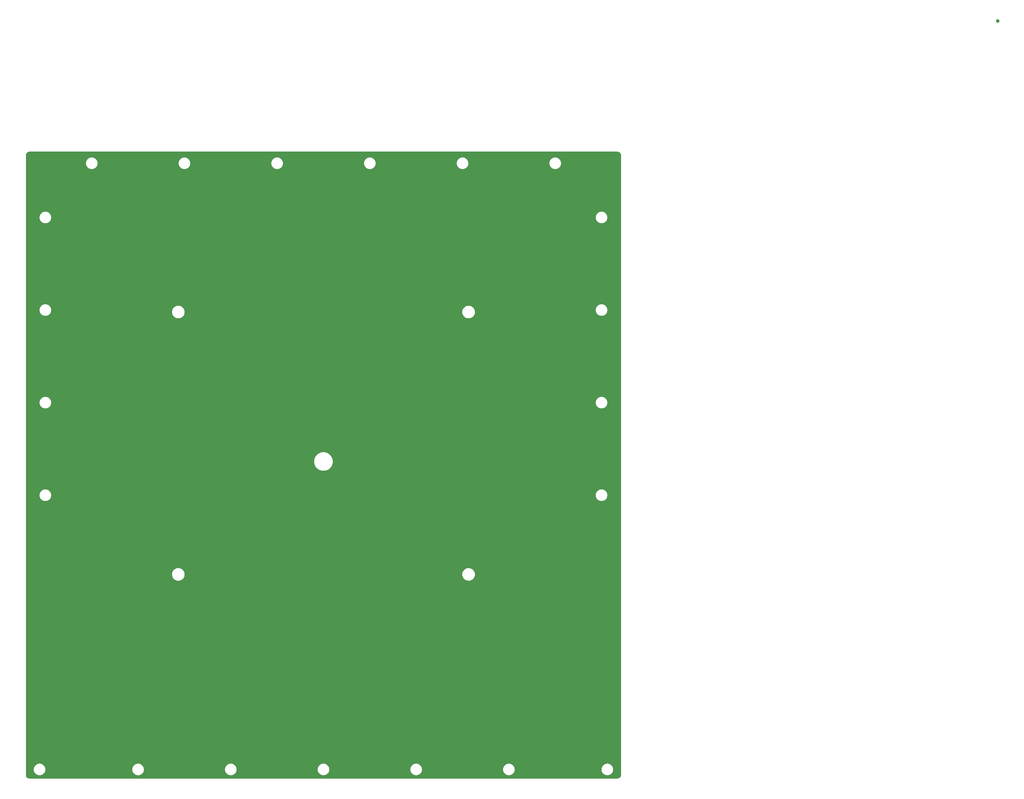
<source format=gbr>
%TF.GenerationSoftware,KiCad,Pcbnew,7.0.9*%
%TF.CreationDate,2024-08-21T19:07:34-06:00*%
%TF.ProjectId,top 40K wall,746f7020-3430-44b2-9077-616c6c2e6b69,rev?*%
%TF.SameCoordinates,Original*%
%TF.FileFunction,Copper,L1,Top*%
%TF.FilePolarity,Positive*%
%FSLAX46Y46*%
G04 Gerber Fmt 4.6, Leading zero omitted, Abs format (unit mm)*
G04 Created by KiCad (PCBNEW 7.0.9) date 2024-08-21 19:07:34*
%MOMM*%
%LPD*%
G01*
G04 APERTURE LIST*
%TA.AperFunction,ComponentPad*%
%ADD10C,1.000000*%
%TD*%
%TA.AperFunction,ViaPad*%
%ADD11C,0.800000*%
%TD*%
G04 APERTURE END LIST*
D10*
%TO.P,TP1,1,1*%
%TO.N,GND*%
X266325000Y36875000D03*
%TD*%
D11*
%TO.N,GND*%
X1200000Y-6300000D03*
X1200000Y-48300000D03*
X161200000Y-300000D03*
X123200000Y-169800000D03*
X161200000Y-152300000D03*
X161200000Y-60300000D03*
X21200000Y-300000D03*
X1200000Y-38300000D03*
X43200000Y-169800000D03*
X23200000Y-300000D03*
X1200000Y-144300000D03*
X81200000Y-300000D03*
X91200000Y-169800000D03*
X1200000Y-26300000D03*
X1200000Y-122300000D03*
X47200000Y-169800000D03*
X161200000Y-20300000D03*
X75200000Y-300000D03*
X161200000Y-118300000D03*
X161200000Y-128300000D03*
X1200000Y-142300000D03*
X1200000Y-82300000D03*
X135200000Y-300000D03*
X161200000Y-94300000D03*
X1200000Y-169800000D03*
X1200000Y-18300000D03*
X33200000Y-169800000D03*
X161200000Y-50300000D03*
X161200000Y-24300000D03*
X161200000Y-124300000D03*
X39200000Y-300000D03*
X161200000Y-18300000D03*
X161200000Y-32300000D03*
X1200000Y-14300000D03*
X37200000Y-300000D03*
X1200000Y-90300000D03*
X161200000Y-12300000D03*
X161200000Y-86300000D03*
X99200000Y-300000D03*
X47200000Y-300000D03*
X1200000Y-104300000D03*
X1200000Y-158300000D03*
X161200000Y-120300000D03*
X67200000Y-300000D03*
X161200000Y-80300000D03*
X149200000Y-300000D03*
X73200000Y-169800000D03*
X53200000Y-300000D03*
X1200000Y-128300000D03*
X1200000Y-10300000D03*
X1200000Y-44300000D03*
X161200000Y-92300000D03*
X25200000Y-300000D03*
X7200000Y-169800000D03*
X1200000Y-130300000D03*
X125200000Y-300000D03*
X115200000Y-169800000D03*
X1200000Y-64300000D03*
X103200000Y-300000D03*
X161200000Y-64300000D03*
X1200000Y-120300000D03*
X139200000Y-300000D03*
X161200000Y-52300000D03*
X1200000Y-300000D03*
X27200000Y-300000D03*
X107200000Y-300000D03*
X15200000Y-300000D03*
X61200000Y-169800000D03*
X161200000Y-164300000D03*
X161200000Y-140300000D03*
X1200000Y-2300000D03*
X161200000Y-36300000D03*
X1200000Y-94300000D03*
X161200000Y-148300000D03*
X1200000Y-148300000D03*
X1200000Y-40300000D03*
X161200000Y-54300000D03*
X147200000Y-300000D03*
X37200000Y-169800000D03*
X1200000Y-56300000D03*
X3200000Y-300000D03*
X87200000Y-169800000D03*
X161200000Y-42300000D03*
X1200000Y-92300000D03*
X1200000Y-16300000D03*
X161200000Y-156300000D03*
X155200000Y-300000D03*
X161200000Y-6300000D03*
X161200000Y-106300000D03*
X1200000Y-68300000D03*
X1200000Y-118300000D03*
X161200000Y-66300000D03*
X1200000Y-20300000D03*
X161200000Y-146300000D03*
X45200000Y-300000D03*
X1200000Y-34300000D03*
X7200000Y-300000D03*
X161200000Y-58300000D03*
X59200000Y-300000D03*
X147200000Y-169800000D03*
X11200000Y-300000D03*
X145200000Y-169800000D03*
X1200000Y-124300000D03*
X1200000Y-54300000D03*
X161200000Y-96300000D03*
X161200000Y-22300000D03*
X129200000Y-169800000D03*
X159200000Y-300000D03*
X25200000Y-169800000D03*
X161200000Y-2300000D03*
X53200000Y-169800000D03*
X1200000Y-154300000D03*
X161200000Y-98300000D03*
X15200000Y-169800000D03*
X51200000Y-300000D03*
X77200000Y-169800000D03*
X161200000Y-46300000D03*
X1200000Y-114300000D03*
X77200000Y-300000D03*
X41200000Y-169800000D03*
X1200000Y-146300000D03*
X55200000Y-300000D03*
X161200000Y-154300000D03*
X153200000Y-300000D03*
X161200000Y-70300000D03*
X65200000Y-169800000D03*
X1200000Y-70300000D03*
X101200000Y-169800000D03*
X1200000Y-156300000D03*
X125200000Y-169800000D03*
X1200000Y-42300000D03*
X1200000Y-108300000D03*
X1200000Y-136300000D03*
X161200000Y-30300000D03*
X45200000Y-169800000D03*
X161200000Y-74300000D03*
X1200000Y-84300000D03*
X161200000Y-112300000D03*
X161200000Y-38300000D03*
X1200000Y-168300000D03*
X1200000Y-76300000D03*
X149200000Y-169800000D03*
X93200000Y-169800000D03*
X1200000Y-66300000D03*
X33200000Y-300000D03*
X151200000Y-169800000D03*
X1200000Y-32300000D03*
X161200000Y-84300000D03*
X1200000Y-58300000D03*
X1200000Y-4300000D03*
X111200000Y-169800000D03*
X137200000Y-300000D03*
X59200000Y-169800000D03*
X1200000Y-112300000D03*
X97200000Y-169800000D03*
X123200000Y-300000D03*
X97200000Y-300000D03*
X161200000Y-44300000D03*
X99200000Y-169800000D03*
X13200000Y-300000D03*
X79200000Y-300000D03*
X111200000Y-300000D03*
X1200000Y-28300000D03*
X1200000Y-36300000D03*
X161200000Y-100300000D03*
X161200000Y-8300000D03*
X129200000Y-300000D03*
X161200000Y-136300000D03*
X1200000Y-96300000D03*
X161200000Y-78300000D03*
X1200000Y-62300000D03*
X73200000Y-300000D03*
X63200000Y-169800000D03*
X161200000Y-102300000D03*
X161200000Y-132300000D03*
X9200000Y-300000D03*
X1200000Y-52300000D03*
X161200000Y-126300000D03*
X1200000Y-46300000D03*
X29200000Y-300000D03*
X1200000Y-166300000D03*
X1200000Y-98300000D03*
X23200000Y-169800000D03*
X161200000Y-160300000D03*
X1200000Y-50300000D03*
X161200000Y-4300000D03*
X127200000Y-300000D03*
X113200000Y-169800000D03*
X161200000Y-10300000D03*
X75200000Y-169800000D03*
X161200000Y-144300000D03*
X161200000Y-48300000D03*
X19200000Y-169800000D03*
X1200000Y-116300000D03*
X141200000Y-300000D03*
X161200000Y-72300000D03*
X41200000Y-300000D03*
X143200000Y-169800000D03*
X137200000Y-169800000D03*
X1200000Y-164300000D03*
X1200000Y-60300000D03*
X135200000Y-169800000D03*
X161200000Y-90300000D03*
X161200000Y-110300000D03*
X117200000Y-300000D03*
X1200000Y-30300000D03*
X1200000Y-102300000D03*
X1200000Y-22300000D03*
X151200000Y-300000D03*
X139200000Y-169800000D03*
X95200000Y-169800000D03*
X1200000Y-88300000D03*
X89200000Y-300000D03*
X85200000Y-300000D03*
X35200000Y-300000D03*
X31200000Y-300000D03*
X141200000Y-169800000D03*
X1200000Y-8300000D03*
X121200000Y-169800000D03*
X1200000Y-86300000D03*
X49200000Y-300000D03*
X161200000Y-150300000D03*
X1200000Y-162300000D03*
X21200000Y-169800000D03*
X49200000Y-169800000D03*
X161200000Y-68300000D03*
X161200000Y-138300000D03*
X117200000Y-169800000D03*
X91200000Y-300000D03*
X143200000Y-300000D03*
X27200000Y-169800000D03*
X1200000Y-152300000D03*
X155200000Y-169800000D03*
X13200000Y-169800000D03*
X1200000Y-24300000D03*
X113200000Y-300000D03*
X1200000Y-78300000D03*
X161200000Y-158300000D03*
X61200000Y-300000D03*
X161200000Y-34300000D03*
X161200000Y-40300000D03*
X161200000Y-88300000D03*
X11200000Y-169800000D03*
X161200000Y-62300000D03*
X161200000Y-122300000D03*
X133200000Y-300000D03*
X119200000Y-169800000D03*
X105200000Y-300000D03*
X35200000Y-169800000D03*
X153200000Y-169800000D03*
X1200000Y-74300000D03*
X161200000Y-108300000D03*
X1200000Y-106300000D03*
X39200000Y-169800000D03*
X161200000Y-130300000D03*
X103200000Y-169800000D03*
X161200000Y-14300000D03*
X17200000Y-169800000D03*
X79200000Y-169800000D03*
X161200000Y-16300000D03*
X1200000Y-160300000D03*
X89200000Y-169800000D03*
X1200000Y-12300000D03*
X161200000Y-28300000D03*
X161200000Y-82300000D03*
X161200000Y-134300000D03*
X1200000Y-126300000D03*
X1200000Y-132300000D03*
X161200000Y-104300000D03*
X1200000Y-80300000D03*
X161200000Y-116300000D03*
X127200000Y-169800000D03*
X101200000Y-300000D03*
X157200000Y-169800000D03*
X161200000Y-142300000D03*
X161200000Y-114300000D03*
X71200000Y-169800000D03*
X109200000Y-300000D03*
X1200000Y-140300000D03*
X131200000Y-300000D03*
X63200000Y-300000D03*
X161200000Y-162300000D03*
X1200000Y-150300000D03*
X161200000Y-26300000D03*
X9200000Y-169800000D03*
X1200000Y-134300000D03*
X161200000Y-56300000D03*
X85200000Y-169800000D03*
X1200000Y-72300000D03*
X71200000Y-300000D03*
X65200000Y-300000D03*
X69200000Y-169800000D03*
X67200000Y-169800000D03*
X1200000Y-138300000D03*
X5200000Y-300000D03*
X51200000Y-169800000D03*
X161200000Y-76300000D03*
X157200000Y-300000D03*
X57200000Y-300000D03*
X1200000Y-110300000D03*
X161200000Y-166300000D03*
X1200000Y-100300000D03*
X115200000Y-300000D03*
X83200000Y-300000D03*
X87200000Y-300000D03*
%TD*%
%TA.AperFunction,Conductor*%
%TO.N,GND*%
G36*
X162102696Y999264D02*
G01*
X162104789Y999080D01*
X162145445Y995523D01*
X162271760Y983082D01*
X162291699Y979454D01*
X162358330Y961601D01*
X162451563Y933318D01*
X162467971Y927040D01*
X162535367Y895614D01*
X162538393Y894101D01*
X162622327Y849236D01*
X162628667Y845341D01*
X162694828Y799015D01*
X162698600Y796154D01*
X162770808Y736895D01*
X162775320Y732806D01*
X162832806Y675320D01*
X162836895Y670808D01*
X162896154Y598600D01*
X162899015Y594828D01*
X162945341Y528667D01*
X162949236Y522327D01*
X162994101Y438393D01*
X162995614Y435367D01*
X163027040Y367971D01*
X163033318Y351563D01*
X163061601Y258330D01*
X163079454Y191699D01*
X163083082Y171760D01*
X163095523Y45445D01*
X163099264Y2698D01*
X163099500Y-2710D01*
X163099500Y-169977289D01*
X163099264Y-169982697D01*
X163095523Y-170025445D01*
X163083082Y-170151760D01*
X163079454Y-170171699D01*
X163061601Y-170238330D01*
X163033318Y-170331563D01*
X163027040Y-170347971D01*
X162995614Y-170415367D01*
X162994101Y-170418393D01*
X162949236Y-170502327D01*
X162945341Y-170508667D01*
X162899015Y-170574828D01*
X162896154Y-170578600D01*
X162836895Y-170650808D01*
X162832806Y-170655320D01*
X162775320Y-170712806D01*
X162770808Y-170716895D01*
X162698600Y-170776154D01*
X162694828Y-170779015D01*
X162628667Y-170825341D01*
X162622327Y-170829236D01*
X162538393Y-170874101D01*
X162535367Y-170875614D01*
X162467971Y-170907040D01*
X162451563Y-170913318D01*
X162358330Y-170941601D01*
X162291699Y-170959454D01*
X162271760Y-170963082D01*
X162145445Y-170975523D01*
X162104789Y-170979080D01*
X162102696Y-170979264D01*
X162097290Y-170979500D01*
X1002710Y-170979500D01*
X997303Y-170979264D01*
X995015Y-170979063D01*
X954554Y-170975523D01*
X828238Y-170963082D01*
X808299Y-170959454D01*
X741669Y-170941601D01*
X648435Y-170913319D01*
X632027Y-170907040D01*
X583433Y-170884381D01*
X564618Y-170875607D01*
X561605Y-170874101D01*
X477671Y-170829236D01*
X471331Y-170825341D01*
X405170Y-170779015D01*
X401398Y-170776154D01*
X329190Y-170716895D01*
X324688Y-170712815D01*
X267182Y-170655309D01*
X263103Y-170650808D01*
X203844Y-170578600D01*
X200983Y-170574828D01*
X154657Y-170508667D01*
X150762Y-170502327D01*
X125982Y-170455969D01*
X105888Y-170418375D01*
X104406Y-170415411D01*
X72958Y-170347971D01*
X66682Y-170331570D01*
X38398Y-170238330D01*
X20541Y-170171685D01*
X16918Y-170151771D01*
X4482Y-170025519D01*
X735Y-169982695D01*
X500Y-169977293D01*
X500Y-168479999D01*
X2169590Y-168479999D01*
X2177256Y-168577408D01*
X2177447Y-168582274D01*
X2177447Y-168604746D01*
X2180961Y-168626943D01*
X2181533Y-168631774D01*
X2187142Y-168703024D01*
X2189201Y-168729186D01*
X2189201Y-168729189D01*
X2189202Y-168729191D01*
X2212010Y-168824195D01*
X2212960Y-168828971D01*
X2216476Y-168851170D01*
X2223421Y-168872542D01*
X2224742Y-168877228D01*
X2247552Y-168972235D01*
X2247554Y-168972241D01*
X2272118Y-169031543D01*
X2284946Y-169062512D01*
X2286627Y-169067070D01*
X2293572Y-169088445D01*
X2303780Y-169108480D01*
X2305818Y-169112901D01*
X2343206Y-169203166D01*
X2394251Y-169286462D01*
X2396630Y-169290710D01*
X2396636Y-169290721D01*
X2406841Y-169310749D01*
X2413188Y-169319485D01*
X2420056Y-169328939D01*
X2422760Y-169332987D01*
X2473805Y-169416283D01*
X2473809Y-169416289D01*
X2537259Y-169490579D01*
X2540263Y-169494390D01*
X2553489Y-169512593D01*
X2569398Y-169528502D01*
X2572691Y-169532065D01*
X2636143Y-169606357D01*
X2710426Y-169669801D01*
X2710432Y-169669806D01*
X2713995Y-169673099D01*
X2729907Y-169689011D01*
X2748113Y-169702238D01*
X2751907Y-169705229D01*
X2826211Y-169768691D01*
X2826213Y-169768692D01*
X2909514Y-169819739D01*
X2913551Y-169822436D01*
X2931751Y-169835659D01*
X2951809Y-169845879D01*
X2956000Y-169848225D01*
X3039334Y-169899293D01*
X3129633Y-169936696D01*
X3134001Y-169938710D01*
X3154051Y-169948926D01*
X3175451Y-169955879D01*
X3179992Y-169957555D01*
X3270264Y-169994947D01*
X3270266Y-169994947D01*
X3270270Y-169994949D01*
X3332290Y-170009838D01*
X3365273Y-170017757D01*
X3369938Y-170019072D01*
X3385372Y-170024087D01*
X3391328Y-170026023D01*
X3391329Y-170026023D01*
X3391332Y-170026024D01*
X3413549Y-170029542D01*
X3418275Y-170030481D01*
X3513314Y-170053299D01*
X3610734Y-170060966D01*
X3615551Y-170061536D01*
X3632301Y-170064189D01*
X3637753Y-170065053D01*
X3660225Y-170065053D01*
X3665091Y-170065244D01*
X3674938Y-170066018D01*
X3762500Y-170072910D01*
X3850061Y-170066018D01*
X3859909Y-170065244D01*
X3864775Y-170065053D01*
X3887243Y-170065053D01*
X3887246Y-170065053D01*
X3909454Y-170061535D01*
X3914256Y-170060966D01*
X4011686Y-170053299D01*
X4106734Y-170030479D01*
X4111406Y-170029549D01*
X4133668Y-170026024D01*
X4155090Y-170019063D01*
X4159709Y-170017761D01*
X4254736Y-169994947D01*
X4345034Y-169957544D01*
X4349523Y-169955887D01*
X4370949Y-169948926D01*
X4391020Y-169938699D01*
X4395361Y-169936698D01*
X4485666Y-169899293D01*
X4569014Y-169848217D01*
X4573186Y-169845881D01*
X4593249Y-169835659D01*
X4611448Y-169822436D01*
X4615464Y-169819752D01*
X4698789Y-169768691D01*
X4773096Y-169705226D01*
X4776876Y-169702245D01*
X4795093Y-169689011D01*
X4811007Y-169673096D01*
X4814548Y-169669822D01*
X4888857Y-169606357D01*
X4952322Y-169532048D01*
X4955596Y-169528507D01*
X4971511Y-169512593D01*
X4984745Y-169494376D01*
X4987726Y-169490596D01*
X5051191Y-169416289D01*
X5102252Y-169332965D01*
X5104943Y-169328939D01*
X5118159Y-169310749D01*
X5128381Y-169290686D01*
X5130717Y-169286514D01*
X5181793Y-169203166D01*
X5219198Y-169112861D01*
X5221199Y-169108520D01*
X5231426Y-169088449D01*
X5238387Y-169067023D01*
X5240044Y-169062534D01*
X5277447Y-168972236D01*
X5300261Y-168877209D01*
X5301563Y-168872590D01*
X5308524Y-168851168D01*
X5312049Y-168828906D01*
X5312979Y-168824234D01*
X5335799Y-168729186D01*
X5343466Y-168631759D01*
X5344037Y-168626943D01*
X5347553Y-168604746D01*
X5348168Y-168573371D01*
X5348344Y-168569775D01*
X5355410Y-168480000D01*
X5355410Y-168479999D01*
X29157090Y-168479999D01*
X29164756Y-168577408D01*
X29164947Y-168582274D01*
X29164947Y-168604746D01*
X29168461Y-168626943D01*
X29169033Y-168631774D01*
X29174642Y-168703024D01*
X29176701Y-168729186D01*
X29176701Y-168729189D01*
X29176702Y-168729191D01*
X29199510Y-168824195D01*
X29200460Y-168828971D01*
X29203976Y-168851170D01*
X29210921Y-168872542D01*
X29212242Y-168877228D01*
X29235052Y-168972235D01*
X29235054Y-168972241D01*
X29259618Y-169031543D01*
X29272446Y-169062512D01*
X29274127Y-169067070D01*
X29281072Y-169088445D01*
X29291280Y-169108480D01*
X29293318Y-169112901D01*
X29330706Y-169203166D01*
X29381751Y-169286462D01*
X29384130Y-169290710D01*
X29384136Y-169290721D01*
X29394341Y-169310749D01*
X29400688Y-169319485D01*
X29407556Y-169328939D01*
X29410260Y-169332987D01*
X29461305Y-169416283D01*
X29461309Y-169416289D01*
X29524759Y-169490579D01*
X29527763Y-169494390D01*
X29540989Y-169512593D01*
X29556898Y-169528502D01*
X29560191Y-169532065D01*
X29623643Y-169606357D01*
X29697926Y-169669801D01*
X29697932Y-169669806D01*
X29701495Y-169673099D01*
X29717407Y-169689011D01*
X29735613Y-169702238D01*
X29739407Y-169705229D01*
X29813711Y-169768691D01*
X29813713Y-169768692D01*
X29897014Y-169819739D01*
X29901051Y-169822436D01*
X29919251Y-169835659D01*
X29939309Y-169845879D01*
X29943500Y-169848225D01*
X30026834Y-169899293D01*
X30117133Y-169936696D01*
X30121501Y-169938710D01*
X30141551Y-169948926D01*
X30162951Y-169955879D01*
X30167492Y-169957555D01*
X30257764Y-169994947D01*
X30257766Y-169994947D01*
X30257770Y-169994949D01*
X30319790Y-170009838D01*
X30352773Y-170017757D01*
X30357438Y-170019072D01*
X30372872Y-170024087D01*
X30378828Y-170026023D01*
X30378829Y-170026023D01*
X30378832Y-170026024D01*
X30401049Y-170029542D01*
X30405775Y-170030481D01*
X30500814Y-170053299D01*
X30598234Y-170060966D01*
X30603051Y-170061536D01*
X30619801Y-170064189D01*
X30625253Y-170065053D01*
X30647725Y-170065053D01*
X30652591Y-170065244D01*
X30662438Y-170066018D01*
X30750000Y-170072910D01*
X30837561Y-170066018D01*
X30847409Y-170065244D01*
X30852275Y-170065053D01*
X30874743Y-170065053D01*
X30874746Y-170065053D01*
X30896954Y-170061535D01*
X30901756Y-170060966D01*
X30999186Y-170053299D01*
X31094234Y-170030479D01*
X31098906Y-170029549D01*
X31121168Y-170026024D01*
X31142590Y-170019063D01*
X31147209Y-170017761D01*
X31242236Y-169994947D01*
X31332534Y-169957544D01*
X31337023Y-169955887D01*
X31358449Y-169948926D01*
X31378520Y-169938699D01*
X31382861Y-169936698D01*
X31473166Y-169899293D01*
X31556514Y-169848217D01*
X31560686Y-169845881D01*
X31580749Y-169835659D01*
X31598948Y-169822436D01*
X31602964Y-169819752D01*
X31686289Y-169768691D01*
X31760596Y-169705226D01*
X31764376Y-169702245D01*
X31782593Y-169689011D01*
X31798507Y-169673096D01*
X31802048Y-169669822D01*
X31876357Y-169606357D01*
X31939822Y-169532048D01*
X31943096Y-169528507D01*
X31959011Y-169512593D01*
X31972245Y-169494376D01*
X31975226Y-169490596D01*
X32038691Y-169416289D01*
X32089752Y-169332965D01*
X32092443Y-169328939D01*
X32105659Y-169310749D01*
X32115881Y-169290686D01*
X32118217Y-169286514D01*
X32169293Y-169203166D01*
X32206698Y-169112861D01*
X32208699Y-169108520D01*
X32218926Y-169088449D01*
X32225887Y-169067023D01*
X32227544Y-169062534D01*
X32264947Y-168972236D01*
X32287761Y-168877209D01*
X32289063Y-168872590D01*
X32296024Y-168851168D01*
X32299549Y-168828906D01*
X32300479Y-168824234D01*
X32323299Y-168729186D01*
X32330966Y-168631759D01*
X32331537Y-168626943D01*
X32335053Y-168604746D01*
X32335668Y-168573371D01*
X32335844Y-168569775D01*
X32342910Y-168480000D01*
X32342910Y-168479999D01*
X54557090Y-168479999D01*
X54564756Y-168577408D01*
X54564947Y-168582274D01*
X54564947Y-168604746D01*
X54568461Y-168626943D01*
X54569033Y-168631774D01*
X54574642Y-168703024D01*
X54576701Y-168729186D01*
X54576701Y-168729189D01*
X54576702Y-168729191D01*
X54599510Y-168824195D01*
X54600460Y-168828971D01*
X54603976Y-168851170D01*
X54610921Y-168872542D01*
X54612242Y-168877228D01*
X54635052Y-168972235D01*
X54635054Y-168972241D01*
X54659618Y-169031543D01*
X54672446Y-169062512D01*
X54674127Y-169067070D01*
X54681072Y-169088445D01*
X54691280Y-169108480D01*
X54693318Y-169112901D01*
X54730706Y-169203166D01*
X54781751Y-169286462D01*
X54784130Y-169290710D01*
X54784136Y-169290721D01*
X54794341Y-169310749D01*
X54800688Y-169319485D01*
X54807556Y-169328939D01*
X54810260Y-169332987D01*
X54861305Y-169416283D01*
X54861309Y-169416289D01*
X54924759Y-169490579D01*
X54927763Y-169494390D01*
X54940989Y-169512593D01*
X54956898Y-169528502D01*
X54960191Y-169532065D01*
X55023643Y-169606357D01*
X55097926Y-169669801D01*
X55097932Y-169669806D01*
X55101495Y-169673099D01*
X55117407Y-169689011D01*
X55135613Y-169702238D01*
X55139407Y-169705229D01*
X55213711Y-169768691D01*
X55213713Y-169768692D01*
X55297014Y-169819739D01*
X55301051Y-169822436D01*
X55319251Y-169835659D01*
X55339309Y-169845879D01*
X55343500Y-169848225D01*
X55426834Y-169899293D01*
X55517133Y-169936696D01*
X55521501Y-169938710D01*
X55541551Y-169948926D01*
X55562951Y-169955879D01*
X55567492Y-169957555D01*
X55657764Y-169994947D01*
X55657766Y-169994947D01*
X55657770Y-169994949D01*
X55719790Y-170009838D01*
X55752773Y-170017757D01*
X55757438Y-170019072D01*
X55772872Y-170024087D01*
X55778828Y-170026023D01*
X55778829Y-170026023D01*
X55778832Y-170026024D01*
X55801049Y-170029542D01*
X55805775Y-170030481D01*
X55900814Y-170053299D01*
X55998234Y-170060966D01*
X56003051Y-170061536D01*
X56019801Y-170064189D01*
X56025253Y-170065053D01*
X56047725Y-170065053D01*
X56052591Y-170065244D01*
X56062438Y-170066018D01*
X56150000Y-170072910D01*
X56237561Y-170066018D01*
X56247409Y-170065244D01*
X56252275Y-170065053D01*
X56274743Y-170065053D01*
X56274746Y-170065053D01*
X56296954Y-170061535D01*
X56301756Y-170060966D01*
X56399186Y-170053299D01*
X56494234Y-170030479D01*
X56498906Y-170029549D01*
X56521168Y-170026024D01*
X56542590Y-170019063D01*
X56547209Y-170017761D01*
X56642236Y-169994947D01*
X56732534Y-169957544D01*
X56737023Y-169955887D01*
X56758449Y-169948926D01*
X56778520Y-169938699D01*
X56782861Y-169936698D01*
X56873166Y-169899293D01*
X56956514Y-169848217D01*
X56960686Y-169845881D01*
X56980749Y-169835659D01*
X56998948Y-169822436D01*
X57002964Y-169819752D01*
X57086289Y-169768691D01*
X57160596Y-169705226D01*
X57164376Y-169702245D01*
X57182593Y-169689011D01*
X57198507Y-169673096D01*
X57202048Y-169669822D01*
X57276357Y-169606357D01*
X57339822Y-169532048D01*
X57343096Y-169528507D01*
X57359011Y-169512593D01*
X57372245Y-169494376D01*
X57375226Y-169490596D01*
X57438691Y-169416289D01*
X57489752Y-169332965D01*
X57492443Y-169328939D01*
X57505659Y-169310749D01*
X57515881Y-169290686D01*
X57518217Y-169286514D01*
X57569293Y-169203166D01*
X57606698Y-169112861D01*
X57608699Y-169108520D01*
X57618926Y-169088449D01*
X57625887Y-169067023D01*
X57627544Y-169062534D01*
X57664947Y-168972236D01*
X57687761Y-168877209D01*
X57689063Y-168872590D01*
X57696024Y-168851168D01*
X57699549Y-168828906D01*
X57700479Y-168824234D01*
X57723299Y-168729186D01*
X57730966Y-168631759D01*
X57731537Y-168626943D01*
X57735053Y-168604746D01*
X57735668Y-168573371D01*
X57735844Y-168569775D01*
X57742910Y-168480000D01*
X57742910Y-168479999D01*
X79957090Y-168479999D01*
X79964756Y-168577408D01*
X79964947Y-168582274D01*
X79964947Y-168604746D01*
X79968461Y-168626943D01*
X79969033Y-168631774D01*
X79974642Y-168703024D01*
X79976701Y-168729186D01*
X79976701Y-168729189D01*
X79976702Y-168729191D01*
X79999510Y-168824195D01*
X80000460Y-168828971D01*
X80003976Y-168851170D01*
X80010921Y-168872542D01*
X80012242Y-168877228D01*
X80035052Y-168972235D01*
X80035054Y-168972241D01*
X80059618Y-169031543D01*
X80072446Y-169062512D01*
X80074127Y-169067070D01*
X80081072Y-169088445D01*
X80091280Y-169108480D01*
X80093318Y-169112901D01*
X80130706Y-169203166D01*
X80181751Y-169286462D01*
X80184130Y-169290710D01*
X80184136Y-169290721D01*
X80194341Y-169310749D01*
X80200688Y-169319485D01*
X80207556Y-169328939D01*
X80210260Y-169332987D01*
X80261305Y-169416283D01*
X80261309Y-169416289D01*
X80324759Y-169490579D01*
X80327763Y-169494390D01*
X80340989Y-169512593D01*
X80356898Y-169528502D01*
X80360191Y-169532065D01*
X80423643Y-169606357D01*
X80497926Y-169669801D01*
X80497932Y-169669806D01*
X80501495Y-169673099D01*
X80517407Y-169689011D01*
X80535613Y-169702238D01*
X80539407Y-169705229D01*
X80613711Y-169768691D01*
X80613713Y-169768692D01*
X80697014Y-169819739D01*
X80701051Y-169822436D01*
X80719251Y-169835659D01*
X80739309Y-169845879D01*
X80743500Y-169848225D01*
X80826834Y-169899293D01*
X80917133Y-169936696D01*
X80921501Y-169938710D01*
X80941551Y-169948926D01*
X80962951Y-169955879D01*
X80967492Y-169957555D01*
X81057764Y-169994947D01*
X81057766Y-169994947D01*
X81057770Y-169994949D01*
X81119790Y-170009838D01*
X81152773Y-170017757D01*
X81157438Y-170019072D01*
X81172872Y-170024087D01*
X81178828Y-170026023D01*
X81178829Y-170026023D01*
X81178832Y-170026024D01*
X81201049Y-170029542D01*
X81205775Y-170030481D01*
X81300814Y-170053299D01*
X81398234Y-170060966D01*
X81403051Y-170061536D01*
X81419801Y-170064189D01*
X81425253Y-170065053D01*
X81447725Y-170065053D01*
X81452591Y-170065244D01*
X81462438Y-170066018D01*
X81550000Y-170072910D01*
X81637561Y-170066018D01*
X81647409Y-170065244D01*
X81652275Y-170065053D01*
X81674743Y-170065053D01*
X81674746Y-170065053D01*
X81696954Y-170061535D01*
X81701756Y-170060966D01*
X81799186Y-170053299D01*
X81894234Y-170030479D01*
X81898906Y-170029549D01*
X81921168Y-170026024D01*
X81942590Y-170019063D01*
X81947209Y-170017761D01*
X82042236Y-169994947D01*
X82132534Y-169957544D01*
X82137023Y-169955887D01*
X82158449Y-169948926D01*
X82178520Y-169938699D01*
X82182861Y-169936698D01*
X82273166Y-169899293D01*
X82356514Y-169848217D01*
X82360686Y-169845881D01*
X82380749Y-169835659D01*
X82398948Y-169822436D01*
X82402964Y-169819752D01*
X82486289Y-169768691D01*
X82560596Y-169705226D01*
X82564376Y-169702245D01*
X82582593Y-169689011D01*
X82598507Y-169673096D01*
X82602048Y-169669822D01*
X82676357Y-169606357D01*
X82739822Y-169532048D01*
X82743096Y-169528507D01*
X82759011Y-169512593D01*
X82772245Y-169494376D01*
X82775226Y-169490596D01*
X82838691Y-169416289D01*
X82889752Y-169332965D01*
X82892443Y-169328939D01*
X82905659Y-169310749D01*
X82915881Y-169290686D01*
X82918217Y-169286514D01*
X82969293Y-169203166D01*
X83006698Y-169112861D01*
X83008699Y-169108520D01*
X83018926Y-169088449D01*
X83025887Y-169067023D01*
X83027544Y-169062534D01*
X83064947Y-168972236D01*
X83087761Y-168877209D01*
X83089063Y-168872590D01*
X83096024Y-168851168D01*
X83099549Y-168828906D01*
X83100479Y-168824234D01*
X83123299Y-168729186D01*
X83130966Y-168631759D01*
X83131537Y-168626943D01*
X83135053Y-168604746D01*
X83135668Y-168573371D01*
X83135844Y-168569775D01*
X83142910Y-168480000D01*
X83142910Y-168479999D01*
X105357090Y-168479999D01*
X105364756Y-168577408D01*
X105364947Y-168582274D01*
X105364947Y-168604746D01*
X105368461Y-168626943D01*
X105369033Y-168631774D01*
X105374642Y-168703024D01*
X105376701Y-168729186D01*
X105376701Y-168729189D01*
X105376702Y-168729191D01*
X105399510Y-168824195D01*
X105400460Y-168828971D01*
X105403976Y-168851170D01*
X105410921Y-168872542D01*
X105412242Y-168877228D01*
X105435052Y-168972235D01*
X105435054Y-168972241D01*
X105459618Y-169031543D01*
X105472446Y-169062512D01*
X105474127Y-169067070D01*
X105481072Y-169088445D01*
X105491280Y-169108480D01*
X105493318Y-169112901D01*
X105530706Y-169203166D01*
X105581751Y-169286462D01*
X105584130Y-169290710D01*
X105584136Y-169290721D01*
X105594341Y-169310749D01*
X105600688Y-169319485D01*
X105607556Y-169328939D01*
X105610260Y-169332987D01*
X105661305Y-169416283D01*
X105661309Y-169416289D01*
X105724759Y-169490579D01*
X105727763Y-169494390D01*
X105740989Y-169512593D01*
X105756898Y-169528502D01*
X105760191Y-169532065D01*
X105823643Y-169606357D01*
X105897926Y-169669801D01*
X105897932Y-169669806D01*
X105901495Y-169673099D01*
X105917407Y-169689011D01*
X105935613Y-169702238D01*
X105939407Y-169705229D01*
X106013711Y-169768691D01*
X106013713Y-169768692D01*
X106097014Y-169819739D01*
X106101051Y-169822436D01*
X106119251Y-169835659D01*
X106139309Y-169845879D01*
X106143500Y-169848225D01*
X106226834Y-169899293D01*
X106317133Y-169936696D01*
X106321501Y-169938710D01*
X106341551Y-169948926D01*
X106362951Y-169955879D01*
X106367492Y-169957555D01*
X106457764Y-169994947D01*
X106457766Y-169994947D01*
X106457770Y-169994949D01*
X106519790Y-170009838D01*
X106552773Y-170017757D01*
X106557438Y-170019072D01*
X106572872Y-170024087D01*
X106578828Y-170026023D01*
X106578829Y-170026023D01*
X106578832Y-170026024D01*
X106601049Y-170029542D01*
X106605775Y-170030481D01*
X106700814Y-170053299D01*
X106798234Y-170060966D01*
X106803051Y-170061536D01*
X106819801Y-170064189D01*
X106825253Y-170065053D01*
X106847725Y-170065053D01*
X106852591Y-170065244D01*
X106862438Y-170066018D01*
X106950000Y-170072910D01*
X107037561Y-170066018D01*
X107047409Y-170065244D01*
X107052275Y-170065053D01*
X107074743Y-170065053D01*
X107074746Y-170065053D01*
X107096954Y-170061535D01*
X107101756Y-170060966D01*
X107199186Y-170053299D01*
X107294234Y-170030479D01*
X107298906Y-170029549D01*
X107321168Y-170026024D01*
X107342590Y-170019063D01*
X107347209Y-170017761D01*
X107442236Y-169994947D01*
X107532534Y-169957544D01*
X107537023Y-169955887D01*
X107558449Y-169948926D01*
X107578520Y-169938699D01*
X107582861Y-169936698D01*
X107673166Y-169899293D01*
X107756514Y-169848217D01*
X107760686Y-169845881D01*
X107780749Y-169835659D01*
X107798948Y-169822436D01*
X107802964Y-169819752D01*
X107886289Y-169768691D01*
X107960596Y-169705226D01*
X107964376Y-169702245D01*
X107982593Y-169689011D01*
X107998507Y-169673096D01*
X108002048Y-169669822D01*
X108076357Y-169606357D01*
X108139822Y-169532048D01*
X108143096Y-169528507D01*
X108159011Y-169512593D01*
X108172245Y-169494376D01*
X108175226Y-169490596D01*
X108238691Y-169416289D01*
X108289752Y-169332965D01*
X108292443Y-169328939D01*
X108305659Y-169310749D01*
X108315881Y-169290686D01*
X108318217Y-169286514D01*
X108369293Y-169203166D01*
X108406698Y-169112861D01*
X108408699Y-169108520D01*
X108418926Y-169088449D01*
X108425887Y-169067023D01*
X108427544Y-169062534D01*
X108464947Y-168972236D01*
X108487761Y-168877209D01*
X108489063Y-168872590D01*
X108496024Y-168851168D01*
X108499549Y-168828906D01*
X108500479Y-168824234D01*
X108523299Y-168729186D01*
X108530966Y-168631759D01*
X108531537Y-168626943D01*
X108535053Y-168604746D01*
X108535668Y-168573371D01*
X108535844Y-168569775D01*
X108542910Y-168480000D01*
X108542910Y-168479999D01*
X130757090Y-168479999D01*
X130764756Y-168577408D01*
X130764947Y-168582274D01*
X130764947Y-168604746D01*
X130768461Y-168626943D01*
X130769033Y-168631774D01*
X130774642Y-168703024D01*
X130776701Y-168729186D01*
X130776701Y-168729189D01*
X130776702Y-168729191D01*
X130799510Y-168824195D01*
X130800460Y-168828971D01*
X130803976Y-168851170D01*
X130810921Y-168872542D01*
X130812242Y-168877228D01*
X130835052Y-168972235D01*
X130835054Y-168972241D01*
X130859618Y-169031543D01*
X130872446Y-169062512D01*
X130874127Y-169067070D01*
X130881072Y-169088445D01*
X130891280Y-169108480D01*
X130893318Y-169112901D01*
X130930706Y-169203166D01*
X130981751Y-169286462D01*
X130984130Y-169290710D01*
X130984136Y-169290721D01*
X130994341Y-169310749D01*
X131000688Y-169319485D01*
X131007556Y-169328939D01*
X131010260Y-169332987D01*
X131061305Y-169416283D01*
X131061309Y-169416289D01*
X131124759Y-169490579D01*
X131127763Y-169494390D01*
X131140989Y-169512593D01*
X131156898Y-169528502D01*
X131160191Y-169532065D01*
X131223643Y-169606357D01*
X131297926Y-169669801D01*
X131297932Y-169669806D01*
X131301495Y-169673099D01*
X131317407Y-169689011D01*
X131335613Y-169702238D01*
X131339407Y-169705229D01*
X131413711Y-169768691D01*
X131413713Y-169768692D01*
X131497014Y-169819739D01*
X131501051Y-169822436D01*
X131519251Y-169835659D01*
X131539309Y-169845879D01*
X131543500Y-169848225D01*
X131626834Y-169899293D01*
X131717133Y-169936696D01*
X131721501Y-169938710D01*
X131741551Y-169948926D01*
X131762951Y-169955879D01*
X131767492Y-169957555D01*
X131857764Y-169994947D01*
X131857766Y-169994947D01*
X131857770Y-169994949D01*
X131919790Y-170009838D01*
X131952773Y-170017757D01*
X131957438Y-170019072D01*
X131972872Y-170024087D01*
X131978828Y-170026023D01*
X131978829Y-170026023D01*
X131978832Y-170026024D01*
X132001049Y-170029542D01*
X132005775Y-170030481D01*
X132100814Y-170053299D01*
X132198234Y-170060966D01*
X132203051Y-170061536D01*
X132219801Y-170064189D01*
X132225253Y-170065053D01*
X132247725Y-170065053D01*
X132252591Y-170065244D01*
X132262438Y-170066018D01*
X132350000Y-170072910D01*
X132437561Y-170066018D01*
X132447409Y-170065244D01*
X132452275Y-170065053D01*
X132474743Y-170065053D01*
X132474746Y-170065053D01*
X132496954Y-170061535D01*
X132501756Y-170060966D01*
X132599186Y-170053299D01*
X132694234Y-170030479D01*
X132698906Y-170029549D01*
X132721168Y-170026024D01*
X132742590Y-170019063D01*
X132747209Y-170017761D01*
X132842236Y-169994947D01*
X132932534Y-169957544D01*
X132937023Y-169955887D01*
X132958449Y-169948926D01*
X132978520Y-169938699D01*
X132982861Y-169936698D01*
X133073166Y-169899293D01*
X133156514Y-169848217D01*
X133160686Y-169845881D01*
X133180749Y-169835659D01*
X133198948Y-169822436D01*
X133202964Y-169819752D01*
X133286289Y-169768691D01*
X133360596Y-169705226D01*
X133364376Y-169702245D01*
X133382593Y-169689011D01*
X133398507Y-169673096D01*
X133402048Y-169669822D01*
X133476357Y-169606357D01*
X133539822Y-169532048D01*
X133543096Y-169528507D01*
X133559011Y-169512593D01*
X133572245Y-169494376D01*
X133575226Y-169490596D01*
X133638691Y-169416289D01*
X133689752Y-169332965D01*
X133692443Y-169328939D01*
X133705659Y-169310749D01*
X133715881Y-169290686D01*
X133718217Y-169286514D01*
X133769293Y-169203166D01*
X133806698Y-169112861D01*
X133808699Y-169108520D01*
X133818926Y-169088449D01*
X133825887Y-169067023D01*
X133827544Y-169062534D01*
X133864947Y-168972236D01*
X133887761Y-168877209D01*
X133889063Y-168872590D01*
X133896024Y-168851168D01*
X133899549Y-168828906D01*
X133900479Y-168824234D01*
X133923299Y-168729186D01*
X133930966Y-168631759D01*
X133931537Y-168626943D01*
X133935053Y-168604746D01*
X133935668Y-168573371D01*
X133935844Y-168569775D01*
X133942910Y-168480000D01*
X133942910Y-168479999D01*
X157744590Y-168479999D01*
X157752256Y-168577408D01*
X157752447Y-168582274D01*
X157752447Y-168604746D01*
X157755961Y-168626943D01*
X157756533Y-168631774D01*
X157762142Y-168703024D01*
X157764201Y-168729186D01*
X157764201Y-168729189D01*
X157764202Y-168729191D01*
X157787010Y-168824195D01*
X157787960Y-168828971D01*
X157791476Y-168851170D01*
X157798421Y-168872542D01*
X157799742Y-168877228D01*
X157822552Y-168972235D01*
X157822554Y-168972241D01*
X157847118Y-169031543D01*
X157859946Y-169062512D01*
X157861627Y-169067070D01*
X157868572Y-169088445D01*
X157878780Y-169108480D01*
X157880818Y-169112901D01*
X157918206Y-169203166D01*
X157969251Y-169286462D01*
X157971630Y-169290710D01*
X157971636Y-169290721D01*
X157981841Y-169310749D01*
X157988188Y-169319485D01*
X157995056Y-169328939D01*
X157997760Y-169332987D01*
X158048805Y-169416283D01*
X158048809Y-169416289D01*
X158112259Y-169490579D01*
X158115263Y-169494390D01*
X158128489Y-169512593D01*
X158144398Y-169528502D01*
X158147691Y-169532065D01*
X158211143Y-169606357D01*
X158285426Y-169669801D01*
X158285432Y-169669806D01*
X158288995Y-169673099D01*
X158304907Y-169689011D01*
X158323113Y-169702238D01*
X158326907Y-169705229D01*
X158401211Y-169768691D01*
X158401213Y-169768692D01*
X158484514Y-169819739D01*
X158488551Y-169822436D01*
X158506751Y-169835659D01*
X158526809Y-169845879D01*
X158531000Y-169848225D01*
X158614334Y-169899293D01*
X158704633Y-169936696D01*
X158709001Y-169938710D01*
X158729051Y-169948926D01*
X158750451Y-169955879D01*
X158754992Y-169957555D01*
X158845264Y-169994947D01*
X158845266Y-169994947D01*
X158845270Y-169994949D01*
X158907290Y-170009838D01*
X158940273Y-170017757D01*
X158944938Y-170019072D01*
X158960372Y-170024087D01*
X158966328Y-170026023D01*
X158966329Y-170026023D01*
X158966332Y-170026024D01*
X158988549Y-170029542D01*
X158993275Y-170030481D01*
X159088314Y-170053299D01*
X159185734Y-170060966D01*
X159190551Y-170061536D01*
X159207301Y-170064189D01*
X159212753Y-170065053D01*
X159235225Y-170065053D01*
X159240091Y-170065244D01*
X159249938Y-170066018D01*
X159337500Y-170072910D01*
X159425061Y-170066018D01*
X159434909Y-170065244D01*
X159439775Y-170065053D01*
X159462243Y-170065053D01*
X159462246Y-170065053D01*
X159484454Y-170061535D01*
X159489256Y-170060966D01*
X159586686Y-170053299D01*
X159681734Y-170030479D01*
X159686406Y-170029549D01*
X159708668Y-170026024D01*
X159730090Y-170019063D01*
X159734709Y-170017761D01*
X159829736Y-169994947D01*
X159920034Y-169957544D01*
X159924523Y-169955887D01*
X159945949Y-169948926D01*
X159966020Y-169938699D01*
X159970361Y-169936698D01*
X160060666Y-169899293D01*
X160144014Y-169848217D01*
X160148186Y-169845881D01*
X160168249Y-169835659D01*
X160186448Y-169822436D01*
X160190464Y-169819752D01*
X160273789Y-169768691D01*
X160348096Y-169705226D01*
X160351876Y-169702245D01*
X160370093Y-169689011D01*
X160386007Y-169673096D01*
X160389548Y-169669822D01*
X160463857Y-169606357D01*
X160527322Y-169532048D01*
X160530596Y-169528507D01*
X160546511Y-169512593D01*
X160559745Y-169494376D01*
X160562726Y-169490596D01*
X160626191Y-169416289D01*
X160677252Y-169332965D01*
X160679943Y-169328939D01*
X160693159Y-169310749D01*
X160703381Y-169290686D01*
X160705717Y-169286514D01*
X160756793Y-169203166D01*
X160794198Y-169112861D01*
X160796199Y-169108520D01*
X160806426Y-169088449D01*
X160813387Y-169067023D01*
X160815044Y-169062534D01*
X160852447Y-168972236D01*
X160875261Y-168877209D01*
X160876563Y-168872590D01*
X160883524Y-168851168D01*
X160887049Y-168828906D01*
X160887979Y-168824234D01*
X160910799Y-168729186D01*
X160918466Y-168631759D01*
X160919037Y-168626943D01*
X160922553Y-168604746D01*
X160923168Y-168573371D01*
X160923344Y-168569775D01*
X160930410Y-168480000D01*
X160923344Y-168390227D01*
X160923168Y-168386624D01*
X160922553Y-168355254D01*
X160919037Y-168333054D01*
X160918465Y-168328227D01*
X160910799Y-168230814D01*
X160887981Y-168135775D01*
X160887042Y-168131049D01*
X160883524Y-168108832D01*
X160876572Y-168087438D01*
X160875257Y-168082773D01*
X160867338Y-168049790D01*
X160852449Y-167987770D01*
X160852444Y-167987758D01*
X160815055Y-167897492D01*
X160813374Y-167892936D01*
X160806426Y-167871551D01*
X160796210Y-167851501D01*
X160794196Y-167847133D01*
X160756793Y-167756834D01*
X160705725Y-167673500D01*
X160703379Y-167669309D01*
X160693159Y-167649251D01*
X160679936Y-167631051D01*
X160677239Y-167627014D01*
X160626191Y-167543711D01*
X160562729Y-167469407D01*
X160559738Y-167465613D01*
X160546511Y-167447407D01*
X160530599Y-167431495D01*
X160527306Y-167427932D01*
X160527301Y-167427926D01*
X160463857Y-167353643D01*
X160389565Y-167290191D01*
X160385999Y-167286895D01*
X160370093Y-167270989D01*
X160351890Y-167257763D01*
X160348079Y-167254759D01*
X160348078Y-167254758D01*
X160273789Y-167191309D01*
X160273783Y-167191305D01*
X160190487Y-167140260D01*
X160186439Y-167137556D01*
X160176985Y-167130688D01*
X160168249Y-167124341D01*
X160159557Y-167119912D01*
X160148210Y-167114130D01*
X160143962Y-167111751D01*
X160060666Y-167060706D01*
X159970401Y-167023318D01*
X159965980Y-167021280D01*
X159959554Y-167018006D01*
X159945949Y-167011074D01*
X159945946Y-167011073D01*
X159945944Y-167011072D01*
X159945945Y-167011072D01*
X159924570Y-167004127D01*
X159920012Y-167002446D01*
X159889043Y-166989618D01*
X159829741Y-166965054D01*
X159829735Y-166965052D01*
X159734728Y-166942242D01*
X159730042Y-166940921D01*
X159708670Y-166933976D01*
X159686471Y-166930460D01*
X159681695Y-166929510D01*
X159586691Y-166906702D01*
X159586689Y-166906701D01*
X159586686Y-166906701D01*
X159560524Y-166904642D01*
X159489274Y-166899033D01*
X159484443Y-166898461D01*
X159462246Y-166894947D01*
X159439775Y-166894947D01*
X159434909Y-166894756D01*
X159337500Y-166887090D01*
X159240091Y-166894756D01*
X159235225Y-166894947D01*
X159212755Y-166894947D01*
X159212754Y-166894947D01*
X159210588Y-166895290D01*
X159190558Y-166898461D01*
X159185727Y-166899033D01*
X159088311Y-166906701D01*
X159088306Y-166906702D01*
X158993304Y-166929510D01*
X158988529Y-166930460D01*
X158966328Y-166933976D01*
X158944951Y-166940922D01*
X158940267Y-166942243D01*
X158845267Y-166965052D01*
X158845258Y-166965055D01*
X158755001Y-167002440D01*
X158750436Y-167004124D01*
X158729062Y-167011069D01*
X158729045Y-167011076D01*
X158709017Y-167021280D01*
X158704597Y-167023318D01*
X158614341Y-167060703D01*
X158614329Y-167060709D01*
X158531031Y-167111754D01*
X158526785Y-167114132D01*
X158506753Y-167124339D01*
X158506744Y-167124345D01*
X158488557Y-167137557D01*
X158484513Y-167140259D01*
X158401208Y-167191311D01*
X158326920Y-167254758D01*
X158323098Y-167257771D01*
X158304914Y-167270982D01*
X158304908Y-167270987D01*
X158288998Y-167286895D01*
X158285426Y-167290197D01*
X158211142Y-167353642D01*
X158147697Y-167427926D01*
X158144395Y-167431498D01*
X158128487Y-167447408D01*
X158128482Y-167447414D01*
X158115271Y-167465598D01*
X158112258Y-167469420D01*
X158048811Y-167543708D01*
X157997759Y-167627013D01*
X157995057Y-167631057D01*
X157981845Y-167649244D01*
X157981839Y-167649253D01*
X157971632Y-167669285D01*
X157969254Y-167673531D01*
X157918209Y-167756829D01*
X157918203Y-167756841D01*
X157880818Y-167847097D01*
X157878780Y-167851517D01*
X157868576Y-167871545D01*
X157868569Y-167871562D01*
X157861624Y-167892936D01*
X157859940Y-167897501D01*
X157822555Y-167987758D01*
X157822552Y-167987767D01*
X157799743Y-168082767D01*
X157798422Y-168087451D01*
X157791476Y-168108828D01*
X157787960Y-168131029D01*
X157787010Y-168135804D01*
X157764202Y-168230806D01*
X157764201Y-168230811D01*
X157756533Y-168328227D01*
X157755961Y-168333058D01*
X157752447Y-168355254D01*
X157752447Y-168377725D01*
X157752256Y-168382591D01*
X157744590Y-168479999D01*
X133942910Y-168479999D01*
X133935844Y-168390227D01*
X133935668Y-168386624D01*
X133935053Y-168355254D01*
X133931537Y-168333054D01*
X133930965Y-168328227D01*
X133923299Y-168230814D01*
X133900481Y-168135775D01*
X133899542Y-168131049D01*
X133896024Y-168108832D01*
X133889072Y-168087438D01*
X133887757Y-168082773D01*
X133879838Y-168049790D01*
X133864949Y-167987770D01*
X133864944Y-167987758D01*
X133827555Y-167897492D01*
X133825874Y-167892936D01*
X133818926Y-167871551D01*
X133808710Y-167851501D01*
X133806696Y-167847133D01*
X133769293Y-167756834D01*
X133718225Y-167673500D01*
X133715879Y-167669309D01*
X133705659Y-167649251D01*
X133692436Y-167631051D01*
X133689739Y-167627014D01*
X133638691Y-167543711D01*
X133575229Y-167469407D01*
X133572238Y-167465613D01*
X133559011Y-167447407D01*
X133543099Y-167431495D01*
X133539806Y-167427932D01*
X133539801Y-167427926D01*
X133476357Y-167353643D01*
X133402065Y-167290191D01*
X133398499Y-167286895D01*
X133382593Y-167270989D01*
X133364390Y-167257763D01*
X133360579Y-167254759D01*
X133360578Y-167254758D01*
X133286289Y-167191309D01*
X133286283Y-167191305D01*
X133202987Y-167140260D01*
X133198939Y-167137556D01*
X133189485Y-167130688D01*
X133180749Y-167124341D01*
X133172057Y-167119912D01*
X133160710Y-167114130D01*
X133156462Y-167111751D01*
X133073166Y-167060706D01*
X132982901Y-167023318D01*
X132978480Y-167021280D01*
X132972054Y-167018006D01*
X132958449Y-167011074D01*
X132958446Y-167011073D01*
X132958444Y-167011072D01*
X132958445Y-167011072D01*
X132937070Y-167004127D01*
X132932512Y-167002446D01*
X132901543Y-166989618D01*
X132842241Y-166965054D01*
X132842235Y-166965052D01*
X132747228Y-166942242D01*
X132742542Y-166940921D01*
X132721170Y-166933976D01*
X132698971Y-166930460D01*
X132694195Y-166929510D01*
X132599191Y-166906702D01*
X132599189Y-166906701D01*
X132599186Y-166906701D01*
X132573024Y-166904642D01*
X132501774Y-166899033D01*
X132496943Y-166898461D01*
X132474746Y-166894947D01*
X132452275Y-166894947D01*
X132447409Y-166894756D01*
X132350000Y-166887090D01*
X132252591Y-166894756D01*
X132247725Y-166894947D01*
X132225255Y-166894947D01*
X132225254Y-166894947D01*
X132223088Y-166895290D01*
X132203058Y-166898461D01*
X132198227Y-166899033D01*
X132100811Y-166906701D01*
X132100806Y-166906702D01*
X132005804Y-166929510D01*
X132001029Y-166930460D01*
X131978828Y-166933976D01*
X131957451Y-166940922D01*
X131952767Y-166942243D01*
X131857767Y-166965052D01*
X131857758Y-166965055D01*
X131767501Y-167002440D01*
X131762936Y-167004124D01*
X131741562Y-167011069D01*
X131741545Y-167011076D01*
X131721517Y-167021280D01*
X131717097Y-167023318D01*
X131626841Y-167060703D01*
X131626829Y-167060709D01*
X131543531Y-167111754D01*
X131539285Y-167114132D01*
X131519253Y-167124339D01*
X131519244Y-167124345D01*
X131501057Y-167137557D01*
X131497013Y-167140259D01*
X131413708Y-167191311D01*
X131339420Y-167254758D01*
X131335598Y-167257771D01*
X131317414Y-167270982D01*
X131317408Y-167270987D01*
X131301498Y-167286895D01*
X131297926Y-167290197D01*
X131223642Y-167353642D01*
X131160197Y-167427926D01*
X131156895Y-167431498D01*
X131140987Y-167447408D01*
X131140982Y-167447414D01*
X131127771Y-167465598D01*
X131124758Y-167469420D01*
X131061311Y-167543708D01*
X131010259Y-167627013D01*
X131007557Y-167631057D01*
X130994345Y-167649244D01*
X130994339Y-167649253D01*
X130984132Y-167669285D01*
X130981754Y-167673531D01*
X130930709Y-167756829D01*
X130930703Y-167756841D01*
X130893318Y-167847097D01*
X130891280Y-167851517D01*
X130881076Y-167871545D01*
X130881069Y-167871562D01*
X130874124Y-167892936D01*
X130872440Y-167897501D01*
X130835055Y-167987758D01*
X130835052Y-167987767D01*
X130812243Y-168082767D01*
X130810922Y-168087451D01*
X130803976Y-168108828D01*
X130800460Y-168131029D01*
X130799510Y-168135804D01*
X130776702Y-168230806D01*
X130776701Y-168230811D01*
X130769033Y-168328227D01*
X130768461Y-168333058D01*
X130764947Y-168355254D01*
X130764947Y-168377725D01*
X130764756Y-168382591D01*
X130757090Y-168479999D01*
X108542910Y-168479999D01*
X108535844Y-168390227D01*
X108535668Y-168386624D01*
X108535053Y-168355254D01*
X108531537Y-168333054D01*
X108530965Y-168328227D01*
X108523299Y-168230814D01*
X108500481Y-168135775D01*
X108499542Y-168131049D01*
X108496024Y-168108832D01*
X108489072Y-168087438D01*
X108487757Y-168082773D01*
X108479838Y-168049790D01*
X108464949Y-167987770D01*
X108464944Y-167987758D01*
X108427555Y-167897492D01*
X108425874Y-167892936D01*
X108418926Y-167871551D01*
X108408710Y-167851501D01*
X108406696Y-167847133D01*
X108369293Y-167756834D01*
X108318225Y-167673500D01*
X108315879Y-167669309D01*
X108305659Y-167649251D01*
X108292436Y-167631051D01*
X108289739Y-167627014D01*
X108238691Y-167543711D01*
X108175229Y-167469407D01*
X108172238Y-167465613D01*
X108159011Y-167447407D01*
X108143099Y-167431495D01*
X108139806Y-167427932D01*
X108139801Y-167427926D01*
X108076357Y-167353643D01*
X108002065Y-167290191D01*
X107998499Y-167286895D01*
X107982593Y-167270989D01*
X107964390Y-167257763D01*
X107960579Y-167254759D01*
X107960578Y-167254758D01*
X107886289Y-167191309D01*
X107886283Y-167191305D01*
X107802987Y-167140260D01*
X107798939Y-167137556D01*
X107789485Y-167130688D01*
X107780749Y-167124341D01*
X107772057Y-167119912D01*
X107760710Y-167114130D01*
X107756462Y-167111751D01*
X107673166Y-167060706D01*
X107582901Y-167023318D01*
X107578480Y-167021280D01*
X107572054Y-167018006D01*
X107558449Y-167011074D01*
X107558446Y-167011073D01*
X107558444Y-167011072D01*
X107558445Y-167011072D01*
X107537070Y-167004127D01*
X107532512Y-167002446D01*
X107501543Y-166989618D01*
X107442241Y-166965054D01*
X107442235Y-166965052D01*
X107347228Y-166942242D01*
X107342542Y-166940921D01*
X107321170Y-166933976D01*
X107298971Y-166930460D01*
X107294195Y-166929510D01*
X107199191Y-166906702D01*
X107199189Y-166906701D01*
X107199186Y-166906701D01*
X107173024Y-166904642D01*
X107101774Y-166899033D01*
X107096943Y-166898461D01*
X107074746Y-166894947D01*
X107052275Y-166894947D01*
X107047409Y-166894756D01*
X106950000Y-166887090D01*
X106852591Y-166894756D01*
X106847725Y-166894947D01*
X106825255Y-166894947D01*
X106825254Y-166894947D01*
X106823088Y-166895290D01*
X106803058Y-166898461D01*
X106798227Y-166899033D01*
X106700811Y-166906701D01*
X106700806Y-166906702D01*
X106605804Y-166929510D01*
X106601029Y-166930460D01*
X106578828Y-166933976D01*
X106557451Y-166940922D01*
X106552767Y-166942243D01*
X106457767Y-166965052D01*
X106457758Y-166965055D01*
X106367501Y-167002440D01*
X106362936Y-167004124D01*
X106341562Y-167011069D01*
X106341545Y-167011076D01*
X106321517Y-167021280D01*
X106317097Y-167023318D01*
X106226841Y-167060703D01*
X106226829Y-167060709D01*
X106143531Y-167111754D01*
X106139285Y-167114132D01*
X106119253Y-167124339D01*
X106119244Y-167124345D01*
X106101057Y-167137557D01*
X106097013Y-167140259D01*
X106013708Y-167191311D01*
X105939420Y-167254758D01*
X105935598Y-167257771D01*
X105917414Y-167270982D01*
X105917408Y-167270987D01*
X105901498Y-167286895D01*
X105897926Y-167290197D01*
X105823642Y-167353642D01*
X105760197Y-167427926D01*
X105756895Y-167431498D01*
X105740987Y-167447408D01*
X105740982Y-167447414D01*
X105727771Y-167465598D01*
X105724758Y-167469420D01*
X105661311Y-167543708D01*
X105610259Y-167627013D01*
X105607557Y-167631057D01*
X105594345Y-167649244D01*
X105594339Y-167649253D01*
X105584132Y-167669285D01*
X105581754Y-167673531D01*
X105530709Y-167756829D01*
X105530703Y-167756841D01*
X105493318Y-167847097D01*
X105491280Y-167851517D01*
X105481076Y-167871545D01*
X105481069Y-167871562D01*
X105474124Y-167892936D01*
X105472440Y-167897501D01*
X105435055Y-167987758D01*
X105435052Y-167987767D01*
X105412243Y-168082767D01*
X105410922Y-168087451D01*
X105403976Y-168108828D01*
X105400460Y-168131029D01*
X105399510Y-168135804D01*
X105376702Y-168230806D01*
X105376701Y-168230811D01*
X105369033Y-168328227D01*
X105368461Y-168333058D01*
X105364947Y-168355254D01*
X105364947Y-168377725D01*
X105364756Y-168382591D01*
X105357090Y-168479999D01*
X83142910Y-168479999D01*
X83135844Y-168390227D01*
X83135668Y-168386624D01*
X83135053Y-168355254D01*
X83131537Y-168333054D01*
X83130965Y-168328227D01*
X83123299Y-168230814D01*
X83100481Y-168135775D01*
X83099542Y-168131049D01*
X83096024Y-168108832D01*
X83089072Y-168087438D01*
X83087757Y-168082773D01*
X83079838Y-168049790D01*
X83064949Y-167987770D01*
X83064944Y-167987758D01*
X83027555Y-167897492D01*
X83025874Y-167892936D01*
X83018926Y-167871551D01*
X83008710Y-167851501D01*
X83006696Y-167847133D01*
X82969293Y-167756834D01*
X82918225Y-167673500D01*
X82915879Y-167669309D01*
X82905659Y-167649251D01*
X82892436Y-167631051D01*
X82889739Y-167627014D01*
X82838691Y-167543711D01*
X82775229Y-167469407D01*
X82772238Y-167465613D01*
X82759011Y-167447407D01*
X82743099Y-167431495D01*
X82739806Y-167427932D01*
X82739801Y-167427926D01*
X82676357Y-167353643D01*
X82602065Y-167290191D01*
X82598499Y-167286895D01*
X82582593Y-167270989D01*
X82564390Y-167257763D01*
X82560579Y-167254759D01*
X82560578Y-167254758D01*
X82486289Y-167191309D01*
X82486283Y-167191305D01*
X82402987Y-167140260D01*
X82398939Y-167137556D01*
X82389485Y-167130688D01*
X82380749Y-167124341D01*
X82372057Y-167119912D01*
X82360710Y-167114130D01*
X82356462Y-167111751D01*
X82273166Y-167060706D01*
X82182901Y-167023318D01*
X82178480Y-167021280D01*
X82172054Y-167018006D01*
X82158449Y-167011074D01*
X82158446Y-167011073D01*
X82158444Y-167011072D01*
X82158445Y-167011072D01*
X82137070Y-167004127D01*
X82132512Y-167002446D01*
X82101543Y-166989618D01*
X82042241Y-166965054D01*
X82042235Y-166965052D01*
X81947228Y-166942242D01*
X81942542Y-166940921D01*
X81921170Y-166933976D01*
X81898971Y-166930460D01*
X81894195Y-166929510D01*
X81799191Y-166906702D01*
X81799189Y-166906701D01*
X81799186Y-166906701D01*
X81773024Y-166904642D01*
X81701774Y-166899033D01*
X81696943Y-166898461D01*
X81674746Y-166894947D01*
X81652275Y-166894947D01*
X81647409Y-166894756D01*
X81550000Y-166887090D01*
X81452591Y-166894756D01*
X81447725Y-166894947D01*
X81425255Y-166894947D01*
X81425254Y-166894947D01*
X81423088Y-166895290D01*
X81403058Y-166898461D01*
X81398227Y-166899033D01*
X81300811Y-166906701D01*
X81300806Y-166906702D01*
X81205804Y-166929510D01*
X81201029Y-166930460D01*
X81178828Y-166933976D01*
X81157451Y-166940922D01*
X81152767Y-166942243D01*
X81057767Y-166965052D01*
X81057758Y-166965055D01*
X80967501Y-167002440D01*
X80962936Y-167004124D01*
X80941562Y-167011069D01*
X80941545Y-167011076D01*
X80921517Y-167021280D01*
X80917097Y-167023318D01*
X80826841Y-167060703D01*
X80826829Y-167060709D01*
X80743531Y-167111754D01*
X80739285Y-167114132D01*
X80719253Y-167124339D01*
X80719244Y-167124345D01*
X80701057Y-167137557D01*
X80697013Y-167140259D01*
X80613708Y-167191311D01*
X80539420Y-167254758D01*
X80535598Y-167257771D01*
X80517414Y-167270982D01*
X80517408Y-167270987D01*
X80501498Y-167286895D01*
X80497926Y-167290197D01*
X80423642Y-167353642D01*
X80360197Y-167427926D01*
X80356895Y-167431498D01*
X80340987Y-167447408D01*
X80340982Y-167447414D01*
X80327771Y-167465598D01*
X80324758Y-167469420D01*
X80261311Y-167543708D01*
X80210259Y-167627013D01*
X80207557Y-167631057D01*
X80194345Y-167649244D01*
X80194339Y-167649253D01*
X80184132Y-167669285D01*
X80181754Y-167673531D01*
X80130709Y-167756829D01*
X80130703Y-167756841D01*
X80093318Y-167847097D01*
X80091280Y-167851517D01*
X80081076Y-167871545D01*
X80081069Y-167871562D01*
X80074124Y-167892936D01*
X80072440Y-167897501D01*
X80035055Y-167987758D01*
X80035052Y-167987767D01*
X80012243Y-168082767D01*
X80010922Y-168087451D01*
X80003976Y-168108828D01*
X80000460Y-168131029D01*
X79999510Y-168135804D01*
X79976702Y-168230806D01*
X79976701Y-168230811D01*
X79969033Y-168328227D01*
X79968461Y-168333058D01*
X79964947Y-168355254D01*
X79964947Y-168377725D01*
X79964756Y-168382591D01*
X79957090Y-168479999D01*
X57742910Y-168479999D01*
X57735844Y-168390227D01*
X57735668Y-168386624D01*
X57735053Y-168355254D01*
X57731537Y-168333054D01*
X57730965Y-168328227D01*
X57723299Y-168230814D01*
X57700481Y-168135775D01*
X57699542Y-168131049D01*
X57696024Y-168108832D01*
X57689072Y-168087438D01*
X57687757Y-168082773D01*
X57679838Y-168049790D01*
X57664949Y-167987770D01*
X57664944Y-167987758D01*
X57627555Y-167897492D01*
X57625874Y-167892936D01*
X57618926Y-167871551D01*
X57608710Y-167851501D01*
X57606696Y-167847133D01*
X57569293Y-167756834D01*
X57518225Y-167673500D01*
X57515879Y-167669309D01*
X57505659Y-167649251D01*
X57492436Y-167631051D01*
X57489739Y-167627014D01*
X57438691Y-167543711D01*
X57375229Y-167469407D01*
X57372238Y-167465613D01*
X57359011Y-167447407D01*
X57343099Y-167431495D01*
X57339806Y-167427932D01*
X57339801Y-167427926D01*
X57276357Y-167353643D01*
X57202065Y-167290191D01*
X57198499Y-167286895D01*
X57182593Y-167270989D01*
X57164390Y-167257763D01*
X57160579Y-167254759D01*
X57160578Y-167254758D01*
X57086289Y-167191309D01*
X57086283Y-167191305D01*
X57002987Y-167140260D01*
X56998939Y-167137556D01*
X56989485Y-167130688D01*
X56980749Y-167124341D01*
X56972057Y-167119912D01*
X56960710Y-167114130D01*
X56956462Y-167111751D01*
X56873166Y-167060706D01*
X56782901Y-167023318D01*
X56778480Y-167021280D01*
X56772054Y-167018006D01*
X56758449Y-167011074D01*
X56758446Y-167011073D01*
X56758444Y-167011072D01*
X56758445Y-167011072D01*
X56737070Y-167004127D01*
X56732512Y-167002446D01*
X56701543Y-166989618D01*
X56642241Y-166965054D01*
X56642235Y-166965052D01*
X56547228Y-166942242D01*
X56542542Y-166940921D01*
X56521170Y-166933976D01*
X56498971Y-166930460D01*
X56494195Y-166929510D01*
X56399191Y-166906702D01*
X56399189Y-166906701D01*
X56399186Y-166906701D01*
X56373024Y-166904642D01*
X56301774Y-166899033D01*
X56296943Y-166898461D01*
X56274746Y-166894947D01*
X56252275Y-166894947D01*
X56247409Y-166894756D01*
X56150000Y-166887090D01*
X56052591Y-166894756D01*
X56047725Y-166894947D01*
X56025255Y-166894947D01*
X56025254Y-166894947D01*
X56023088Y-166895290D01*
X56003058Y-166898461D01*
X55998227Y-166899033D01*
X55900811Y-166906701D01*
X55900806Y-166906702D01*
X55805804Y-166929510D01*
X55801029Y-166930460D01*
X55778828Y-166933976D01*
X55757451Y-166940922D01*
X55752767Y-166942243D01*
X55657767Y-166965052D01*
X55657758Y-166965055D01*
X55567501Y-167002440D01*
X55562936Y-167004124D01*
X55541562Y-167011069D01*
X55541545Y-167011076D01*
X55521517Y-167021280D01*
X55517097Y-167023318D01*
X55426841Y-167060703D01*
X55426829Y-167060709D01*
X55343531Y-167111754D01*
X55339285Y-167114132D01*
X55319253Y-167124339D01*
X55319244Y-167124345D01*
X55301057Y-167137557D01*
X55297013Y-167140259D01*
X55213708Y-167191311D01*
X55139420Y-167254758D01*
X55135598Y-167257771D01*
X55117414Y-167270982D01*
X55117408Y-167270987D01*
X55101498Y-167286895D01*
X55097926Y-167290197D01*
X55023642Y-167353642D01*
X54960197Y-167427926D01*
X54956895Y-167431498D01*
X54940987Y-167447408D01*
X54940982Y-167447414D01*
X54927771Y-167465598D01*
X54924758Y-167469420D01*
X54861311Y-167543708D01*
X54810259Y-167627013D01*
X54807557Y-167631057D01*
X54794345Y-167649244D01*
X54794339Y-167649253D01*
X54784132Y-167669285D01*
X54781754Y-167673531D01*
X54730709Y-167756829D01*
X54730703Y-167756841D01*
X54693318Y-167847097D01*
X54691280Y-167851517D01*
X54681076Y-167871545D01*
X54681069Y-167871562D01*
X54674124Y-167892936D01*
X54672440Y-167897501D01*
X54635055Y-167987758D01*
X54635052Y-167987767D01*
X54612243Y-168082767D01*
X54610922Y-168087451D01*
X54603976Y-168108828D01*
X54600460Y-168131029D01*
X54599510Y-168135804D01*
X54576702Y-168230806D01*
X54576701Y-168230811D01*
X54569033Y-168328227D01*
X54568461Y-168333058D01*
X54564947Y-168355254D01*
X54564947Y-168377725D01*
X54564756Y-168382591D01*
X54557090Y-168479999D01*
X32342910Y-168479999D01*
X32335844Y-168390227D01*
X32335668Y-168386624D01*
X32335053Y-168355254D01*
X32331537Y-168333054D01*
X32330965Y-168328227D01*
X32323299Y-168230814D01*
X32300481Y-168135775D01*
X32299542Y-168131049D01*
X32296024Y-168108832D01*
X32289072Y-168087438D01*
X32287757Y-168082773D01*
X32279838Y-168049790D01*
X32264949Y-167987770D01*
X32264944Y-167987758D01*
X32227555Y-167897492D01*
X32225874Y-167892936D01*
X32218926Y-167871551D01*
X32208710Y-167851501D01*
X32206696Y-167847133D01*
X32169293Y-167756834D01*
X32118225Y-167673500D01*
X32115879Y-167669309D01*
X32105659Y-167649251D01*
X32092436Y-167631051D01*
X32089739Y-167627014D01*
X32038691Y-167543711D01*
X31975229Y-167469407D01*
X31972238Y-167465613D01*
X31959011Y-167447407D01*
X31943099Y-167431495D01*
X31939806Y-167427932D01*
X31939801Y-167427926D01*
X31876357Y-167353643D01*
X31802065Y-167290191D01*
X31798499Y-167286895D01*
X31782593Y-167270989D01*
X31764390Y-167257763D01*
X31760579Y-167254759D01*
X31760578Y-167254758D01*
X31686289Y-167191309D01*
X31686283Y-167191305D01*
X31602987Y-167140260D01*
X31598939Y-167137556D01*
X31589485Y-167130688D01*
X31580749Y-167124341D01*
X31572057Y-167119912D01*
X31560710Y-167114130D01*
X31556462Y-167111751D01*
X31473166Y-167060706D01*
X31382901Y-167023318D01*
X31378480Y-167021280D01*
X31372054Y-167018006D01*
X31358449Y-167011074D01*
X31358446Y-167011073D01*
X31358444Y-167011072D01*
X31358445Y-167011072D01*
X31337070Y-167004127D01*
X31332512Y-167002446D01*
X31301543Y-166989618D01*
X31242241Y-166965054D01*
X31242235Y-166965052D01*
X31147228Y-166942242D01*
X31142542Y-166940921D01*
X31121170Y-166933976D01*
X31098971Y-166930460D01*
X31094195Y-166929510D01*
X30999191Y-166906702D01*
X30999189Y-166906701D01*
X30999186Y-166906701D01*
X30973024Y-166904642D01*
X30901774Y-166899033D01*
X30896943Y-166898461D01*
X30874746Y-166894947D01*
X30852275Y-166894947D01*
X30847409Y-166894756D01*
X30750000Y-166887090D01*
X30652591Y-166894756D01*
X30647725Y-166894947D01*
X30625255Y-166894947D01*
X30625254Y-166894947D01*
X30623088Y-166895290D01*
X30603058Y-166898461D01*
X30598227Y-166899033D01*
X30500811Y-166906701D01*
X30500806Y-166906702D01*
X30405804Y-166929510D01*
X30401029Y-166930460D01*
X30378828Y-166933976D01*
X30357451Y-166940922D01*
X30352767Y-166942243D01*
X30257767Y-166965052D01*
X30257758Y-166965055D01*
X30167501Y-167002440D01*
X30162936Y-167004124D01*
X30141562Y-167011069D01*
X30141545Y-167011076D01*
X30121517Y-167021280D01*
X30117097Y-167023318D01*
X30026841Y-167060703D01*
X30026829Y-167060709D01*
X29943531Y-167111754D01*
X29939285Y-167114132D01*
X29919253Y-167124339D01*
X29919244Y-167124345D01*
X29901057Y-167137557D01*
X29897013Y-167140259D01*
X29813708Y-167191311D01*
X29739420Y-167254758D01*
X29735598Y-167257771D01*
X29717414Y-167270982D01*
X29717408Y-167270987D01*
X29701498Y-167286895D01*
X29697926Y-167290197D01*
X29623642Y-167353642D01*
X29560197Y-167427926D01*
X29556895Y-167431498D01*
X29540987Y-167447408D01*
X29540982Y-167447414D01*
X29527771Y-167465598D01*
X29524758Y-167469420D01*
X29461311Y-167543708D01*
X29410259Y-167627013D01*
X29407557Y-167631057D01*
X29394345Y-167649244D01*
X29394339Y-167649253D01*
X29384132Y-167669285D01*
X29381754Y-167673531D01*
X29330709Y-167756829D01*
X29330703Y-167756841D01*
X29293318Y-167847097D01*
X29291280Y-167851517D01*
X29281076Y-167871545D01*
X29281069Y-167871562D01*
X29274124Y-167892936D01*
X29272440Y-167897501D01*
X29235055Y-167987758D01*
X29235052Y-167987767D01*
X29212243Y-168082767D01*
X29210922Y-168087451D01*
X29203976Y-168108828D01*
X29200460Y-168131029D01*
X29199510Y-168135804D01*
X29176702Y-168230806D01*
X29176701Y-168230811D01*
X29169033Y-168328227D01*
X29168461Y-168333058D01*
X29164947Y-168355254D01*
X29164947Y-168377725D01*
X29164756Y-168382591D01*
X29157090Y-168479999D01*
X5355410Y-168479999D01*
X5348344Y-168390227D01*
X5348168Y-168386624D01*
X5347553Y-168355254D01*
X5344037Y-168333054D01*
X5343465Y-168328227D01*
X5335799Y-168230814D01*
X5312981Y-168135775D01*
X5312042Y-168131049D01*
X5308524Y-168108832D01*
X5301572Y-168087438D01*
X5300257Y-168082773D01*
X5292338Y-168049790D01*
X5277449Y-167987770D01*
X5277444Y-167987758D01*
X5240055Y-167897492D01*
X5238374Y-167892936D01*
X5231426Y-167871551D01*
X5221210Y-167851501D01*
X5219196Y-167847133D01*
X5181793Y-167756834D01*
X5130725Y-167673500D01*
X5128379Y-167669309D01*
X5118159Y-167649251D01*
X5104936Y-167631051D01*
X5102239Y-167627014D01*
X5051191Y-167543711D01*
X4987729Y-167469407D01*
X4984738Y-167465613D01*
X4971511Y-167447407D01*
X4955599Y-167431495D01*
X4952306Y-167427932D01*
X4952301Y-167427926D01*
X4888857Y-167353643D01*
X4814565Y-167290191D01*
X4810999Y-167286895D01*
X4795093Y-167270989D01*
X4776890Y-167257763D01*
X4773079Y-167254759D01*
X4773078Y-167254758D01*
X4698789Y-167191309D01*
X4698783Y-167191305D01*
X4615487Y-167140260D01*
X4611439Y-167137556D01*
X4601985Y-167130688D01*
X4593249Y-167124341D01*
X4584557Y-167119912D01*
X4573210Y-167114130D01*
X4568962Y-167111751D01*
X4485666Y-167060706D01*
X4395401Y-167023318D01*
X4390980Y-167021280D01*
X4384554Y-167018006D01*
X4370949Y-167011074D01*
X4370946Y-167011073D01*
X4370944Y-167011072D01*
X4370945Y-167011072D01*
X4349570Y-167004127D01*
X4345012Y-167002446D01*
X4314043Y-166989618D01*
X4254741Y-166965054D01*
X4254735Y-166965052D01*
X4159728Y-166942242D01*
X4155042Y-166940921D01*
X4133670Y-166933976D01*
X4111471Y-166930460D01*
X4106695Y-166929510D01*
X4011691Y-166906702D01*
X4011689Y-166906701D01*
X4011686Y-166906701D01*
X3985524Y-166904642D01*
X3914274Y-166899033D01*
X3909443Y-166898461D01*
X3887246Y-166894947D01*
X3864775Y-166894947D01*
X3859909Y-166894756D01*
X3762500Y-166887090D01*
X3665091Y-166894756D01*
X3660225Y-166894947D01*
X3637755Y-166894947D01*
X3637754Y-166894947D01*
X3635588Y-166895290D01*
X3615558Y-166898461D01*
X3610727Y-166899033D01*
X3513311Y-166906701D01*
X3513306Y-166906702D01*
X3418304Y-166929510D01*
X3413529Y-166930460D01*
X3391328Y-166933976D01*
X3369951Y-166940922D01*
X3365267Y-166942243D01*
X3270267Y-166965052D01*
X3270258Y-166965055D01*
X3180001Y-167002440D01*
X3175436Y-167004124D01*
X3154062Y-167011069D01*
X3154045Y-167011076D01*
X3134017Y-167021280D01*
X3129597Y-167023318D01*
X3039341Y-167060703D01*
X3039329Y-167060709D01*
X2956031Y-167111754D01*
X2951785Y-167114132D01*
X2931753Y-167124339D01*
X2931744Y-167124345D01*
X2913557Y-167137557D01*
X2909513Y-167140259D01*
X2826208Y-167191311D01*
X2751920Y-167254758D01*
X2748098Y-167257771D01*
X2729914Y-167270982D01*
X2729908Y-167270987D01*
X2713998Y-167286895D01*
X2710426Y-167290197D01*
X2636142Y-167353642D01*
X2572697Y-167427926D01*
X2569395Y-167431498D01*
X2553487Y-167447408D01*
X2553482Y-167447414D01*
X2540271Y-167465598D01*
X2537258Y-167469420D01*
X2473811Y-167543708D01*
X2422759Y-167627013D01*
X2420057Y-167631057D01*
X2406845Y-167649244D01*
X2406839Y-167649253D01*
X2396632Y-167669285D01*
X2394254Y-167673531D01*
X2343209Y-167756829D01*
X2343203Y-167756841D01*
X2305818Y-167847097D01*
X2303780Y-167851517D01*
X2293576Y-167871545D01*
X2293569Y-167871562D01*
X2286624Y-167892936D01*
X2284940Y-167897501D01*
X2247555Y-167987758D01*
X2247552Y-167987767D01*
X2224743Y-168082767D01*
X2223422Y-168087451D01*
X2216476Y-168108828D01*
X2212960Y-168131029D01*
X2212010Y-168135804D01*
X2189202Y-168230806D01*
X2189201Y-168230811D01*
X2181533Y-168328227D01*
X2180961Y-168333058D01*
X2177447Y-168355254D01*
X2177447Y-168377725D01*
X2177256Y-168382591D01*
X2169590Y-168479999D01*
X500Y-168479999D01*
X500Y-114985004D01*
X40044662Y-114985004D01*
X40063986Y-115242883D01*
X40063987Y-115242888D01*
X40121532Y-115495012D01*
X40121533Y-115495014D01*
X40121536Y-115495026D01*
X40216019Y-115735766D01*
X40345328Y-115959734D01*
X40423795Y-116058129D01*
X40506575Y-116161933D01*
X40637590Y-116283496D01*
X40696152Y-116337833D01*
X40909831Y-116483517D01*
X40909836Y-116483519D01*
X40909837Y-116483520D01*
X40909838Y-116483521D01*
X41083847Y-116567318D01*
X41142837Y-116595726D01*
X41184730Y-116608648D01*
X41187394Y-116609537D01*
X41191057Y-116610852D01*
X41191063Y-116610855D01*
X41191069Y-116610856D01*
X41191070Y-116610857D01*
X41198584Y-116612922D01*
X41281140Y-116638387D01*
X41389964Y-116671955D01*
X41438243Y-116679231D01*
X41445420Y-116680753D01*
X41446092Y-116680938D01*
X41446101Y-116680939D01*
X41460917Y-116682650D01*
X41607066Y-116704678D01*
X41645692Y-116710500D01*
X41698591Y-116710500D01*
X41705700Y-116710908D01*
X41708831Y-116711270D01*
X41728221Y-116710526D01*
X41728921Y-116710500D01*
X41904307Y-116710500D01*
X41904308Y-116710500D01*
X41960721Y-116701996D01*
X41967570Y-116701352D01*
X41973120Y-116701140D01*
X41996524Y-116696600D01*
X42160036Y-116671955D01*
X42218545Y-116653907D01*
X42224989Y-116652293D01*
X42232766Y-116650785D01*
X42256413Y-116642291D01*
X42259007Y-116641426D01*
X42386192Y-116602194D01*
X42407154Y-116595729D01*
X42407155Y-116595728D01*
X42407163Y-116595726D01*
X42466168Y-116567310D01*
X42472080Y-116564833D01*
X42481682Y-116561385D01*
X42505230Y-116548579D01*
X42507839Y-116547243D01*
X42640169Y-116483517D01*
X42697861Y-116444182D01*
X42703127Y-116440966D01*
X42714034Y-116435036D01*
X42736131Y-116418191D01*
X42738697Y-116416341D01*
X42853848Y-116337833D01*
X42908272Y-116287334D01*
X42912834Y-116283496D01*
X42924375Y-116274699D01*
X42943917Y-116254392D01*
X42946356Y-116251997D01*
X43020323Y-116183366D01*
X43043421Y-116161936D01*
X43043425Y-116161932D01*
X43043425Y-116161931D01*
X43043428Y-116161929D01*
X43092509Y-116100382D01*
X43096285Y-116096073D01*
X43107777Y-116084133D01*
X43123989Y-116061083D01*
X43126169Y-116058173D01*
X43204672Y-115959734D01*
X43246343Y-115887557D01*
X43249295Y-115882936D01*
X43259939Y-115867804D01*
X43272263Y-115842911D01*
X43274107Y-115839468D01*
X43313993Y-115770385D01*
X43333974Y-115735779D01*
X43333975Y-115735775D01*
X43333981Y-115735766D01*
X43366148Y-115653803D01*
X43368275Y-115649002D01*
X43377296Y-115630783D01*
X43385471Y-115604949D01*
X43386847Y-115601063D01*
X43428464Y-115495026D01*
X43449127Y-115404493D01*
X43450458Y-115399600D01*
X43457096Y-115378626D01*
X43461082Y-115352818D01*
X43461904Y-115348514D01*
X43486012Y-115242893D01*
X43493325Y-115145295D01*
X43493870Y-115140540D01*
X43497469Y-115117242D01*
X43498136Y-115082388D01*
X43498298Y-115078942D01*
X43505338Y-114985004D01*
X119594662Y-114985004D01*
X119613986Y-115242883D01*
X119613987Y-115242888D01*
X119671532Y-115495012D01*
X119671533Y-115495014D01*
X119671536Y-115495026D01*
X119766019Y-115735766D01*
X119895328Y-115959734D01*
X119973795Y-116058129D01*
X120056575Y-116161933D01*
X120187590Y-116283496D01*
X120246152Y-116337833D01*
X120459831Y-116483517D01*
X120459836Y-116483519D01*
X120459837Y-116483520D01*
X120459838Y-116483521D01*
X120633847Y-116567318D01*
X120692837Y-116595726D01*
X120734730Y-116608648D01*
X120737394Y-116609537D01*
X120741057Y-116610852D01*
X120741063Y-116610855D01*
X120741069Y-116610856D01*
X120741070Y-116610857D01*
X120748584Y-116612922D01*
X120831140Y-116638387D01*
X120939964Y-116671955D01*
X120988243Y-116679231D01*
X120995420Y-116680753D01*
X120996092Y-116680938D01*
X120996101Y-116680939D01*
X121010917Y-116682650D01*
X121157066Y-116704678D01*
X121195692Y-116710500D01*
X121248591Y-116710500D01*
X121255700Y-116710908D01*
X121258831Y-116711270D01*
X121278221Y-116710526D01*
X121278921Y-116710500D01*
X121454307Y-116710500D01*
X121454308Y-116710500D01*
X121510721Y-116701996D01*
X121517570Y-116701352D01*
X121523120Y-116701140D01*
X121546524Y-116696600D01*
X121710036Y-116671955D01*
X121768545Y-116653907D01*
X121774989Y-116652293D01*
X121782766Y-116650785D01*
X121806413Y-116642291D01*
X121809007Y-116641426D01*
X121936192Y-116602194D01*
X121957154Y-116595729D01*
X121957155Y-116595728D01*
X121957163Y-116595726D01*
X122016168Y-116567310D01*
X122022080Y-116564833D01*
X122031682Y-116561385D01*
X122055230Y-116548579D01*
X122057839Y-116547243D01*
X122190169Y-116483517D01*
X122247861Y-116444182D01*
X122253127Y-116440966D01*
X122264034Y-116435036D01*
X122286131Y-116418191D01*
X122288697Y-116416341D01*
X122403848Y-116337833D01*
X122458272Y-116287334D01*
X122462834Y-116283496D01*
X122474375Y-116274699D01*
X122493917Y-116254392D01*
X122496356Y-116251997D01*
X122570323Y-116183366D01*
X122593421Y-116161936D01*
X122593425Y-116161932D01*
X122593425Y-116161931D01*
X122593428Y-116161929D01*
X122642509Y-116100382D01*
X122646285Y-116096073D01*
X122657777Y-116084133D01*
X122673989Y-116061083D01*
X122676169Y-116058173D01*
X122754672Y-115959734D01*
X122796343Y-115887557D01*
X122799295Y-115882936D01*
X122809939Y-115867804D01*
X122822263Y-115842911D01*
X122824107Y-115839468D01*
X122863993Y-115770385D01*
X122883974Y-115735779D01*
X122883975Y-115735775D01*
X122883981Y-115735766D01*
X122916148Y-115653803D01*
X122918275Y-115649002D01*
X122927296Y-115630783D01*
X122935471Y-115604949D01*
X122936847Y-115601063D01*
X122978464Y-115495026D01*
X122999127Y-115404493D01*
X123000458Y-115399600D01*
X123007096Y-115378626D01*
X123011082Y-115352818D01*
X123011904Y-115348514D01*
X123036012Y-115242893D01*
X123043325Y-115145295D01*
X123043870Y-115140540D01*
X123047469Y-115117242D01*
X123048136Y-115082388D01*
X123048298Y-115078942D01*
X123055338Y-114985003D01*
X123055338Y-114984996D01*
X123048298Y-114891057D01*
X123048136Y-114887609D01*
X123047469Y-114852773D01*
X123047469Y-114852758D01*
X123043872Y-114829471D01*
X123043325Y-114824699D01*
X123038331Y-114758057D01*
X123036013Y-114727111D01*
X123034081Y-114718648D01*
X123011901Y-114621474D01*
X123011083Y-114617187D01*
X123007096Y-114591374D01*
X123000452Y-114570381D01*
X122999129Y-114565516D01*
X122978857Y-114476695D01*
X122978468Y-114474989D01*
X122978466Y-114474983D01*
X122978464Y-114474974D01*
X122936848Y-114368939D01*
X122935465Y-114365030D01*
X122927296Y-114339217D01*
X122918282Y-114321012D01*
X122916134Y-114316160D01*
X122883980Y-114234232D01*
X122883979Y-114234231D01*
X122824118Y-114130548D01*
X122822254Y-114127069D01*
X122809939Y-114102196D01*
X122799300Y-114087070D01*
X122796334Y-114082427D01*
X122754672Y-114010266D01*
X122676178Y-113911837D01*
X122673973Y-113908893D01*
X122657779Y-113885870D01*
X122657774Y-113885864D01*
X122646301Y-113873942D01*
X122642500Y-113869605D01*
X122593428Y-113808071D01*
X122593425Y-113808068D01*
X122496386Y-113718029D01*
X122493885Y-113715572D01*
X122474379Y-113695304D01*
X122474371Y-113695298D01*
X122462840Y-113686507D01*
X122458255Y-113682648D01*
X122403848Y-113632166D01*
X122288728Y-113553679D01*
X122286088Y-113551775D01*
X122264034Y-113534964D01*
X122264035Y-113534964D01*
X122253147Y-113529042D01*
X122247841Y-113525802D01*
X122190176Y-113486487D01*
X122190168Y-113486482D01*
X122057891Y-113422781D01*
X122055175Y-113421389D01*
X122031682Y-113408615D01*
X122022099Y-113405172D01*
X122016157Y-113402682D01*
X121957163Y-113374274D01*
X121809047Y-113328585D01*
X121806366Y-113327691D01*
X121782774Y-113319218D01*
X121782776Y-113319218D01*
X121782766Y-113319215D01*
X121782762Y-113319214D01*
X121782755Y-113319212D01*
X121774997Y-113317707D01*
X121768532Y-113316088D01*
X121710030Y-113298043D01*
X121546535Y-113273401D01*
X121542707Y-113272658D01*
X121523120Y-113268860D01*
X121523118Y-113268859D01*
X121523114Y-113268859D01*
X121517558Y-113268646D01*
X121510697Y-113267999D01*
X121454314Y-113259500D01*
X121454308Y-113259500D01*
X121278921Y-113259500D01*
X121258832Y-113258730D01*
X121258831Y-113258730D01*
X121255700Y-113259091D01*
X121248591Y-113259500D01*
X121195684Y-113259500D01*
X121010915Y-113287350D01*
X120996096Y-113289061D01*
X120996052Y-113289069D01*
X120995374Y-113289256D01*
X120988223Y-113290770D01*
X120939963Y-113298045D01*
X120939956Y-113298046D01*
X120748586Y-113357076D01*
X120741057Y-113359145D01*
X120737372Y-113360469D01*
X120734708Y-113361357D01*
X120692835Y-113374274D01*
X120459838Y-113486478D01*
X120459837Y-113486479D01*
X120246151Y-113632167D01*
X120056575Y-113808066D01*
X119895328Y-114010266D01*
X119766019Y-114234233D01*
X119671538Y-114474968D01*
X119671532Y-114474987D01*
X119613987Y-114727111D01*
X119613986Y-114727116D01*
X119594662Y-114984995D01*
X119594662Y-114985004D01*
X43505338Y-114985004D01*
X43505338Y-114985003D01*
X43505338Y-114984996D01*
X43498298Y-114891057D01*
X43498136Y-114887609D01*
X43497469Y-114852773D01*
X43497469Y-114852758D01*
X43493872Y-114829471D01*
X43493325Y-114824699D01*
X43488331Y-114758057D01*
X43486013Y-114727111D01*
X43484081Y-114718648D01*
X43461901Y-114621474D01*
X43461083Y-114617187D01*
X43457096Y-114591374D01*
X43450452Y-114570381D01*
X43449129Y-114565516D01*
X43428857Y-114476695D01*
X43428468Y-114474989D01*
X43428466Y-114474983D01*
X43428464Y-114474974D01*
X43386848Y-114368939D01*
X43385465Y-114365030D01*
X43377296Y-114339217D01*
X43368282Y-114321012D01*
X43366134Y-114316160D01*
X43333980Y-114234232D01*
X43333979Y-114234231D01*
X43274118Y-114130548D01*
X43272254Y-114127069D01*
X43259939Y-114102196D01*
X43249300Y-114087070D01*
X43246334Y-114082427D01*
X43204672Y-114010266D01*
X43126178Y-113911837D01*
X43123973Y-113908893D01*
X43107779Y-113885870D01*
X43107774Y-113885864D01*
X43096301Y-113873942D01*
X43092500Y-113869605D01*
X43043428Y-113808071D01*
X43043425Y-113808068D01*
X42946386Y-113718029D01*
X42943885Y-113715572D01*
X42924379Y-113695304D01*
X42924371Y-113695298D01*
X42912840Y-113686507D01*
X42908255Y-113682648D01*
X42853848Y-113632166D01*
X42738728Y-113553679D01*
X42736088Y-113551775D01*
X42714034Y-113534964D01*
X42714035Y-113534964D01*
X42703147Y-113529042D01*
X42697841Y-113525802D01*
X42640176Y-113486487D01*
X42640168Y-113486482D01*
X42507891Y-113422781D01*
X42505175Y-113421389D01*
X42481682Y-113408615D01*
X42472099Y-113405172D01*
X42466157Y-113402682D01*
X42407163Y-113374274D01*
X42259047Y-113328585D01*
X42256366Y-113327691D01*
X42232774Y-113319218D01*
X42232776Y-113319218D01*
X42232766Y-113319215D01*
X42232762Y-113319214D01*
X42232755Y-113319212D01*
X42224997Y-113317707D01*
X42218532Y-113316088D01*
X42160030Y-113298043D01*
X41996535Y-113273401D01*
X41992707Y-113272658D01*
X41973120Y-113268860D01*
X41973118Y-113268859D01*
X41973114Y-113268859D01*
X41967558Y-113268646D01*
X41960697Y-113267999D01*
X41904314Y-113259500D01*
X41904308Y-113259500D01*
X41728921Y-113259500D01*
X41708832Y-113258730D01*
X41708831Y-113258730D01*
X41705700Y-113259091D01*
X41698591Y-113259500D01*
X41645684Y-113259500D01*
X41460915Y-113287350D01*
X41446096Y-113289061D01*
X41446052Y-113289069D01*
X41445374Y-113289256D01*
X41438223Y-113290770D01*
X41389963Y-113298045D01*
X41389956Y-113298046D01*
X41198586Y-113357076D01*
X41191057Y-113359145D01*
X41187372Y-113360469D01*
X41184708Y-113361357D01*
X41142835Y-113374274D01*
X40909838Y-113486478D01*
X40909837Y-113486479D01*
X40696151Y-113632167D01*
X40506575Y-113808066D01*
X40345328Y-114010266D01*
X40216019Y-114234233D01*
X40121538Y-114474968D01*
X40121532Y-114474987D01*
X40063987Y-114727111D01*
X40063986Y-114727116D01*
X40044662Y-114984995D01*
X40044662Y-114985004D01*
X500Y-114985004D01*
X500Y-93249999D01*
X3757090Y-93249999D01*
X3764756Y-93347408D01*
X3764947Y-93352274D01*
X3764947Y-93374746D01*
X3768461Y-93396943D01*
X3769033Y-93401774D01*
X3774642Y-93473024D01*
X3776701Y-93499186D01*
X3776701Y-93499189D01*
X3776702Y-93499191D01*
X3799510Y-93594195D01*
X3800460Y-93598971D01*
X3803976Y-93621170D01*
X3810921Y-93642542D01*
X3812242Y-93647228D01*
X3835052Y-93742235D01*
X3835054Y-93742241D01*
X3859618Y-93801543D01*
X3872446Y-93832512D01*
X3874127Y-93837070D01*
X3881072Y-93858445D01*
X3891280Y-93878480D01*
X3893318Y-93882901D01*
X3930706Y-93973166D01*
X3981751Y-94056462D01*
X3984130Y-94060710D01*
X3984136Y-94060721D01*
X3994341Y-94080749D01*
X4000688Y-94089485D01*
X4007556Y-94098939D01*
X4010260Y-94102987D01*
X4061305Y-94186283D01*
X4061309Y-94186289D01*
X4124759Y-94260579D01*
X4127763Y-94264390D01*
X4140989Y-94282593D01*
X4156898Y-94298502D01*
X4160191Y-94302065D01*
X4223643Y-94376357D01*
X4297926Y-94439801D01*
X4297932Y-94439806D01*
X4301495Y-94443099D01*
X4317407Y-94459011D01*
X4335613Y-94472238D01*
X4339407Y-94475229D01*
X4413711Y-94538691D01*
X4413713Y-94538692D01*
X4497014Y-94589739D01*
X4501051Y-94592436D01*
X4519251Y-94605659D01*
X4539309Y-94615879D01*
X4543500Y-94618225D01*
X4626834Y-94669293D01*
X4717133Y-94706696D01*
X4721501Y-94708710D01*
X4741551Y-94718926D01*
X4762951Y-94725879D01*
X4767492Y-94727555D01*
X4857764Y-94764947D01*
X4857766Y-94764947D01*
X4857770Y-94764949D01*
X4919790Y-94779838D01*
X4952773Y-94787757D01*
X4957438Y-94789072D01*
X4972872Y-94794087D01*
X4978828Y-94796023D01*
X4978829Y-94796023D01*
X4978832Y-94796024D01*
X5001049Y-94799542D01*
X5005775Y-94800481D01*
X5100814Y-94823299D01*
X5198234Y-94830966D01*
X5203051Y-94831536D01*
X5219801Y-94834189D01*
X5225253Y-94835053D01*
X5247725Y-94835053D01*
X5252591Y-94835244D01*
X5262438Y-94836018D01*
X5350000Y-94842910D01*
X5437561Y-94836018D01*
X5447409Y-94835244D01*
X5452275Y-94835053D01*
X5474743Y-94835053D01*
X5474746Y-94835053D01*
X5496954Y-94831535D01*
X5501756Y-94830966D01*
X5599186Y-94823299D01*
X5694234Y-94800479D01*
X5698906Y-94799549D01*
X5721168Y-94796024D01*
X5742590Y-94789063D01*
X5747209Y-94787761D01*
X5842236Y-94764947D01*
X5932534Y-94727544D01*
X5937023Y-94725887D01*
X5958449Y-94718926D01*
X5978520Y-94708699D01*
X5982861Y-94706698D01*
X6073166Y-94669293D01*
X6156514Y-94618217D01*
X6160686Y-94615881D01*
X6180749Y-94605659D01*
X6198948Y-94592436D01*
X6202964Y-94589752D01*
X6286289Y-94538691D01*
X6360596Y-94475226D01*
X6364376Y-94472245D01*
X6382593Y-94459011D01*
X6398507Y-94443096D01*
X6402048Y-94439822D01*
X6476357Y-94376357D01*
X6539822Y-94302048D01*
X6543096Y-94298507D01*
X6559011Y-94282593D01*
X6572245Y-94264376D01*
X6575226Y-94260596D01*
X6638691Y-94186289D01*
X6689752Y-94102965D01*
X6692443Y-94098939D01*
X6705659Y-94080749D01*
X6715881Y-94060686D01*
X6718217Y-94056514D01*
X6769293Y-93973166D01*
X6806698Y-93882861D01*
X6808699Y-93878520D01*
X6818926Y-93858449D01*
X6825887Y-93837023D01*
X6827544Y-93832534D01*
X6864947Y-93742236D01*
X6887761Y-93647209D01*
X6889063Y-93642590D01*
X6896024Y-93621168D01*
X6899549Y-93598906D01*
X6900479Y-93594234D01*
X6923299Y-93499186D01*
X6930966Y-93401759D01*
X6931537Y-93396943D01*
X6935053Y-93374746D01*
X6935668Y-93343371D01*
X6935844Y-93339775D01*
X6942910Y-93250000D01*
X6942910Y-93249999D01*
X156157090Y-93249999D01*
X156164756Y-93347408D01*
X156164947Y-93352274D01*
X156164947Y-93374746D01*
X156168461Y-93396943D01*
X156169033Y-93401774D01*
X156174642Y-93473024D01*
X156176701Y-93499186D01*
X156176701Y-93499189D01*
X156176702Y-93499191D01*
X156199510Y-93594195D01*
X156200460Y-93598971D01*
X156203976Y-93621170D01*
X156210921Y-93642542D01*
X156212242Y-93647228D01*
X156235052Y-93742235D01*
X156235054Y-93742241D01*
X156259618Y-93801543D01*
X156272446Y-93832512D01*
X156274127Y-93837070D01*
X156281072Y-93858445D01*
X156291280Y-93878480D01*
X156293318Y-93882901D01*
X156330706Y-93973166D01*
X156381751Y-94056462D01*
X156384130Y-94060710D01*
X156384136Y-94060721D01*
X156394341Y-94080749D01*
X156400688Y-94089485D01*
X156407556Y-94098939D01*
X156410260Y-94102987D01*
X156461305Y-94186283D01*
X156461309Y-94186289D01*
X156524759Y-94260579D01*
X156527763Y-94264390D01*
X156540989Y-94282593D01*
X156556898Y-94298502D01*
X156560191Y-94302065D01*
X156623643Y-94376357D01*
X156697926Y-94439801D01*
X156697932Y-94439806D01*
X156701495Y-94443099D01*
X156717407Y-94459011D01*
X156735613Y-94472238D01*
X156739407Y-94475229D01*
X156813711Y-94538691D01*
X156813713Y-94538692D01*
X156897014Y-94589739D01*
X156901051Y-94592436D01*
X156919251Y-94605659D01*
X156939309Y-94615879D01*
X156943500Y-94618225D01*
X157026834Y-94669293D01*
X157117133Y-94706696D01*
X157121501Y-94708710D01*
X157141551Y-94718926D01*
X157162951Y-94725879D01*
X157167492Y-94727555D01*
X157257764Y-94764947D01*
X157257766Y-94764947D01*
X157257770Y-94764949D01*
X157319790Y-94779838D01*
X157352773Y-94787757D01*
X157357438Y-94789072D01*
X157372872Y-94794087D01*
X157378828Y-94796023D01*
X157378829Y-94796023D01*
X157378832Y-94796024D01*
X157401049Y-94799542D01*
X157405775Y-94800481D01*
X157500814Y-94823299D01*
X157598234Y-94830966D01*
X157603051Y-94831536D01*
X157619801Y-94834189D01*
X157625253Y-94835053D01*
X157647725Y-94835053D01*
X157652591Y-94835244D01*
X157662438Y-94836018D01*
X157750000Y-94842910D01*
X157837561Y-94836018D01*
X157847409Y-94835244D01*
X157852275Y-94835053D01*
X157874743Y-94835053D01*
X157874746Y-94835053D01*
X157896954Y-94831535D01*
X157901756Y-94830966D01*
X157999186Y-94823299D01*
X158094234Y-94800479D01*
X158098906Y-94799549D01*
X158121168Y-94796024D01*
X158142590Y-94789063D01*
X158147209Y-94787761D01*
X158242236Y-94764947D01*
X158332534Y-94727544D01*
X158337023Y-94725887D01*
X158358449Y-94718926D01*
X158378520Y-94708699D01*
X158382861Y-94706698D01*
X158473166Y-94669293D01*
X158556514Y-94618217D01*
X158560686Y-94615881D01*
X158580749Y-94605659D01*
X158598948Y-94592436D01*
X158602964Y-94589752D01*
X158686289Y-94538691D01*
X158760596Y-94475226D01*
X158764376Y-94472245D01*
X158782593Y-94459011D01*
X158798507Y-94443096D01*
X158802048Y-94439822D01*
X158876357Y-94376357D01*
X158939822Y-94302048D01*
X158943096Y-94298507D01*
X158959011Y-94282593D01*
X158972245Y-94264376D01*
X158975226Y-94260596D01*
X159038691Y-94186289D01*
X159089752Y-94102965D01*
X159092443Y-94098939D01*
X159105659Y-94080749D01*
X159115881Y-94060686D01*
X159118217Y-94056514D01*
X159169293Y-93973166D01*
X159206698Y-93882861D01*
X159208699Y-93878520D01*
X159218926Y-93858449D01*
X159225887Y-93837023D01*
X159227544Y-93832534D01*
X159264947Y-93742236D01*
X159287761Y-93647209D01*
X159289063Y-93642590D01*
X159296024Y-93621168D01*
X159299549Y-93598906D01*
X159300479Y-93594234D01*
X159323299Y-93499186D01*
X159330966Y-93401759D01*
X159331537Y-93396943D01*
X159335053Y-93374746D01*
X159335668Y-93343371D01*
X159335844Y-93339775D01*
X159342910Y-93250000D01*
X159335844Y-93160227D01*
X159335668Y-93156624D01*
X159335053Y-93125254D01*
X159331537Y-93103054D01*
X159330965Y-93098227D01*
X159323299Y-93000814D01*
X159300481Y-92905775D01*
X159299542Y-92901049D01*
X159296024Y-92878832D01*
X159289072Y-92857438D01*
X159287757Y-92852773D01*
X159279838Y-92819790D01*
X159264949Y-92757770D01*
X159264944Y-92757758D01*
X159227555Y-92667492D01*
X159225874Y-92662936D01*
X159218926Y-92641551D01*
X159208710Y-92621501D01*
X159206696Y-92617133D01*
X159169293Y-92526834D01*
X159118225Y-92443500D01*
X159115879Y-92439309D01*
X159105659Y-92419251D01*
X159092436Y-92401051D01*
X159089739Y-92397014D01*
X159038691Y-92313711D01*
X158975229Y-92239407D01*
X158972238Y-92235613D01*
X158959011Y-92217407D01*
X158943099Y-92201495D01*
X158939806Y-92197932D01*
X158939801Y-92197926D01*
X158876357Y-92123643D01*
X158802065Y-92060191D01*
X158798499Y-92056895D01*
X158782593Y-92040989D01*
X158764390Y-92027763D01*
X158760579Y-92024759D01*
X158760578Y-92024758D01*
X158686289Y-91961309D01*
X158686283Y-91961305D01*
X158602987Y-91910260D01*
X158598939Y-91907556D01*
X158589485Y-91900688D01*
X158580749Y-91894341D01*
X158572057Y-91889912D01*
X158560710Y-91884130D01*
X158556462Y-91881751D01*
X158473166Y-91830706D01*
X158382901Y-91793318D01*
X158378480Y-91791280D01*
X158372054Y-91788006D01*
X158358449Y-91781074D01*
X158358446Y-91781073D01*
X158358444Y-91781072D01*
X158358445Y-91781072D01*
X158337070Y-91774127D01*
X158332512Y-91772446D01*
X158301543Y-91759618D01*
X158242241Y-91735054D01*
X158242235Y-91735052D01*
X158147228Y-91712242D01*
X158142542Y-91710921D01*
X158121170Y-91703976D01*
X158098971Y-91700460D01*
X158094195Y-91699510D01*
X157999191Y-91676702D01*
X157999189Y-91676701D01*
X157999186Y-91676701D01*
X157973024Y-91674642D01*
X157901774Y-91669033D01*
X157896943Y-91668461D01*
X157874746Y-91664947D01*
X157852275Y-91664947D01*
X157847409Y-91664756D01*
X157750000Y-91657090D01*
X157652591Y-91664756D01*
X157647725Y-91664947D01*
X157625255Y-91664947D01*
X157625254Y-91664947D01*
X157623088Y-91665290D01*
X157603058Y-91668461D01*
X157598227Y-91669033D01*
X157500811Y-91676701D01*
X157500806Y-91676702D01*
X157405804Y-91699510D01*
X157401029Y-91700460D01*
X157378828Y-91703976D01*
X157357451Y-91710922D01*
X157352767Y-91712243D01*
X157257767Y-91735052D01*
X157257758Y-91735055D01*
X157167501Y-91772440D01*
X157162936Y-91774124D01*
X157141562Y-91781069D01*
X157141545Y-91781076D01*
X157121517Y-91791280D01*
X157117097Y-91793318D01*
X157026841Y-91830703D01*
X157026829Y-91830709D01*
X156943531Y-91881754D01*
X156939285Y-91884132D01*
X156919253Y-91894339D01*
X156919244Y-91894345D01*
X156901057Y-91907557D01*
X156897013Y-91910259D01*
X156813708Y-91961311D01*
X156739420Y-92024758D01*
X156735598Y-92027771D01*
X156717414Y-92040982D01*
X156717408Y-92040987D01*
X156701498Y-92056895D01*
X156697926Y-92060197D01*
X156623642Y-92123642D01*
X156560197Y-92197926D01*
X156556895Y-92201498D01*
X156540987Y-92217408D01*
X156540982Y-92217414D01*
X156527771Y-92235598D01*
X156524758Y-92239420D01*
X156461311Y-92313708D01*
X156410259Y-92397013D01*
X156407557Y-92401057D01*
X156394345Y-92419244D01*
X156394339Y-92419253D01*
X156384132Y-92439285D01*
X156381754Y-92443531D01*
X156330709Y-92526829D01*
X156330703Y-92526841D01*
X156293318Y-92617097D01*
X156291280Y-92621517D01*
X156281076Y-92641545D01*
X156281069Y-92641562D01*
X156274124Y-92662936D01*
X156272440Y-92667501D01*
X156235055Y-92757758D01*
X156235052Y-92757767D01*
X156212243Y-92852767D01*
X156210922Y-92857451D01*
X156203976Y-92878828D01*
X156200460Y-92901029D01*
X156199510Y-92905804D01*
X156176702Y-93000806D01*
X156176701Y-93000811D01*
X156169033Y-93098227D01*
X156168461Y-93103058D01*
X156164947Y-93125254D01*
X156164947Y-93147725D01*
X156164756Y-93152591D01*
X156157090Y-93249999D01*
X6942910Y-93249999D01*
X6935844Y-93160227D01*
X6935668Y-93156624D01*
X6935053Y-93125254D01*
X6931537Y-93103054D01*
X6930965Y-93098227D01*
X6923299Y-93000814D01*
X6900481Y-92905775D01*
X6899542Y-92901049D01*
X6896024Y-92878832D01*
X6889072Y-92857438D01*
X6887757Y-92852773D01*
X6879838Y-92819790D01*
X6864949Y-92757770D01*
X6864944Y-92757758D01*
X6827555Y-92667492D01*
X6825874Y-92662936D01*
X6818926Y-92641551D01*
X6808710Y-92621501D01*
X6806696Y-92617133D01*
X6769293Y-92526834D01*
X6718225Y-92443500D01*
X6715879Y-92439309D01*
X6705659Y-92419251D01*
X6692436Y-92401051D01*
X6689739Y-92397014D01*
X6638691Y-92313711D01*
X6575229Y-92239407D01*
X6572238Y-92235613D01*
X6559011Y-92217407D01*
X6543099Y-92201495D01*
X6539806Y-92197932D01*
X6539801Y-92197926D01*
X6476357Y-92123643D01*
X6402065Y-92060191D01*
X6398499Y-92056895D01*
X6382593Y-92040989D01*
X6364390Y-92027763D01*
X6360579Y-92024759D01*
X6360578Y-92024758D01*
X6286289Y-91961309D01*
X6286283Y-91961305D01*
X6202987Y-91910260D01*
X6198939Y-91907556D01*
X6189485Y-91900688D01*
X6180749Y-91894341D01*
X6172057Y-91889912D01*
X6160710Y-91884130D01*
X6156462Y-91881751D01*
X6073166Y-91830706D01*
X5982901Y-91793318D01*
X5978480Y-91791280D01*
X5972054Y-91788006D01*
X5958449Y-91781074D01*
X5958446Y-91781073D01*
X5958444Y-91781072D01*
X5958445Y-91781072D01*
X5937070Y-91774127D01*
X5932512Y-91772446D01*
X5901543Y-91759618D01*
X5842241Y-91735054D01*
X5842235Y-91735052D01*
X5747228Y-91712242D01*
X5742542Y-91710921D01*
X5721170Y-91703976D01*
X5698971Y-91700460D01*
X5694195Y-91699510D01*
X5599191Y-91676702D01*
X5599189Y-91676701D01*
X5599186Y-91676701D01*
X5573024Y-91674642D01*
X5501774Y-91669033D01*
X5496943Y-91668461D01*
X5474746Y-91664947D01*
X5452275Y-91664947D01*
X5447409Y-91664756D01*
X5350000Y-91657090D01*
X5252591Y-91664756D01*
X5247725Y-91664947D01*
X5225255Y-91664947D01*
X5225254Y-91664947D01*
X5223088Y-91665290D01*
X5203058Y-91668461D01*
X5198227Y-91669033D01*
X5100811Y-91676701D01*
X5100806Y-91676702D01*
X5005804Y-91699510D01*
X5001029Y-91700460D01*
X4978828Y-91703976D01*
X4957451Y-91710922D01*
X4952767Y-91712243D01*
X4857767Y-91735052D01*
X4857758Y-91735055D01*
X4767501Y-91772440D01*
X4762936Y-91774124D01*
X4741562Y-91781069D01*
X4741545Y-91781076D01*
X4721517Y-91791280D01*
X4717097Y-91793318D01*
X4626841Y-91830703D01*
X4626829Y-91830709D01*
X4543531Y-91881754D01*
X4539285Y-91884132D01*
X4519253Y-91894339D01*
X4519244Y-91894345D01*
X4501057Y-91907557D01*
X4497013Y-91910259D01*
X4413708Y-91961311D01*
X4339420Y-92024758D01*
X4335598Y-92027771D01*
X4317414Y-92040982D01*
X4317408Y-92040987D01*
X4301498Y-92056895D01*
X4297926Y-92060197D01*
X4223642Y-92123642D01*
X4160197Y-92197926D01*
X4156895Y-92201498D01*
X4140987Y-92217408D01*
X4140982Y-92217414D01*
X4127771Y-92235598D01*
X4124758Y-92239420D01*
X4061311Y-92313708D01*
X4010259Y-92397013D01*
X4007557Y-92401057D01*
X3994345Y-92419244D01*
X3994339Y-92419253D01*
X3984132Y-92439285D01*
X3981754Y-92443531D01*
X3930709Y-92526829D01*
X3930703Y-92526841D01*
X3893318Y-92617097D01*
X3891280Y-92621517D01*
X3881076Y-92641545D01*
X3881069Y-92641562D01*
X3874124Y-92662936D01*
X3872440Y-92667501D01*
X3835055Y-92757758D01*
X3835052Y-92757767D01*
X3812243Y-92852767D01*
X3810922Y-92857451D01*
X3803976Y-92878828D01*
X3800460Y-92901029D01*
X3799510Y-92905804D01*
X3776702Y-93000806D01*
X3776701Y-93000811D01*
X3769033Y-93098227D01*
X3768461Y-93103058D01*
X3764947Y-93125254D01*
X3764947Y-93147725D01*
X3764756Y-93152591D01*
X3757090Y-93249999D01*
X500Y-93249999D01*
X500Y-84000000D01*
X78991752Y-84000000D01*
X78999697Y-84126290D01*
X78999819Y-84130162D01*
X78999819Y-84160456D01*
X79003613Y-84190484D01*
X79003980Y-84194362D01*
X79011923Y-84320622D01*
X79011924Y-84320629D01*
X79035634Y-84444923D01*
X79036243Y-84448770D01*
X79040035Y-84478795D01*
X79040036Y-84478797D01*
X79047562Y-84508116D01*
X79048411Y-84511915D01*
X79072123Y-84636207D01*
X79072124Y-84636211D01*
X79111217Y-84756527D01*
X79112303Y-84760266D01*
X79119836Y-84789603D01*
X79130983Y-84817761D01*
X79132302Y-84821424D01*
X79171400Y-84941752D01*
X79171404Y-84941762D01*
X79194521Y-84990887D01*
X79225280Y-85056253D01*
X79226816Y-85059802D01*
X79237966Y-85087964D01*
X79252555Y-85114502D01*
X79254323Y-85117972D01*
X79308190Y-85232445D01*
X79308192Y-85232448D01*
X79308193Y-85232450D01*
X79375981Y-85339268D01*
X79377964Y-85342621D01*
X79392553Y-85369157D01*
X79410357Y-85393663D01*
X79412546Y-85396884D01*
X79480330Y-85503694D01*
X79480334Y-85503700D01*
X79560983Y-85601189D01*
X79563360Y-85604253D01*
X79581164Y-85628759D01*
X79601900Y-85650840D01*
X79604476Y-85653763D01*
X79685117Y-85751241D01*
X79777360Y-85837863D01*
X79780086Y-85840589D01*
X79800827Y-85862676D01*
X79800830Y-85862679D01*
X79824156Y-85881976D01*
X79827073Y-85884547D01*
X79919311Y-85971164D01*
X79919314Y-85971166D01*
X80021671Y-86045534D01*
X80024748Y-86047920D01*
X80048077Y-86067219D01*
X80073644Y-86083444D01*
X80076847Y-86085621D01*
X80179222Y-86160000D01*
X80290110Y-86220961D01*
X80293441Y-86222931D01*
X80319012Y-86239159D01*
X80319017Y-86239161D01*
X80319020Y-86239163D01*
X80329389Y-86244042D01*
X80346410Y-86252052D01*
X80349866Y-86253812D01*
X80460751Y-86314772D01*
X80460750Y-86314772D01*
X80498193Y-86329596D01*
X80578399Y-86361352D01*
X80581925Y-86362877D01*
X80609359Y-86375787D01*
X80638182Y-86385152D01*
X80641808Y-86386457D01*
X80759458Y-86433038D01*
X80882022Y-86464507D01*
X80885730Y-86465584D01*
X80914542Y-86474946D01*
X80944303Y-86480623D01*
X80948050Y-86481460D01*
X81070632Y-86512934D01*
X81196147Y-86528790D01*
X81199986Y-86529398D01*
X81202732Y-86529921D01*
X81229746Y-86535075D01*
X81260002Y-86536978D01*
X81263815Y-86537339D01*
X81389366Y-86553200D01*
X81515886Y-86553200D01*
X81519757Y-86553321D01*
X81545661Y-86554951D01*
X81549998Y-86555224D01*
X81550000Y-86555224D01*
X81550002Y-86555224D01*
X81554338Y-86554951D01*
X81580242Y-86553321D01*
X81584114Y-86553200D01*
X81710634Y-86553200D01*
X81836193Y-86537337D01*
X81839988Y-86536979D01*
X81870254Y-86535075D01*
X81900027Y-86529395D01*
X81903819Y-86528794D01*
X82029368Y-86512934D01*
X82151966Y-86481456D01*
X82155655Y-86480631D01*
X82185458Y-86474946D01*
X82214268Y-86465584D01*
X82217978Y-86464507D01*
X82340542Y-86433038D01*
X82458224Y-86386444D01*
X82461785Y-86385162D01*
X82490641Y-86375787D01*
X82518081Y-86362874D01*
X82521593Y-86361354D01*
X82639249Y-86314772D01*
X82750171Y-86253791D01*
X82753563Y-86252064D01*
X82780988Y-86239159D01*
X82806599Y-86222905D01*
X82809831Y-86220993D01*
X82920778Y-86160000D01*
X83023164Y-86085612D01*
X83026316Y-86083469D01*
X83051923Y-86067219D01*
X83075268Y-86047906D01*
X83078327Y-86045534D01*
X83180689Y-85971164D01*
X83272935Y-85884538D01*
X83275818Y-85881996D01*
X83299171Y-85862678D01*
X83319944Y-85840556D01*
X83322622Y-85837879D01*
X83414883Y-85751241D01*
X83495560Y-85653718D01*
X83498066Y-85650875D01*
X83518834Y-85628761D01*
X83536675Y-85604203D01*
X83538976Y-85601236D01*
X83619666Y-85503700D01*
X83687467Y-85396861D01*
X83689625Y-85393686D01*
X83707447Y-85369157D01*
X83722054Y-85342585D01*
X83724018Y-85339268D01*
X83791810Y-85232445D01*
X83845708Y-85117904D01*
X83847433Y-85114520D01*
X83862035Y-85087961D01*
X83873207Y-85059743D01*
X83874702Y-85056290D01*
X83928599Y-84941754D01*
X83967709Y-84821382D01*
X83969002Y-84817792D01*
X83980162Y-84789607D01*
X83987693Y-84760272D01*
X83988771Y-84756562D01*
X84027876Y-84636210D01*
X84051588Y-84511901D01*
X84052421Y-84508172D01*
X84059963Y-84478801D01*
X84063767Y-84448686D01*
X84064353Y-84444988D01*
X84088075Y-84320633D01*
X84088075Y-84320629D01*
X84088076Y-84320626D01*
X84089867Y-84292148D01*
X84096022Y-84194310D01*
X84096380Y-84190530D01*
X84100181Y-84160444D01*
X84100832Y-84118932D01*
X84100945Y-84116064D01*
X84108248Y-84000000D01*
X84100945Y-83883939D01*
X84100832Y-83881047D01*
X84100181Y-83839556D01*
X84096380Y-83809472D01*
X84096022Y-83805686D01*
X84088076Y-83679377D01*
X84088076Y-83679373D01*
X84088074Y-83679360D01*
X84083918Y-83657579D01*
X84064357Y-83555033D01*
X84063764Y-83551291D01*
X84059963Y-83521199D01*
X84052429Y-83491857D01*
X84051586Y-83488083D01*
X84050466Y-83482213D01*
X84027876Y-83363790D01*
X83988777Y-83243455D01*
X83987690Y-83239714D01*
X83980162Y-83210394D01*
X83980161Y-83210390D01*
X83969017Y-83182245D01*
X83967699Y-83178585D01*
X83928599Y-83058247D01*
X83928599Y-83058245D01*
X83909265Y-83017159D01*
X83874716Y-82943739D01*
X83873178Y-82940184D01*
X83873175Y-82940177D01*
X83862035Y-82912039D01*
X83847441Y-82885492D01*
X83845690Y-82882057D01*
X83791810Y-82767555D01*
X83724008Y-82660716D01*
X83722045Y-82657397D01*
X83707447Y-82630843D01*
X83689644Y-82606339D01*
X83687455Y-82603118D01*
X83619669Y-82496305D01*
X83619666Y-82496300D01*
X83539000Y-82398791D01*
X83536659Y-82395773D01*
X83518834Y-82371239D01*
X83518829Y-82371233D01*
X83498099Y-82349158D01*
X83495522Y-82346235D01*
X83479830Y-82327266D01*
X83414883Y-82248759D01*
X83414880Y-82248756D01*
X83322655Y-82162150D01*
X83319900Y-82159396D01*
X83317551Y-82156894D01*
X83299171Y-82137322D01*
X83275834Y-82118016D01*
X83272920Y-82115447D01*
X83180692Y-82028839D01*
X83180689Y-82028836D01*
X83180685Y-82028833D01*
X83078328Y-81954465D01*
X83075251Y-81952079D01*
X83065749Y-81944219D01*
X83051923Y-81932781D01*
X83026360Y-81916558D01*
X83026346Y-81916549D01*
X83023140Y-81914370D01*
X82920778Y-81840000D01*
X82809882Y-81779034D01*
X82806570Y-81777075D01*
X82780988Y-81760841D01*
X82780978Y-81760836D01*
X82766659Y-81754098D01*
X82753581Y-81747944D01*
X82750124Y-81746182D01*
X82639248Y-81685227D01*
X82639245Y-81685226D01*
X82521617Y-81638653D01*
X82518042Y-81637106D01*
X82490649Y-81624216D01*
X82490634Y-81624210D01*
X82461828Y-81614851D01*
X82458163Y-81613531D01*
X82340543Y-81566962D01*
X82217997Y-81535497D01*
X82214257Y-81534410D01*
X82185464Y-81525055D01*
X82155702Y-81519377D01*
X82151919Y-81518531D01*
X82029368Y-81487066D01*
X82029367Y-81487065D01*
X82029364Y-81487065D01*
X81903848Y-81471208D01*
X81900002Y-81470599D01*
X81870262Y-81464926D01*
X81870239Y-81464923D01*
X81840030Y-81463023D01*
X81836152Y-81462656D01*
X81710645Y-81446800D01*
X81710634Y-81446800D01*
X81584100Y-81446800D01*
X81580227Y-81446678D01*
X81554463Y-81445057D01*
X81550002Y-81444777D01*
X81549998Y-81444777D01*
X81545536Y-81445057D01*
X81519772Y-81446678D01*
X81515900Y-81446800D01*
X81389354Y-81446800D01*
X81263846Y-81462656D01*
X81259968Y-81463023D01*
X81229750Y-81464924D01*
X81199996Y-81470598D01*
X81196152Y-81471207D01*
X81070634Y-81487065D01*
X80988612Y-81508125D01*
X80948077Y-81518532D01*
X80944284Y-81519380D01*
X80914540Y-81525054D01*
X80914539Y-81525054D01*
X80885745Y-81534410D01*
X80882006Y-81535496D01*
X80759462Y-81566960D01*
X80641840Y-81613529D01*
X80638177Y-81614848D01*
X80609365Y-81624210D01*
X80609349Y-81624216D01*
X80581947Y-81637110D01*
X80578374Y-81638656D01*
X80460759Y-81685224D01*
X80460753Y-81685226D01*
X80460751Y-81685228D01*
X80432204Y-81700921D01*
X80349885Y-81746176D01*
X80346416Y-81747944D01*
X80319018Y-81760836D01*
X80319011Y-81760841D01*
X80293460Y-81777056D01*
X80290108Y-81779038D01*
X80179225Y-81839997D01*
X80179223Y-81839999D01*
X80076858Y-81914370D01*
X80073639Y-81916558D01*
X80048077Y-81932780D01*
X80024742Y-81952083D01*
X80021667Y-81954469D01*
X79919313Y-82028833D01*
X79919305Y-82028839D01*
X79827074Y-82115449D01*
X79824155Y-82118023D01*
X79800829Y-82137321D01*
X79800827Y-82137323D01*
X79780099Y-82159396D01*
X79777346Y-82162149D01*
X79685116Y-82248759D01*
X79685113Y-82248762D01*
X79604478Y-82346233D01*
X79601904Y-82349153D01*
X79581168Y-82371235D01*
X79581167Y-82371236D01*
X79563365Y-82395740D01*
X79560977Y-82398819D01*
X79480338Y-82496294D01*
X79480333Y-82496301D01*
X79412543Y-82603119D01*
X79410354Y-82606339D01*
X79392557Y-82630835D01*
X79392554Y-82630840D01*
X79377963Y-82657380D01*
X79375981Y-82660731D01*
X79308191Y-82767552D01*
X79308191Y-82767553D01*
X79254316Y-82882040D01*
X79252549Y-82885509D01*
X79237965Y-82912037D01*
X79226823Y-82940177D01*
X79225277Y-82943750D01*
X79171401Y-83058243D01*
X79171400Y-83058247D01*
X79132299Y-83178585D01*
X79130980Y-83182249D01*
X79119839Y-83210389D01*
X79119837Y-83210396D01*
X79112305Y-83239724D01*
X79111220Y-83243459D01*
X79072123Y-83363794D01*
X79048415Y-83488071D01*
X79047566Y-83491869D01*
X79040036Y-83521201D01*
X79036243Y-83551229D01*
X79035634Y-83555076D01*
X79011924Y-83679367D01*
X79011923Y-83679377D01*
X79003980Y-83805636D01*
X79003613Y-83809514D01*
X78999820Y-83839541D01*
X78999819Y-83839557D01*
X78999819Y-83869836D01*
X78999697Y-83873711D01*
X78991752Y-84000000D01*
X500Y-84000000D01*
X500Y-67849999D01*
X3757090Y-67849999D01*
X3764756Y-67947408D01*
X3764947Y-67952274D01*
X3764947Y-67974746D01*
X3768461Y-67996943D01*
X3769033Y-68001774D01*
X3774642Y-68073024D01*
X3776701Y-68099186D01*
X3776701Y-68099189D01*
X3776702Y-68099191D01*
X3799510Y-68194195D01*
X3800460Y-68198971D01*
X3803976Y-68221170D01*
X3810921Y-68242542D01*
X3812242Y-68247228D01*
X3835052Y-68342235D01*
X3835054Y-68342241D01*
X3859618Y-68401543D01*
X3872446Y-68432512D01*
X3874127Y-68437070D01*
X3881072Y-68458445D01*
X3891280Y-68478480D01*
X3893318Y-68482901D01*
X3930706Y-68573166D01*
X3981751Y-68656462D01*
X3984130Y-68660710D01*
X3984136Y-68660721D01*
X3994341Y-68680749D01*
X4000688Y-68689485D01*
X4007556Y-68698939D01*
X4010260Y-68702987D01*
X4061305Y-68786283D01*
X4061309Y-68786289D01*
X4124759Y-68860579D01*
X4127763Y-68864390D01*
X4140989Y-68882593D01*
X4156898Y-68898502D01*
X4160191Y-68902065D01*
X4223643Y-68976357D01*
X4297926Y-69039801D01*
X4297932Y-69039806D01*
X4301495Y-69043099D01*
X4317407Y-69059011D01*
X4335613Y-69072238D01*
X4339407Y-69075229D01*
X4413711Y-69138691D01*
X4413713Y-69138692D01*
X4497014Y-69189739D01*
X4501051Y-69192436D01*
X4519251Y-69205659D01*
X4539309Y-69215879D01*
X4543500Y-69218225D01*
X4626834Y-69269293D01*
X4717133Y-69306696D01*
X4721501Y-69308710D01*
X4741551Y-69318926D01*
X4762951Y-69325879D01*
X4767492Y-69327555D01*
X4857764Y-69364947D01*
X4857766Y-69364947D01*
X4857770Y-69364949D01*
X4919790Y-69379838D01*
X4952773Y-69387757D01*
X4957438Y-69389072D01*
X4972872Y-69394087D01*
X4978828Y-69396023D01*
X4978829Y-69396023D01*
X4978832Y-69396024D01*
X5001049Y-69399542D01*
X5005775Y-69400481D01*
X5100814Y-69423299D01*
X5198234Y-69430966D01*
X5203051Y-69431536D01*
X5219801Y-69434189D01*
X5225253Y-69435053D01*
X5247725Y-69435053D01*
X5252591Y-69435244D01*
X5262438Y-69436018D01*
X5350000Y-69442910D01*
X5437561Y-69436018D01*
X5447409Y-69435244D01*
X5452275Y-69435053D01*
X5474743Y-69435053D01*
X5474746Y-69435053D01*
X5496954Y-69431535D01*
X5501756Y-69430966D01*
X5599186Y-69423299D01*
X5694234Y-69400479D01*
X5698906Y-69399549D01*
X5721168Y-69396024D01*
X5742590Y-69389063D01*
X5747209Y-69387761D01*
X5842236Y-69364947D01*
X5932534Y-69327544D01*
X5937023Y-69325887D01*
X5958449Y-69318926D01*
X5978520Y-69308699D01*
X5982861Y-69306698D01*
X6073166Y-69269293D01*
X6156514Y-69218217D01*
X6160686Y-69215881D01*
X6180749Y-69205659D01*
X6198948Y-69192436D01*
X6202964Y-69189752D01*
X6286289Y-69138691D01*
X6360596Y-69075226D01*
X6364376Y-69072245D01*
X6382593Y-69059011D01*
X6398507Y-69043096D01*
X6402048Y-69039822D01*
X6476357Y-68976357D01*
X6539822Y-68902048D01*
X6543096Y-68898507D01*
X6559011Y-68882593D01*
X6572245Y-68864376D01*
X6575226Y-68860596D01*
X6638691Y-68786289D01*
X6689752Y-68702965D01*
X6692443Y-68698939D01*
X6705659Y-68680749D01*
X6715881Y-68660686D01*
X6718217Y-68656514D01*
X6769293Y-68573166D01*
X6806698Y-68482861D01*
X6808699Y-68478520D01*
X6818926Y-68458449D01*
X6825887Y-68437023D01*
X6827544Y-68432534D01*
X6864947Y-68342236D01*
X6887761Y-68247209D01*
X6889063Y-68242590D01*
X6896024Y-68221168D01*
X6899549Y-68198906D01*
X6900479Y-68194234D01*
X6923299Y-68099186D01*
X6930966Y-68001759D01*
X6931537Y-67996943D01*
X6935053Y-67974746D01*
X6935668Y-67943371D01*
X6935844Y-67939775D01*
X6942910Y-67850000D01*
X6942910Y-67849999D01*
X156157090Y-67849999D01*
X156164756Y-67947408D01*
X156164947Y-67952274D01*
X156164947Y-67974746D01*
X156168461Y-67996943D01*
X156169033Y-68001774D01*
X156174642Y-68073024D01*
X156176701Y-68099186D01*
X156176701Y-68099189D01*
X156176702Y-68099191D01*
X156199510Y-68194195D01*
X156200460Y-68198971D01*
X156203976Y-68221170D01*
X156210921Y-68242542D01*
X156212242Y-68247228D01*
X156235052Y-68342235D01*
X156235054Y-68342241D01*
X156259618Y-68401543D01*
X156272446Y-68432512D01*
X156274127Y-68437070D01*
X156281072Y-68458445D01*
X156291280Y-68478480D01*
X156293318Y-68482901D01*
X156330706Y-68573166D01*
X156381751Y-68656462D01*
X156384130Y-68660710D01*
X156384136Y-68660721D01*
X156394341Y-68680749D01*
X156400688Y-68689485D01*
X156407556Y-68698939D01*
X156410260Y-68702987D01*
X156461305Y-68786283D01*
X156461309Y-68786289D01*
X156524759Y-68860579D01*
X156527763Y-68864390D01*
X156540989Y-68882593D01*
X156556898Y-68898502D01*
X156560191Y-68902065D01*
X156623643Y-68976357D01*
X156697926Y-69039801D01*
X156697932Y-69039806D01*
X156701495Y-69043099D01*
X156717407Y-69059011D01*
X156735613Y-69072238D01*
X156739407Y-69075229D01*
X156813711Y-69138691D01*
X156813713Y-69138692D01*
X156897014Y-69189739D01*
X156901051Y-69192436D01*
X156919251Y-69205659D01*
X156939309Y-69215879D01*
X156943500Y-69218225D01*
X157026834Y-69269293D01*
X157117133Y-69306696D01*
X157121501Y-69308710D01*
X157141551Y-69318926D01*
X157162951Y-69325879D01*
X157167492Y-69327555D01*
X157257764Y-69364947D01*
X157257766Y-69364947D01*
X157257770Y-69364949D01*
X157319790Y-69379838D01*
X157352773Y-69387757D01*
X157357438Y-69389072D01*
X157372872Y-69394087D01*
X157378828Y-69396023D01*
X157378829Y-69396023D01*
X157378832Y-69396024D01*
X157401049Y-69399542D01*
X157405775Y-69400481D01*
X157500814Y-69423299D01*
X157598234Y-69430966D01*
X157603051Y-69431536D01*
X157619801Y-69434189D01*
X157625253Y-69435053D01*
X157647725Y-69435053D01*
X157652591Y-69435244D01*
X157662438Y-69436018D01*
X157750000Y-69442910D01*
X157837561Y-69436018D01*
X157847409Y-69435244D01*
X157852275Y-69435053D01*
X157874743Y-69435053D01*
X157874746Y-69435053D01*
X157896954Y-69431535D01*
X157901756Y-69430966D01*
X157999186Y-69423299D01*
X158094234Y-69400479D01*
X158098906Y-69399549D01*
X158121168Y-69396024D01*
X158142590Y-69389063D01*
X158147209Y-69387761D01*
X158242236Y-69364947D01*
X158332534Y-69327544D01*
X158337023Y-69325887D01*
X158358449Y-69318926D01*
X158378520Y-69308699D01*
X158382861Y-69306698D01*
X158473166Y-69269293D01*
X158556514Y-69218217D01*
X158560686Y-69215881D01*
X158580749Y-69205659D01*
X158598948Y-69192436D01*
X158602964Y-69189752D01*
X158686289Y-69138691D01*
X158760596Y-69075226D01*
X158764376Y-69072245D01*
X158782593Y-69059011D01*
X158798507Y-69043096D01*
X158802048Y-69039822D01*
X158876357Y-68976357D01*
X158939822Y-68902048D01*
X158943096Y-68898507D01*
X158959011Y-68882593D01*
X158972245Y-68864376D01*
X158975226Y-68860596D01*
X159038691Y-68786289D01*
X159089752Y-68702965D01*
X159092443Y-68698939D01*
X159105659Y-68680749D01*
X159115881Y-68660686D01*
X159118217Y-68656514D01*
X159169293Y-68573166D01*
X159206698Y-68482861D01*
X159208699Y-68478520D01*
X159218926Y-68458449D01*
X159225887Y-68437023D01*
X159227544Y-68432534D01*
X159264947Y-68342236D01*
X159287761Y-68247209D01*
X159289063Y-68242590D01*
X159296024Y-68221168D01*
X159299549Y-68198906D01*
X159300479Y-68194234D01*
X159323299Y-68099186D01*
X159330966Y-68001759D01*
X159331537Y-67996943D01*
X159335053Y-67974746D01*
X159335668Y-67943371D01*
X159335844Y-67939775D01*
X159342910Y-67850000D01*
X159335844Y-67760227D01*
X159335668Y-67756624D01*
X159335053Y-67725254D01*
X159331537Y-67703054D01*
X159330965Y-67698227D01*
X159323299Y-67600814D01*
X159300481Y-67505775D01*
X159299542Y-67501049D01*
X159296024Y-67478832D01*
X159289072Y-67457438D01*
X159287757Y-67452773D01*
X159279838Y-67419790D01*
X159264949Y-67357770D01*
X159264944Y-67357758D01*
X159227555Y-67267492D01*
X159225874Y-67262936D01*
X159218926Y-67241551D01*
X159208710Y-67221501D01*
X159206696Y-67217133D01*
X159169293Y-67126834D01*
X159118225Y-67043500D01*
X159115879Y-67039309D01*
X159105659Y-67019251D01*
X159092436Y-67001051D01*
X159089739Y-66997014D01*
X159038691Y-66913711D01*
X158975229Y-66839407D01*
X158972238Y-66835613D01*
X158959011Y-66817407D01*
X158943099Y-66801495D01*
X158939806Y-66797932D01*
X158939801Y-66797926D01*
X158876357Y-66723643D01*
X158802065Y-66660191D01*
X158798499Y-66656895D01*
X158782593Y-66640989D01*
X158764390Y-66627763D01*
X158760579Y-66624759D01*
X158760578Y-66624758D01*
X158686289Y-66561309D01*
X158686283Y-66561305D01*
X158602987Y-66510260D01*
X158598939Y-66507556D01*
X158589485Y-66500688D01*
X158580749Y-66494341D01*
X158572057Y-66489912D01*
X158560710Y-66484130D01*
X158556462Y-66481751D01*
X158473166Y-66430706D01*
X158382901Y-66393318D01*
X158378480Y-66391280D01*
X158372054Y-66388006D01*
X158358449Y-66381074D01*
X158358446Y-66381073D01*
X158358444Y-66381072D01*
X158358445Y-66381072D01*
X158337070Y-66374127D01*
X158332512Y-66372446D01*
X158301543Y-66359618D01*
X158242241Y-66335054D01*
X158242235Y-66335052D01*
X158147228Y-66312242D01*
X158142542Y-66310921D01*
X158121170Y-66303976D01*
X158098971Y-66300460D01*
X158094195Y-66299510D01*
X157999191Y-66276702D01*
X157999189Y-66276701D01*
X157999186Y-66276701D01*
X157973024Y-66274642D01*
X157901774Y-66269033D01*
X157896943Y-66268461D01*
X157874746Y-66264947D01*
X157852275Y-66264947D01*
X157847409Y-66264756D01*
X157750000Y-66257090D01*
X157652591Y-66264756D01*
X157647725Y-66264947D01*
X157625255Y-66264947D01*
X157625254Y-66264947D01*
X157623088Y-66265290D01*
X157603058Y-66268461D01*
X157598227Y-66269033D01*
X157500811Y-66276701D01*
X157500806Y-66276702D01*
X157405804Y-66299510D01*
X157401029Y-66300460D01*
X157378828Y-66303976D01*
X157357451Y-66310922D01*
X157352767Y-66312243D01*
X157257767Y-66335052D01*
X157257758Y-66335055D01*
X157167501Y-66372440D01*
X157162936Y-66374124D01*
X157141562Y-66381069D01*
X157141545Y-66381076D01*
X157121517Y-66391280D01*
X157117097Y-66393318D01*
X157026841Y-66430703D01*
X157026829Y-66430709D01*
X156943531Y-66481754D01*
X156939285Y-66484132D01*
X156919253Y-66494339D01*
X156919244Y-66494345D01*
X156901057Y-66507557D01*
X156897013Y-66510259D01*
X156813708Y-66561311D01*
X156739420Y-66624758D01*
X156735598Y-66627771D01*
X156717414Y-66640982D01*
X156717408Y-66640987D01*
X156701498Y-66656895D01*
X156697926Y-66660197D01*
X156623642Y-66723642D01*
X156560197Y-66797926D01*
X156556895Y-66801498D01*
X156540987Y-66817408D01*
X156540982Y-66817414D01*
X156527771Y-66835598D01*
X156524758Y-66839420D01*
X156461311Y-66913708D01*
X156410259Y-66997013D01*
X156407557Y-67001057D01*
X156394345Y-67019244D01*
X156394339Y-67019253D01*
X156384132Y-67039285D01*
X156381754Y-67043531D01*
X156330709Y-67126829D01*
X156330703Y-67126841D01*
X156293318Y-67217097D01*
X156291280Y-67221517D01*
X156281076Y-67241545D01*
X156281069Y-67241562D01*
X156274124Y-67262936D01*
X156272440Y-67267501D01*
X156235055Y-67357758D01*
X156235052Y-67357767D01*
X156212243Y-67452767D01*
X156210922Y-67457451D01*
X156203976Y-67478828D01*
X156200460Y-67501029D01*
X156199510Y-67505804D01*
X156176702Y-67600806D01*
X156176701Y-67600811D01*
X156169033Y-67698227D01*
X156168461Y-67703058D01*
X156164947Y-67725254D01*
X156164947Y-67747725D01*
X156164756Y-67752591D01*
X156157090Y-67849999D01*
X6942910Y-67849999D01*
X6935844Y-67760227D01*
X6935668Y-67756624D01*
X6935053Y-67725254D01*
X6931537Y-67703054D01*
X6930965Y-67698227D01*
X6923299Y-67600814D01*
X6900481Y-67505775D01*
X6899542Y-67501049D01*
X6896024Y-67478832D01*
X6889072Y-67457438D01*
X6887757Y-67452773D01*
X6879838Y-67419790D01*
X6864949Y-67357770D01*
X6864944Y-67357758D01*
X6827555Y-67267492D01*
X6825874Y-67262936D01*
X6818926Y-67241551D01*
X6808710Y-67221501D01*
X6806696Y-67217133D01*
X6769293Y-67126834D01*
X6718225Y-67043500D01*
X6715879Y-67039309D01*
X6705659Y-67019251D01*
X6692436Y-67001051D01*
X6689739Y-66997014D01*
X6638691Y-66913711D01*
X6575229Y-66839407D01*
X6572238Y-66835613D01*
X6559011Y-66817407D01*
X6543099Y-66801495D01*
X6539806Y-66797932D01*
X6539801Y-66797926D01*
X6476357Y-66723643D01*
X6402065Y-66660191D01*
X6398499Y-66656895D01*
X6382593Y-66640989D01*
X6364390Y-66627763D01*
X6360579Y-66624759D01*
X6360578Y-66624758D01*
X6286289Y-66561309D01*
X6286283Y-66561305D01*
X6202987Y-66510260D01*
X6198939Y-66507556D01*
X6189485Y-66500688D01*
X6180749Y-66494341D01*
X6172057Y-66489912D01*
X6160710Y-66484130D01*
X6156462Y-66481751D01*
X6073166Y-66430706D01*
X5982901Y-66393318D01*
X5978480Y-66391280D01*
X5972054Y-66388006D01*
X5958449Y-66381074D01*
X5958446Y-66381073D01*
X5958444Y-66381072D01*
X5958445Y-66381072D01*
X5937070Y-66374127D01*
X5932512Y-66372446D01*
X5901543Y-66359618D01*
X5842241Y-66335054D01*
X5842235Y-66335052D01*
X5747228Y-66312242D01*
X5742542Y-66310921D01*
X5721170Y-66303976D01*
X5698971Y-66300460D01*
X5694195Y-66299510D01*
X5599191Y-66276702D01*
X5599189Y-66276701D01*
X5599186Y-66276701D01*
X5573024Y-66274642D01*
X5501774Y-66269033D01*
X5496943Y-66268461D01*
X5474746Y-66264947D01*
X5452275Y-66264947D01*
X5447409Y-66264756D01*
X5350000Y-66257090D01*
X5252591Y-66264756D01*
X5247725Y-66264947D01*
X5225255Y-66264947D01*
X5225254Y-66264947D01*
X5223088Y-66265290D01*
X5203058Y-66268461D01*
X5198227Y-66269033D01*
X5100811Y-66276701D01*
X5100806Y-66276702D01*
X5005804Y-66299510D01*
X5001029Y-66300460D01*
X4978828Y-66303976D01*
X4957451Y-66310922D01*
X4952767Y-66312243D01*
X4857767Y-66335052D01*
X4857758Y-66335055D01*
X4767501Y-66372440D01*
X4762936Y-66374124D01*
X4741562Y-66381069D01*
X4741545Y-66381076D01*
X4721517Y-66391280D01*
X4717097Y-66393318D01*
X4626841Y-66430703D01*
X4626829Y-66430709D01*
X4543531Y-66481754D01*
X4539285Y-66484132D01*
X4519253Y-66494339D01*
X4519244Y-66494345D01*
X4501057Y-66507557D01*
X4497013Y-66510259D01*
X4413708Y-66561311D01*
X4339420Y-66624758D01*
X4335598Y-66627771D01*
X4317414Y-66640982D01*
X4317408Y-66640987D01*
X4301498Y-66656895D01*
X4297926Y-66660197D01*
X4223642Y-66723642D01*
X4160197Y-66797926D01*
X4156895Y-66801498D01*
X4140987Y-66817408D01*
X4140982Y-66817414D01*
X4127771Y-66835598D01*
X4124758Y-66839420D01*
X4061311Y-66913708D01*
X4010259Y-66997013D01*
X4007557Y-67001057D01*
X3994345Y-67019244D01*
X3994339Y-67019253D01*
X3984132Y-67039285D01*
X3981754Y-67043531D01*
X3930709Y-67126829D01*
X3930703Y-67126841D01*
X3893318Y-67217097D01*
X3891280Y-67221517D01*
X3881076Y-67241545D01*
X3881069Y-67241562D01*
X3874124Y-67262936D01*
X3872440Y-67267501D01*
X3835055Y-67357758D01*
X3835052Y-67357767D01*
X3812243Y-67452767D01*
X3810922Y-67457451D01*
X3803976Y-67478828D01*
X3800460Y-67501029D01*
X3799510Y-67505804D01*
X3776702Y-67600806D01*
X3776701Y-67600811D01*
X3769033Y-67698227D01*
X3768461Y-67703058D01*
X3764947Y-67725254D01*
X3764947Y-67747725D01*
X3764756Y-67752591D01*
X3757090Y-67849999D01*
X500Y-67849999D01*
X500Y-42450000D01*
X3757090Y-42450000D01*
X3759844Y-42484989D01*
X3764756Y-42547408D01*
X3764947Y-42552274D01*
X3764947Y-42574746D01*
X3768461Y-42596943D01*
X3769033Y-42601774D01*
X3774642Y-42673024D01*
X3776701Y-42699186D01*
X3776701Y-42699189D01*
X3776702Y-42699191D01*
X3799510Y-42794195D01*
X3800460Y-42798971D01*
X3803976Y-42821170D01*
X3810921Y-42842542D01*
X3812242Y-42847228D01*
X3835052Y-42942235D01*
X3835054Y-42942241D01*
X3856906Y-42994995D01*
X3872446Y-43032512D01*
X3874127Y-43037070D01*
X3881072Y-43058445D01*
X3891280Y-43078480D01*
X3893318Y-43082901D01*
X3930706Y-43173166D01*
X3981751Y-43256462D01*
X3984130Y-43260710D01*
X3984136Y-43260721D01*
X3994341Y-43280749D01*
X4000688Y-43289485D01*
X4007556Y-43298939D01*
X4010260Y-43302987D01*
X4061305Y-43386283D01*
X4061309Y-43386289D01*
X4081219Y-43409600D01*
X4124759Y-43460579D01*
X4127763Y-43464390D01*
X4140989Y-43482593D01*
X4156898Y-43498502D01*
X4160191Y-43502065D01*
X4180642Y-43526010D01*
X4223643Y-43576357D01*
X4297926Y-43639801D01*
X4297932Y-43639806D01*
X4301495Y-43643099D01*
X4317407Y-43659011D01*
X4335613Y-43672238D01*
X4339407Y-43675229D01*
X4413711Y-43738691D01*
X4425263Y-43745770D01*
X4497014Y-43789739D01*
X4501051Y-43792436D01*
X4519251Y-43805659D01*
X4539309Y-43815879D01*
X4543500Y-43818225D01*
X4626834Y-43869293D01*
X4717133Y-43906696D01*
X4721501Y-43908710D01*
X4741551Y-43918926D01*
X4762951Y-43925879D01*
X4767492Y-43927555D01*
X4857764Y-43964947D01*
X4857766Y-43964947D01*
X4857770Y-43964949D01*
X4919790Y-43979838D01*
X4952773Y-43987757D01*
X4957438Y-43989072D01*
X4972872Y-43994087D01*
X4978828Y-43996023D01*
X4978829Y-43996023D01*
X4978832Y-43996024D01*
X5001049Y-43999542D01*
X5005775Y-44000481D01*
X5100814Y-44023299D01*
X5198234Y-44030966D01*
X5203051Y-44031536D01*
X5219801Y-44034189D01*
X5225253Y-44035053D01*
X5247725Y-44035053D01*
X5252591Y-44035244D01*
X5262438Y-44036018D01*
X5350000Y-44042910D01*
X5437561Y-44036018D01*
X5447409Y-44035244D01*
X5452275Y-44035053D01*
X5474743Y-44035053D01*
X5474746Y-44035053D01*
X5496954Y-44031535D01*
X5501756Y-44030966D01*
X5599186Y-44023299D01*
X5694234Y-44000479D01*
X5698906Y-43999549D01*
X5721168Y-43996024D01*
X5742590Y-43989063D01*
X5747209Y-43987761D01*
X5842236Y-43964947D01*
X5932534Y-43927544D01*
X5937023Y-43925887D01*
X5958449Y-43918926D01*
X5978520Y-43908699D01*
X5982861Y-43906698D01*
X6073166Y-43869293D01*
X6156514Y-43818217D01*
X6160686Y-43815881D01*
X6180749Y-43805659D01*
X6198948Y-43792436D01*
X6202964Y-43789752D01*
X6286289Y-43738691D01*
X6360596Y-43675226D01*
X6364376Y-43672245D01*
X6382593Y-43659011D01*
X6398507Y-43643096D01*
X6402048Y-43639822D01*
X6476357Y-43576357D01*
X6539822Y-43502048D01*
X6543096Y-43498507D01*
X6559011Y-43482593D01*
X6572245Y-43464376D01*
X6575226Y-43460596D01*
X6638691Y-43386289D01*
X6689752Y-43302965D01*
X6692443Y-43298939D01*
X6705659Y-43280749D01*
X6715881Y-43260686D01*
X6718217Y-43256514D01*
X6769293Y-43173166D01*
X6806698Y-43082861D01*
X6808699Y-43078520D01*
X6818926Y-43058449D01*
X6825887Y-43037023D01*
X6827544Y-43032534D01*
X6843090Y-42995004D01*
X40044662Y-42995004D01*
X40063986Y-43252883D01*
X40063987Y-43252888D01*
X40121532Y-43505012D01*
X40121533Y-43505014D01*
X40121536Y-43505026D01*
X40216019Y-43745766D01*
X40345328Y-43969734D01*
X40403683Y-44042909D01*
X40506575Y-44171933D01*
X40637590Y-44293496D01*
X40696152Y-44347833D01*
X40909831Y-44493517D01*
X40909836Y-44493519D01*
X40909837Y-44493520D01*
X40909838Y-44493521D01*
X41083847Y-44577318D01*
X41142837Y-44605726D01*
X41184730Y-44618648D01*
X41187394Y-44619537D01*
X41191057Y-44620852D01*
X41191063Y-44620855D01*
X41191069Y-44620856D01*
X41191070Y-44620857D01*
X41198584Y-44622922D01*
X41281140Y-44648387D01*
X41389964Y-44681955D01*
X41438243Y-44689231D01*
X41445420Y-44690753D01*
X41446092Y-44690938D01*
X41446101Y-44690939D01*
X41460917Y-44692650D01*
X41607066Y-44714678D01*
X41645692Y-44720500D01*
X41698591Y-44720500D01*
X41705700Y-44720908D01*
X41708831Y-44721270D01*
X41728221Y-44720526D01*
X41728921Y-44720500D01*
X41904307Y-44720500D01*
X41904308Y-44720500D01*
X41960721Y-44711996D01*
X41967570Y-44711352D01*
X41973120Y-44711140D01*
X41996524Y-44706600D01*
X42160036Y-44681955D01*
X42218545Y-44663907D01*
X42224989Y-44662293D01*
X42232766Y-44660785D01*
X42256413Y-44652291D01*
X42259007Y-44651426D01*
X42386192Y-44612194D01*
X42407154Y-44605729D01*
X42407155Y-44605728D01*
X42407163Y-44605726D01*
X42466168Y-44577310D01*
X42472080Y-44574833D01*
X42481682Y-44571385D01*
X42505230Y-44558579D01*
X42507839Y-44557243D01*
X42640169Y-44493517D01*
X42697861Y-44454182D01*
X42703127Y-44450966D01*
X42714034Y-44445036D01*
X42736131Y-44428191D01*
X42738697Y-44426341D01*
X42853848Y-44347833D01*
X42908272Y-44297334D01*
X42912834Y-44293496D01*
X42924375Y-44284699D01*
X42943917Y-44264392D01*
X42946356Y-44261997D01*
X43020323Y-44193366D01*
X43043421Y-44171936D01*
X43043425Y-44171932D01*
X43043425Y-44171931D01*
X43043428Y-44171929D01*
X43092509Y-44110382D01*
X43096285Y-44106073D01*
X43107777Y-44094133D01*
X43123989Y-44071083D01*
X43126169Y-44068173D01*
X43204672Y-43969734D01*
X43246343Y-43897557D01*
X43249295Y-43892936D01*
X43259939Y-43877804D01*
X43272263Y-43852911D01*
X43274107Y-43849468D01*
X43313993Y-43780385D01*
X43333974Y-43745779D01*
X43333975Y-43745775D01*
X43333981Y-43745766D01*
X43366148Y-43663803D01*
X43368275Y-43659002D01*
X43377296Y-43640783D01*
X43385471Y-43614949D01*
X43386847Y-43611063D01*
X43428464Y-43505026D01*
X43449127Y-43414493D01*
X43450458Y-43409600D01*
X43457096Y-43388626D01*
X43461082Y-43362818D01*
X43461904Y-43358514D01*
X43486012Y-43252893D01*
X43493325Y-43155295D01*
X43493870Y-43150540D01*
X43497469Y-43127242D01*
X43498136Y-43092388D01*
X43498298Y-43088942D01*
X43505338Y-42995004D01*
X119594662Y-42995004D01*
X119613986Y-43252883D01*
X119613987Y-43252888D01*
X119671532Y-43505012D01*
X119671533Y-43505014D01*
X119671536Y-43505026D01*
X119766019Y-43745766D01*
X119895328Y-43969734D01*
X119953683Y-44042909D01*
X120056575Y-44171933D01*
X120187590Y-44293496D01*
X120246152Y-44347833D01*
X120459831Y-44493517D01*
X120459836Y-44493519D01*
X120459837Y-44493520D01*
X120459838Y-44493521D01*
X120633847Y-44577318D01*
X120692837Y-44605726D01*
X120734730Y-44618648D01*
X120737394Y-44619537D01*
X120741057Y-44620852D01*
X120741063Y-44620855D01*
X120741069Y-44620856D01*
X120741070Y-44620857D01*
X120748584Y-44622922D01*
X120831140Y-44648387D01*
X120939964Y-44681955D01*
X120988243Y-44689231D01*
X120995420Y-44690753D01*
X120996092Y-44690938D01*
X120996101Y-44690939D01*
X121010917Y-44692650D01*
X121157066Y-44714678D01*
X121195692Y-44720500D01*
X121248591Y-44720500D01*
X121255700Y-44720908D01*
X121258831Y-44721270D01*
X121278221Y-44720526D01*
X121278921Y-44720500D01*
X121454307Y-44720500D01*
X121454308Y-44720500D01*
X121510721Y-44711996D01*
X121517570Y-44711352D01*
X121523120Y-44711140D01*
X121546524Y-44706600D01*
X121710036Y-44681955D01*
X121768545Y-44663907D01*
X121774989Y-44662293D01*
X121782766Y-44660785D01*
X121806413Y-44652291D01*
X121809007Y-44651426D01*
X121936192Y-44612194D01*
X121957154Y-44605729D01*
X121957155Y-44605728D01*
X121957163Y-44605726D01*
X122016168Y-44577310D01*
X122022080Y-44574833D01*
X122031682Y-44571385D01*
X122055230Y-44558579D01*
X122057839Y-44557243D01*
X122190169Y-44493517D01*
X122247861Y-44454182D01*
X122253127Y-44450966D01*
X122264034Y-44445036D01*
X122286131Y-44428191D01*
X122288697Y-44426341D01*
X122403848Y-44347833D01*
X122458272Y-44297334D01*
X122462834Y-44293496D01*
X122474375Y-44284699D01*
X122493917Y-44264392D01*
X122496356Y-44261997D01*
X122570323Y-44193366D01*
X122593421Y-44171936D01*
X122593425Y-44171932D01*
X122593425Y-44171931D01*
X122593428Y-44171929D01*
X122642509Y-44110382D01*
X122646285Y-44106073D01*
X122657777Y-44094133D01*
X122673989Y-44071083D01*
X122676169Y-44068173D01*
X122754672Y-43969734D01*
X122796343Y-43897557D01*
X122799295Y-43892936D01*
X122809939Y-43877804D01*
X122822263Y-43852911D01*
X122824107Y-43849468D01*
X122863993Y-43780385D01*
X122883974Y-43745779D01*
X122883975Y-43745775D01*
X122883981Y-43745766D01*
X122916148Y-43663803D01*
X122918275Y-43659002D01*
X122927296Y-43640783D01*
X122935471Y-43614949D01*
X122936847Y-43611063D01*
X122978464Y-43505026D01*
X122999127Y-43414493D01*
X123000458Y-43409600D01*
X123007096Y-43388626D01*
X123011082Y-43362818D01*
X123011904Y-43358514D01*
X123036012Y-43252893D01*
X123043325Y-43155295D01*
X123043870Y-43150540D01*
X123047469Y-43127242D01*
X123048136Y-43092388D01*
X123048298Y-43088942D01*
X123055338Y-42995003D01*
X123055338Y-42994996D01*
X123048298Y-42901057D01*
X123048136Y-42897609D01*
X123047469Y-42862773D01*
X123047469Y-42862758D01*
X123043872Y-42839471D01*
X123043325Y-42834699D01*
X123038331Y-42768057D01*
X123036013Y-42737111D01*
X123027358Y-42699191D01*
X123011901Y-42631474D01*
X123011083Y-42627187D01*
X123007096Y-42601374D01*
X123000452Y-42580381D01*
X122999129Y-42575516D01*
X122978857Y-42486695D01*
X122978468Y-42484989D01*
X122978466Y-42484983D01*
X122978464Y-42484974D01*
X122964738Y-42450000D01*
X156157090Y-42450000D01*
X156159844Y-42484989D01*
X156164756Y-42547408D01*
X156164947Y-42552274D01*
X156164947Y-42574746D01*
X156168461Y-42596943D01*
X156169033Y-42601774D01*
X156174642Y-42673024D01*
X156176701Y-42699186D01*
X156176701Y-42699189D01*
X156176702Y-42699191D01*
X156199510Y-42794195D01*
X156200460Y-42798971D01*
X156203976Y-42821170D01*
X156210921Y-42842542D01*
X156212242Y-42847228D01*
X156235052Y-42942235D01*
X156235054Y-42942241D01*
X156256906Y-42994995D01*
X156272446Y-43032512D01*
X156274127Y-43037070D01*
X156281072Y-43058445D01*
X156291280Y-43078480D01*
X156293318Y-43082901D01*
X156330706Y-43173166D01*
X156381751Y-43256462D01*
X156384130Y-43260710D01*
X156384136Y-43260721D01*
X156394341Y-43280749D01*
X156400688Y-43289485D01*
X156407556Y-43298939D01*
X156410260Y-43302987D01*
X156461305Y-43386283D01*
X156461309Y-43386289D01*
X156481219Y-43409600D01*
X156524759Y-43460579D01*
X156527763Y-43464390D01*
X156540989Y-43482593D01*
X156556898Y-43498502D01*
X156560191Y-43502065D01*
X156580642Y-43526010D01*
X156623643Y-43576357D01*
X156697926Y-43639801D01*
X156697932Y-43639806D01*
X156701495Y-43643099D01*
X156717407Y-43659011D01*
X156735613Y-43672238D01*
X156739407Y-43675229D01*
X156813711Y-43738691D01*
X156825263Y-43745770D01*
X156897014Y-43789739D01*
X156901051Y-43792436D01*
X156919251Y-43805659D01*
X156939309Y-43815879D01*
X156943500Y-43818225D01*
X157026834Y-43869293D01*
X157117133Y-43906696D01*
X157121501Y-43908710D01*
X157141551Y-43918926D01*
X157162951Y-43925879D01*
X157167492Y-43927555D01*
X157257764Y-43964947D01*
X157257766Y-43964947D01*
X157257770Y-43964949D01*
X157319790Y-43979838D01*
X157352773Y-43987757D01*
X157357438Y-43989072D01*
X157372872Y-43994087D01*
X157378828Y-43996023D01*
X157378829Y-43996023D01*
X157378832Y-43996024D01*
X157401049Y-43999542D01*
X157405775Y-44000481D01*
X157500814Y-44023299D01*
X157598234Y-44030966D01*
X157603051Y-44031536D01*
X157619801Y-44034189D01*
X157625253Y-44035053D01*
X157647725Y-44035053D01*
X157652591Y-44035244D01*
X157662438Y-44036018D01*
X157750000Y-44042910D01*
X157837561Y-44036018D01*
X157847409Y-44035244D01*
X157852275Y-44035053D01*
X157874743Y-44035053D01*
X157874746Y-44035053D01*
X157896954Y-44031535D01*
X157901756Y-44030966D01*
X157999186Y-44023299D01*
X158094234Y-44000479D01*
X158098906Y-43999549D01*
X158121168Y-43996024D01*
X158142590Y-43989063D01*
X158147209Y-43987761D01*
X158242236Y-43964947D01*
X158332534Y-43927544D01*
X158337023Y-43925887D01*
X158358449Y-43918926D01*
X158378520Y-43908699D01*
X158382861Y-43906698D01*
X158473166Y-43869293D01*
X158556514Y-43818217D01*
X158560686Y-43815881D01*
X158580749Y-43805659D01*
X158598948Y-43792436D01*
X158602964Y-43789752D01*
X158686289Y-43738691D01*
X158760596Y-43675226D01*
X158764376Y-43672245D01*
X158782593Y-43659011D01*
X158798507Y-43643096D01*
X158802048Y-43639822D01*
X158876357Y-43576357D01*
X158939822Y-43502048D01*
X158943096Y-43498507D01*
X158959011Y-43482593D01*
X158972245Y-43464376D01*
X158975226Y-43460596D01*
X159038691Y-43386289D01*
X159089752Y-43302965D01*
X159092443Y-43298939D01*
X159105659Y-43280749D01*
X159115881Y-43260686D01*
X159118217Y-43256514D01*
X159169293Y-43173166D01*
X159206698Y-43082861D01*
X159208699Y-43078520D01*
X159218926Y-43058449D01*
X159225887Y-43037023D01*
X159227544Y-43032534D01*
X159264947Y-42942236D01*
X159287761Y-42847209D01*
X159289063Y-42842590D01*
X159296024Y-42821168D01*
X159299549Y-42798906D01*
X159300479Y-42794234D01*
X159323299Y-42699186D01*
X159330966Y-42601759D01*
X159331537Y-42596943D01*
X159335053Y-42574746D01*
X159335668Y-42543371D01*
X159335844Y-42539775D01*
X159342910Y-42450000D01*
X159335844Y-42360227D01*
X159335668Y-42356624D01*
X159335053Y-42325254D01*
X159331537Y-42303054D01*
X159330965Y-42298227D01*
X159323299Y-42200814D01*
X159300481Y-42105775D01*
X159299542Y-42101049D01*
X159296024Y-42078832D01*
X159289072Y-42057438D01*
X159287757Y-42052773D01*
X159279838Y-42019790D01*
X159264949Y-41957770D01*
X159264944Y-41957758D01*
X159227555Y-41867492D01*
X159225874Y-41862936D01*
X159218926Y-41841551D01*
X159208710Y-41821501D01*
X159206696Y-41817133D01*
X159169293Y-41726834D01*
X159118225Y-41643500D01*
X159115879Y-41639309D01*
X159105659Y-41619251D01*
X159092436Y-41601051D01*
X159089739Y-41597014D01*
X159038691Y-41513711D01*
X158975229Y-41439407D01*
X158972238Y-41435613D01*
X158959011Y-41417407D01*
X158943099Y-41401495D01*
X158939806Y-41397932D01*
X158928141Y-41384274D01*
X158876357Y-41323643D01*
X158823922Y-41278859D01*
X158802065Y-41260191D01*
X158798499Y-41256895D01*
X158782593Y-41240989D01*
X158764390Y-41227763D01*
X158760579Y-41224759D01*
X158760578Y-41224758D01*
X158686289Y-41161309D01*
X158686283Y-41161305D01*
X158602987Y-41110260D01*
X158598939Y-41107556D01*
X158589485Y-41100688D01*
X158580749Y-41094341D01*
X158572057Y-41089912D01*
X158560710Y-41084130D01*
X158556462Y-41081751D01*
X158473166Y-41030706D01*
X158382901Y-40993318D01*
X158378480Y-40991280D01*
X158372054Y-40988006D01*
X158358449Y-40981074D01*
X158358446Y-40981073D01*
X158358444Y-40981072D01*
X158358445Y-40981072D01*
X158337070Y-40974127D01*
X158332512Y-40972446D01*
X158301543Y-40959618D01*
X158242241Y-40935054D01*
X158242235Y-40935052D01*
X158147228Y-40912242D01*
X158142542Y-40910921D01*
X158121170Y-40903976D01*
X158098971Y-40900460D01*
X158094195Y-40899510D01*
X157999191Y-40876702D01*
X157999189Y-40876701D01*
X157999186Y-40876701D01*
X157973024Y-40874642D01*
X157901774Y-40869033D01*
X157896943Y-40868461D01*
X157874746Y-40864947D01*
X157852275Y-40864947D01*
X157847409Y-40864756D01*
X157750000Y-40857090D01*
X157652591Y-40864756D01*
X157647725Y-40864947D01*
X157625255Y-40864947D01*
X157625254Y-40864947D01*
X157623088Y-40865290D01*
X157603058Y-40868461D01*
X157598227Y-40869033D01*
X157500811Y-40876701D01*
X157500806Y-40876702D01*
X157405804Y-40899510D01*
X157401029Y-40900460D01*
X157378828Y-40903976D01*
X157357451Y-40910922D01*
X157352767Y-40912243D01*
X157257767Y-40935052D01*
X157257758Y-40935055D01*
X157167501Y-40972440D01*
X157162936Y-40974124D01*
X157141562Y-40981069D01*
X157141545Y-40981076D01*
X157121517Y-40991280D01*
X157117097Y-40993318D01*
X157026841Y-41030703D01*
X157026829Y-41030709D01*
X156943531Y-41081754D01*
X156939285Y-41084132D01*
X156919253Y-41094339D01*
X156919244Y-41094345D01*
X156901057Y-41107557D01*
X156897013Y-41110259D01*
X156813708Y-41161311D01*
X156739420Y-41224758D01*
X156735598Y-41227771D01*
X156717414Y-41240982D01*
X156717408Y-41240987D01*
X156701498Y-41256895D01*
X156697926Y-41260197D01*
X156623642Y-41323642D01*
X156560197Y-41397926D01*
X156556895Y-41401498D01*
X156540987Y-41417408D01*
X156540982Y-41417414D01*
X156527771Y-41435598D01*
X156524758Y-41439420D01*
X156461311Y-41513708D01*
X156410259Y-41597013D01*
X156407557Y-41601057D01*
X156394345Y-41619244D01*
X156394339Y-41619253D01*
X156384132Y-41639285D01*
X156381754Y-41643531D01*
X156330709Y-41726829D01*
X156330703Y-41726841D01*
X156293318Y-41817097D01*
X156291280Y-41821517D01*
X156281076Y-41841545D01*
X156281069Y-41841562D01*
X156274124Y-41862936D01*
X156272440Y-41867501D01*
X156235055Y-41957758D01*
X156235052Y-41957767D01*
X156212243Y-42052767D01*
X156210922Y-42057451D01*
X156203976Y-42078828D01*
X156200460Y-42101029D01*
X156199510Y-42105804D01*
X156176702Y-42200806D01*
X156176701Y-42200811D01*
X156169033Y-42298227D01*
X156168461Y-42303058D01*
X156164947Y-42325254D01*
X156164947Y-42347725D01*
X156164756Y-42352591D01*
X156157090Y-42450000D01*
X122964738Y-42450000D01*
X122936848Y-42378939D01*
X122935465Y-42375030D01*
X122927296Y-42349217D01*
X122918282Y-42331012D01*
X122916134Y-42326160D01*
X122915778Y-42325254D01*
X122883981Y-42244234D01*
X122858908Y-42200806D01*
X122824118Y-42140548D01*
X122822254Y-42137069D01*
X122809939Y-42112196D01*
X122799300Y-42097070D01*
X122796334Y-42092427D01*
X122754672Y-42020266D01*
X122676178Y-41921837D01*
X122673973Y-41918893D01*
X122657779Y-41895870D01*
X122657774Y-41895864D01*
X122646301Y-41883942D01*
X122642500Y-41879605D01*
X122593428Y-41818071D01*
X122593425Y-41818068D01*
X122496386Y-41728029D01*
X122493885Y-41725572D01*
X122474379Y-41705304D01*
X122474371Y-41705298D01*
X122462840Y-41696507D01*
X122458255Y-41692648D01*
X122403848Y-41642166D01*
X122288728Y-41563679D01*
X122286088Y-41561775D01*
X122264034Y-41544964D01*
X122264035Y-41544964D01*
X122253147Y-41539042D01*
X122247841Y-41535802D01*
X122190176Y-41496487D01*
X122190168Y-41496482D01*
X122057891Y-41432781D01*
X122055175Y-41431389D01*
X122031682Y-41418615D01*
X122022099Y-41415172D01*
X122016157Y-41412682D01*
X121957163Y-41384274D01*
X121809047Y-41338585D01*
X121806366Y-41337691D01*
X121782774Y-41329218D01*
X121782776Y-41329218D01*
X121782766Y-41329215D01*
X121782762Y-41329214D01*
X121782755Y-41329212D01*
X121774997Y-41327707D01*
X121768532Y-41326088D01*
X121710030Y-41308043D01*
X121546535Y-41283401D01*
X121542707Y-41282658D01*
X121523120Y-41278860D01*
X121523118Y-41278859D01*
X121523114Y-41278859D01*
X121517558Y-41278646D01*
X121510697Y-41277999D01*
X121454314Y-41269500D01*
X121454308Y-41269500D01*
X121278921Y-41269500D01*
X121258832Y-41268730D01*
X121258831Y-41268730D01*
X121255700Y-41269091D01*
X121248591Y-41269500D01*
X121195684Y-41269500D01*
X121010915Y-41297350D01*
X120996096Y-41299061D01*
X120996052Y-41299069D01*
X120995374Y-41299256D01*
X120988223Y-41300770D01*
X120939963Y-41308045D01*
X120939956Y-41308046D01*
X120748586Y-41367076D01*
X120741057Y-41369145D01*
X120737372Y-41370469D01*
X120734708Y-41371357D01*
X120692835Y-41384274D01*
X120459838Y-41496478D01*
X120459837Y-41496479D01*
X120246151Y-41642167D01*
X120056575Y-41818066D01*
X119895328Y-42020266D01*
X119766019Y-42244233D01*
X119671538Y-42484968D01*
X119671532Y-42484987D01*
X119613987Y-42737111D01*
X119613986Y-42737116D01*
X119594662Y-42994995D01*
X119594662Y-42995004D01*
X43505338Y-42995004D01*
X43505338Y-42995003D01*
X43505338Y-42994996D01*
X43498298Y-42901057D01*
X43498136Y-42897609D01*
X43497469Y-42862773D01*
X43497469Y-42862758D01*
X43493872Y-42839471D01*
X43493325Y-42834699D01*
X43488331Y-42768057D01*
X43486013Y-42737111D01*
X43477358Y-42699191D01*
X43461901Y-42631474D01*
X43461083Y-42627187D01*
X43457096Y-42601374D01*
X43450452Y-42580381D01*
X43449129Y-42575516D01*
X43428857Y-42486695D01*
X43428468Y-42484989D01*
X43428466Y-42484983D01*
X43428464Y-42484974D01*
X43386848Y-42378939D01*
X43385465Y-42375030D01*
X43377296Y-42349217D01*
X43368282Y-42331012D01*
X43366134Y-42326160D01*
X43365778Y-42325254D01*
X43333981Y-42244234D01*
X43308908Y-42200806D01*
X43274118Y-42140548D01*
X43272254Y-42137069D01*
X43259939Y-42112196D01*
X43249300Y-42097070D01*
X43246334Y-42092427D01*
X43204672Y-42020266D01*
X43126178Y-41921837D01*
X43123973Y-41918893D01*
X43107779Y-41895870D01*
X43107774Y-41895864D01*
X43096301Y-41883942D01*
X43092500Y-41879605D01*
X43043428Y-41818071D01*
X43043425Y-41818068D01*
X42946386Y-41728029D01*
X42943885Y-41725572D01*
X42924379Y-41705304D01*
X42924371Y-41705298D01*
X42912840Y-41696507D01*
X42908255Y-41692648D01*
X42853848Y-41642166D01*
X42738728Y-41563679D01*
X42736088Y-41561775D01*
X42714034Y-41544964D01*
X42714035Y-41544964D01*
X42703147Y-41539042D01*
X42697841Y-41535802D01*
X42640176Y-41496487D01*
X42640168Y-41496482D01*
X42507891Y-41432781D01*
X42505175Y-41431389D01*
X42481682Y-41418615D01*
X42472099Y-41415172D01*
X42466157Y-41412682D01*
X42407163Y-41384274D01*
X42259047Y-41338585D01*
X42256366Y-41337691D01*
X42232774Y-41329218D01*
X42232776Y-41329218D01*
X42232766Y-41329215D01*
X42232762Y-41329214D01*
X42232755Y-41329212D01*
X42224997Y-41327707D01*
X42218532Y-41326088D01*
X42160030Y-41308043D01*
X41996535Y-41283401D01*
X41992707Y-41282658D01*
X41973120Y-41278860D01*
X41973118Y-41278859D01*
X41973114Y-41278859D01*
X41967558Y-41278646D01*
X41960697Y-41277999D01*
X41904314Y-41269500D01*
X41904308Y-41269500D01*
X41728921Y-41269500D01*
X41708832Y-41268730D01*
X41708831Y-41268730D01*
X41705700Y-41269091D01*
X41698591Y-41269500D01*
X41645684Y-41269500D01*
X41460915Y-41297350D01*
X41446096Y-41299061D01*
X41446052Y-41299069D01*
X41445374Y-41299256D01*
X41438223Y-41300770D01*
X41389963Y-41308045D01*
X41389956Y-41308046D01*
X41198586Y-41367076D01*
X41191057Y-41369145D01*
X41187372Y-41370469D01*
X41184708Y-41371357D01*
X41142835Y-41384274D01*
X40909838Y-41496478D01*
X40909837Y-41496479D01*
X40696151Y-41642167D01*
X40506575Y-41818066D01*
X40345328Y-42020266D01*
X40216019Y-42244233D01*
X40121538Y-42484968D01*
X40121532Y-42484987D01*
X40063987Y-42737111D01*
X40063986Y-42737116D01*
X40044662Y-42994995D01*
X40044662Y-42995004D01*
X6843090Y-42995004D01*
X6864947Y-42942236D01*
X6887761Y-42847209D01*
X6889063Y-42842590D01*
X6896024Y-42821168D01*
X6899549Y-42798906D01*
X6900479Y-42794234D01*
X6923299Y-42699186D01*
X6930966Y-42601759D01*
X6931537Y-42596943D01*
X6935053Y-42574746D01*
X6935668Y-42543371D01*
X6935844Y-42539775D01*
X6942910Y-42450000D01*
X6935844Y-42360227D01*
X6935668Y-42356624D01*
X6935053Y-42325254D01*
X6931537Y-42303054D01*
X6930965Y-42298227D01*
X6923299Y-42200814D01*
X6900481Y-42105775D01*
X6899542Y-42101049D01*
X6896024Y-42078832D01*
X6889072Y-42057438D01*
X6887757Y-42052773D01*
X6879838Y-42019790D01*
X6864949Y-41957770D01*
X6864944Y-41957758D01*
X6827555Y-41867492D01*
X6825874Y-41862936D01*
X6818926Y-41841551D01*
X6808710Y-41821501D01*
X6806696Y-41817133D01*
X6769293Y-41726834D01*
X6718225Y-41643500D01*
X6715879Y-41639309D01*
X6705659Y-41619251D01*
X6692436Y-41601051D01*
X6689739Y-41597014D01*
X6638691Y-41513711D01*
X6575229Y-41439407D01*
X6572238Y-41435613D01*
X6559011Y-41417407D01*
X6543099Y-41401495D01*
X6539806Y-41397932D01*
X6528141Y-41384274D01*
X6476357Y-41323643D01*
X6423922Y-41278859D01*
X6402065Y-41260191D01*
X6398499Y-41256895D01*
X6382593Y-41240989D01*
X6364390Y-41227763D01*
X6360579Y-41224759D01*
X6360578Y-41224758D01*
X6286289Y-41161309D01*
X6286283Y-41161305D01*
X6202987Y-41110260D01*
X6198939Y-41107556D01*
X6189485Y-41100688D01*
X6180749Y-41094341D01*
X6172057Y-41089912D01*
X6160710Y-41084130D01*
X6156462Y-41081751D01*
X6073166Y-41030706D01*
X5982901Y-40993318D01*
X5978480Y-40991280D01*
X5972054Y-40988006D01*
X5958449Y-40981074D01*
X5958446Y-40981073D01*
X5958444Y-40981072D01*
X5958445Y-40981072D01*
X5937070Y-40974127D01*
X5932512Y-40972446D01*
X5901543Y-40959618D01*
X5842241Y-40935054D01*
X5842235Y-40935052D01*
X5747228Y-40912242D01*
X5742542Y-40910921D01*
X5721170Y-40903976D01*
X5698971Y-40900460D01*
X5694195Y-40899510D01*
X5599191Y-40876702D01*
X5599189Y-40876701D01*
X5599186Y-40876701D01*
X5573024Y-40874642D01*
X5501774Y-40869033D01*
X5496943Y-40868461D01*
X5474746Y-40864947D01*
X5452275Y-40864947D01*
X5447409Y-40864756D01*
X5350000Y-40857090D01*
X5252591Y-40864756D01*
X5247725Y-40864947D01*
X5225255Y-40864947D01*
X5225254Y-40864947D01*
X5223088Y-40865290D01*
X5203058Y-40868461D01*
X5198227Y-40869033D01*
X5100811Y-40876701D01*
X5100806Y-40876702D01*
X5005804Y-40899510D01*
X5001029Y-40900460D01*
X4978828Y-40903976D01*
X4957451Y-40910922D01*
X4952767Y-40912243D01*
X4857767Y-40935052D01*
X4857758Y-40935055D01*
X4767501Y-40972440D01*
X4762936Y-40974124D01*
X4741562Y-40981069D01*
X4741545Y-40981076D01*
X4721517Y-40991280D01*
X4717097Y-40993318D01*
X4626841Y-41030703D01*
X4626829Y-41030709D01*
X4543531Y-41081754D01*
X4539285Y-41084132D01*
X4519253Y-41094339D01*
X4519244Y-41094345D01*
X4501057Y-41107557D01*
X4497013Y-41110259D01*
X4413708Y-41161311D01*
X4339420Y-41224758D01*
X4335598Y-41227771D01*
X4317414Y-41240982D01*
X4317408Y-41240987D01*
X4301498Y-41256895D01*
X4297926Y-41260197D01*
X4223642Y-41323642D01*
X4160197Y-41397926D01*
X4156895Y-41401498D01*
X4140987Y-41417408D01*
X4140982Y-41417414D01*
X4127771Y-41435598D01*
X4124758Y-41439420D01*
X4061311Y-41513708D01*
X4010259Y-41597013D01*
X4007557Y-41601057D01*
X3994345Y-41619244D01*
X3994339Y-41619253D01*
X3984132Y-41639285D01*
X3981754Y-41643531D01*
X3930709Y-41726829D01*
X3930703Y-41726841D01*
X3893318Y-41817097D01*
X3891280Y-41821517D01*
X3881076Y-41841545D01*
X3881069Y-41841562D01*
X3874124Y-41862936D01*
X3872440Y-41867501D01*
X3835055Y-41957758D01*
X3835052Y-41957767D01*
X3812243Y-42052767D01*
X3810922Y-42057451D01*
X3803976Y-42078828D01*
X3800460Y-42101029D01*
X3799510Y-42105804D01*
X3776702Y-42200806D01*
X3776701Y-42200811D01*
X3769033Y-42298227D01*
X3768461Y-42303058D01*
X3764947Y-42325254D01*
X3764947Y-42347725D01*
X3764756Y-42352591D01*
X3757090Y-42450000D01*
X500Y-42450000D01*
X500Y-17049999D01*
X3757090Y-17049999D01*
X3764756Y-17147408D01*
X3764947Y-17152274D01*
X3764947Y-17174746D01*
X3768461Y-17196943D01*
X3769033Y-17201774D01*
X3774642Y-17273024D01*
X3776701Y-17299186D01*
X3776701Y-17299189D01*
X3776702Y-17299191D01*
X3799510Y-17394195D01*
X3800460Y-17398971D01*
X3803976Y-17421170D01*
X3810921Y-17442542D01*
X3812242Y-17447228D01*
X3835052Y-17542235D01*
X3835054Y-17542241D01*
X3859618Y-17601543D01*
X3872446Y-17632512D01*
X3874127Y-17637070D01*
X3881072Y-17658445D01*
X3891280Y-17678480D01*
X3893318Y-17682901D01*
X3930706Y-17773166D01*
X3981751Y-17856462D01*
X3984130Y-17860710D01*
X3984136Y-17860721D01*
X3994341Y-17880749D01*
X4000688Y-17889485D01*
X4007556Y-17898939D01*
X4010260Y-17902987D01*
X4061305Y-17986283D01*
X4061309Y-17986289D01*
X4124759Y-18060579D01*
X4127763Y-18064390D01*
X4140989Y-18082593D01*
X4156898Y-18098502D01*
X4160191Y-18102065D01*
X4223643Y-18176357D01*
X4297926Y-18239801D01*
X4297932Y-18239806D01*
X4301495Y-18243099D01*
X4317407Y-18259011D01*
X4335613Y-18272238D01*
X4339407Y-18275229D01*
X4413711Y-18338691D01*
X4413713Y-18338692D01*
X4497014Y-18389739D01*
X4501051Y-18392436D01*
X4519251Y-18405659D01*
X4539309Y-18415879D01*
X4543500Y-18418225D01*
X4626834Y-18469293D01*
X4717133Y-18506696D01*
X4721501Y-18508710D01*
X4741551Y-18518926D01*
X4762951Y-18525879D01*
X4767492Y-18527555D01*
X4857764Y-18564947D01*
X4857766Y-18564947D01*
X4857770Y-18564949D01*
X4919790Y-18579838D01*
X4952773Y-18587757D01*
X4957438Y-18589072D01*
X4972872Y-18594087D01*
X4978828Y-18596023D01*
X4978829Y-18596023D01*
X4978832Y-18596024D01*
X5001049Y-18599542D01*
X5005775Y-18600481D01*
X5100814Y-18623299D01*
X5198234Y-18630966D01*
X5203051Y-18631536D01*
X5219801Y-18634189D01*
X5225253Y-18635053D01*
X5247725Y-18635053D01*
X5252591Y-18635244D01*
X5262438Y-18636018D01*
X5350000Y-18642910D01*
X5437561Y-18636018D01*
X5447409Y-18635244D01*
X5452275Y-18635053D01*
X5474743Y-18635053D01*
X5474746Y-18635053D01*
X5496954Y-18631535D01*
X5501756Y-18630966D01*
X5599186Y-18623299D01*
X5694234Y-18600479D01*
X5698906Y-18599549D01*
X5721168Y-18596024D01*
X5742590Y-18589063D01*
X5747209Y-18587761D01*
X5842236Y-18564947D01*
X5932534Y-18527544D01*
X5937023Y-18525887D01*
X5958449Y-18518926D01*
X5978520Y-18508699D01*
X5982861Y-18506698D01*
X6073166Y-18469293D01*
X6156514Y-18418217D01*
X6160686Y-18415881D01*
X6180749Y-18405659D01*
X6198948Y-18392436D01*
X6202964Y-18389752D01*
X6286289Y-18338691D01*
X6360596Y-18275226D01*
X6364376Y-18272245D01*
X6382593Y-18259011D01*
X6398507Y-18243096D01*
X6402048Y-18239822D01*
X6476357Y-18176357D01*
X6539822Y-18102048D01*
X6543096Y-18098507D01*
X6559011Y-18082593D01*
X6572245Y-18064376D01*
X6575226Y-18060596D01*
X6638691Y-17986289D01*
X6689752Y-17902965D01*
X6692443Y-17898939D01*
X6705659Y-17880749D01*
X6715881Y-17860686D01*
X6718217Y-17856514D01*
X6769293Y-17773166D01*
X6806698Y-17682861D01*
X6808699Y-17678520D01*
X6818926Y-17658449D01*
X6825887Y-17637023D01*
X6827544Y-17632534D01*
X6864947Y-17542236D01*
X6887761Y-17447209D01*
X6889063Y-17442590D01*
X6896024Y-17421168D01*
X6899549Y-17398906D01*
X6900479Y-17394234D01*
X6923299Y-17299186D01*
X6930966Y-17201759D01*
X6931537Y-17196943D01*
X6935053Y-17174746D01*
X6935668Y-17143371D01*
X6935844Y-17139775D01*
X6942910Y-17050000D01*
X6942910Y-17049999D01*
X156157090Y-17049999D01*
X156164756Y-17147408D01*
X156164947Y-17152274D01*
X156164947Y-17174746D01*
X156168461Y-17196943D01*
X156169033Y-17201774D01*
X156174642Y-17273024D01*
X156176701Y-17299186D01*
X156176701Y-17299189D01*
X156176702Y-17299191D01*
X156199510Y-17394195D01*
X156200460Y-17398971D01*
X156203976Y-17421170D01*
X156210921Y-17442542D01*
X156212242Y-17447228D01*
X156235052Y-17542235D01*
X156235054Y-17542241D01*
X156259618Y-17601543D01*
X156272446Y-17632512D01*
X156274127Y-17637070D01*
X156281072Y-17658445D01*
X156291280Y-17678480D01*
X156293318Y-17682901D01*
X156330706Y-17773166D01*
X156381751Y-17856462D01*
X156384130Y-17860710D01*
X156384136Y-17860721D01*
X156394341Y-17880749D01*
X156400688Y-17889485D01*
X156407556Y-17898939D01*
X156410260Y-17902987D01*
X156461305Y-17986283D01*
X156461309Y-17986289D01*
X156524759Y-18060579D01*
X156527763Y-18064390D01*
X156540989Y-18082593D01*
X156556898Y-18098502D01*
X156560191Y-18102065D01*
X156623643Y-18176357D01*
X156697926Y-18239801D01*
X156697932Y-18239806D01*
X156701495Y-18243099D01*
X156717407Y-18259011D01*
X156735613Y-18272238D01*
X156739407Y-18275229D01*
X156813711Y-18338691D01*
X156813713Y-18338692D01*
X156897014Y-18389739D01*
X156901051Y-18392436D01*
X156919251Y-18405659D01*
X156939309Y-18415879D01*
X156943500Y-18418225D01*
X157026834Y-18469293D01*
X157117133Y-18506696D01*
X157121501Y-18508710D01*
X157141551Y-18518926D01*
X157162951Y-18525879D01*
X157167492Y-18527555D01*
X157257764Y-18564947D01*
X157257766Y-18564947D01*
X157257770Y-18564949D01*
X157319790Y-18579838D01*
X157352773Y-18587757D01*
X157357438Y-18589072D01*
X157372872Y-18594087D01*
X157378828Y-18596023D01*
X157378829Y-18596023D01*
X157378832Y-18596024D01*
X157401049Y-18599542D01*
X157405775Y-18600481D01*
X157500814Y-18623299D01*
X157598234Y-18630966D01*
X157603051Y-18631536D01*
X157619801Y-18634189D01*
X157625253Y-18635053D01*
X157647725Y-18635053D01*
X157652591Y-18635244D01*
X157662438Y-18636018D01*
X157750000Y-18642910D01*
X157837561Y-18636018D01*
X157847409Y-18635244D01*
X157852275Y-18635053D01*
X157874743Y-18635053D01*
X157874746Y-18635053D01*
X157896954Y-18631535D01*
X157901756Y-18630966D01*
X157999186Y-18623299D01*
X158094234Y-18600479D01*
X158098906Y-18599549D01*
X158121168Y-18596024D01*
X158142590Y-18589063D01*
X158147209Y-18587761D01*
X158242236Y-18564947D01*
X158332534Y-18527544D01*
X158337023Y-18525887D01*
X158358449Y-18518926D01*
X158378520Y-18508699D01*
X158382861Y-18506698D01*
X158473166Y-18469293D01*
X158556514Y-18418217D01*
X158560686Y-18415881D01*
X158580749Y-18405659D01*
X158598948Y-18392436D01*
X158602964Y-18389752D01*
X158686289Y-18338691D01*
X158760596Y-18275226D01*
X158764376Y-18272245D01*
X158782593Y-18259011D01*
X158798507Y-18243096D01*
X158802048Y-18239822D01*
X158876357Y-18176357D01*
X158939822Y-18102048D01*
X158943096Y-18098507D01*
X158959011Y-18082593D01*
X158972245Y-18064376D01*
X158975226Y-18060596D01*
X159038691Y-17986289D01*
X159089752Y-17902965D01*
X159092443Y-17898939D01*
X159105659Y-17880749D01*
X159115881Y-17860686D01*
X159118217Y-17856514D01*
X159169293Y-17773166D01*
X159206698Y-17682861D01*
X159208699Y-17678520D01*
X159218926Y-17658449D01*
X159225887Y-17637023D01*
X159227544Y-17632534D01*
X159264947Y-17542236D01*
X159287761Y-17447209D01*
X159289063Y-17442590D01*
X159296024Y-17421168D01*
X159299549Y-17398906D01*
X159300479Y-17394234D01*
X159323299Y-17299186D01*
X159330966Y-17201759D01*
X159331537Y-17196943D01*
X159335053Y-17174746D01*
X159335668Y-17143371D01*
X159335844Y-17139775D01*
X159342910Y-17050000D01*
X159335844Y-16960227D01*
X159335668Y-16956624D01*
X159335053Y-16925254D01*
X159331537Y-16903054D01*
X159330965Y-16898227D01*
X159323299Y-16800814D01*
X159300481Y-16705775D01*
X159299542Y-16701049D01*
X159296024Y-16678832D01*
X159289072Y-16657438D01*
X159287757Y-16652773D01*
X159279838Y-16619790D01*
X159264949Y-16557770D01*
X159264944Y-16557758D01*
X159227555Y-16467492D01*
X159225874Y-16462936D01*
X159218926Y-16441551D01*
X159208710Y-16421501D01*
X159206696Y-16417133D01*
X159169293Y-16326834D01*
X159118225Y-16243500D01*
X159115879Y-16239309D01*
X159105659Y-16219251D01*
X159092436Y-16201051D01*
X159089739Y-16197014D01*
X159038691Y-16113711D01*
X158975229Y-16039407D01*
X158972238Y-16035613D01*
X158959011Y-16017407D01*
X158943099Y-16001495D01*
X158939806Y-15997932D01*
X158939801Y-15997926D01*
X158876357Y-15923643D01*
X158802065Y-15860191D01*
X158798499Y-15856895D01*
X158782593Y-15840989D01*
X158764390Y-15827763D01*
X158760579Y-15824759D01*
X158760578Y-15824758D01*
X158686289Y-15761309D01*
X158686283Y-15761305D01*
X158602987Y-15710260D01*
X158598939Y-15707556D01*
X158589485Y-15700688D01*
X158580749Y-15694341D01*
X158572057Y-15689912D01*
X158560710Y-15684130D01*
X158556462Y-15681751D01*
X158473166Y-15630706D01*
X158382901Y-15593318D01*
X158378480Y-15591280D01*
X158372054Y-15588006D01*
X158358449Y-15581074D01*
X158358446Y-15581073D01*
X158358444Y-15581072D01*
X158358445Y-15581072D01*
X158337070Y-15574127D01*
X158332512Y-15572446D01*
X158301543Y-15559618D01*
X158242241Y-15535054D01*
X158242235Y-15535052D01*
X158147228Y-15512242D01*
X158142542Y-15510921D01*
X158121170Y-15503976D01*
X158098971Y-15500460D01*
X158094195Y-15499510D01*
X157999191Y-15476702D01*
X157999189Y-15476701D01*
X157999186Y-15476701D01*
X157973024Y-15474642D01*
X157901774Y-15469033D01*
X157896943Y-15468461D01*
X157874746Y-15464947D01*
X157852275Y-15464947D01*
X157847409Y-15464756D01*
X157750000Y-15457090D01*
X157652591Y-15464756D01*
X157647725Y-15464947D01*
X157625255Y-15464947D01*
X157625254Y-15464947D01*
X157623088Y-15465290D01*
X157603058Y-15468461D01*
X157598227Y-15469033D01*
X157500811Y-15476701D01*
X157500806Y-15476702D01*
X157405804Y-15499510D01*
X157401029Y-15500460D01*
X157378828Y-15503976D01*
X157357451Y-15510922D01*
X157352767Y-15512243D01*
X157257767Y-15535052D01*
X157257758Y-15535055D01*
X157167501Y-15572440D01*
X157162936Y-15574124D01*
X157141562Y-15581069D01*
X157141545Y-15581076D01*
X157121517Y-15591280D01*
X157117097Y-15593318D01*
X157026841Y-15630703D01*
X157026829Y-15630709D01*
X156943531Y-15681754D01*
X156939285Y-15684132D01*
X156919253Y-15694339D01*
X156919244Y-15694345D01*
X156901057Y-15707557D01*
X156897013Y-15710259D01*
X156813708Y-15761311D01*
X156739420Y-15824758D01*
X156735598Y-15827771D01*
X156717414Y-15840982D01*
X156717408Y-15840987D01*
X156701498Y-15856895D01*
X156697926Y-15860197D01*
X156623642Y-15923642D01*
X156560197Y-15997926D01*
X156556895Y-16001498D01*
X156540987Y-16017408D01*
X156540982Y-16017414D01*
X156527771Y-16035598D01*
X156524758Y-16039420D01*
X156461311Y-16113708D01*
X156410259Y-16197013D01*
X156407557Y-16201057D01*
X156394345Y-16219244D01*
X156394339Y-16219253D01*
X156384132Y-16239285D01*
X156381754Y-16243531D01*
X156330709Y-16326829D01*
X156330703Y-16326841D01*
X156293318Y-16417097D01*
X156291280Y-16421517D01*
X156281076Y-16441545D01*
X156281069Y-16441562D01*
X156274124Y-16462936D01*
X156272440Y-16467501D01*
X156235055Y-16557758D01*
X156235052Y-16557767D01*
X156212243Y-16652767D01*
X156210922Y-16657451D01*
X156203976Y-16678828D01*
X156200460Y-16701029D01*
X156199510Y-16705804D01*
X156176702Y-16800806D01*
X156176701Y-16800811D01*
X156169033Y-16898227D01*
X156168461Y-16903058D01*
X156164947Y-16925254D01*
X156164947Y-16947725D01*
X156164756Y-16952591D01*
X156157090Y-17049999D01*
X6942910Y-17049999D01*
X6935844Y-16960227D01*
X6935668Y-16956624D01*
X6935053Y-16925254D01*
X6931537Y-16903054D01*
X6930965Y-16898227D01*
X6923299Y-16800814D01*
X6900481Y-16705775D01*
X6899542Y-16701049D01*
X6896024Y-16678832D01*
X6889072Y-16657438D01*
X6887757Y-16652773D01*
X6879838Y-16619790D01*
X6864949Y-16557770D01*
X6864944Y-16557758D01*
X6827555Y-16467492D01*
X6825874Y-16462936D01*
X6818926Y-16441551D01*
X6808710Y-16421501D01*
X6806696Y-16417133D01*
X6769293Y-16326834D01*
X6718225Y-16243500D01*
X6715879Y-16239309D01*
X6705659Y-16219251D01*
X6692436Y-16201051D01*
X6689739Y-16197014D01*
X6638691Y-16113711D01*
X6575229Y-16039407D01*
X6572238Y-16035613D01*
X6559011Y-16017407D01*
X6543099Y-16001495D01*
X6539806Y-15997932D01*
X6539801Y-15997926D01*
X6476357Y-15923643D01*
X6402065Y-15860191D01*
X6398499Y-15856895D01*
X6382593Y-15840989D01*
X6364390Y-15827763D01*
X6360579Y-15824759D01*
X6360578Y-15824758D01*
X6286289Y-15761309D01*
X6286283Y-15761305D01*
X6202987Y-15710260D01*
X6198939Y-15707556D01*
X6189485Y-15700688D01*
X6180749Y-15694341D01*
X6172057Y-15689912D01*
X6160710Y-15684130D01*
X6156462Y-15681751D01*
X6073166Y-15630706D01*
X5982901Y-15593318D01*
X5978480Y-15591280D01*
X5972054Y-15588006D01*
X5958449Y-15581074D01*
X5958446Y-15581073D01*
X5958444Y-15581072D01*
X5958445Y-15581072D01*
X5937070Y-15574127D01*
X5932512Y-15572446D01*
X5901543Y-15559618D01*
X5842241Y-15535054D01*
X5842235Y-15535052D01*
X5747228Y-15512242D01*
X5742542Y-15510921D01*
X5721170Y-15503976D01*
X5698971Y-15500460D01*
X5694195Y-15499510D01*
X5599191Y-15476702D01*
X5599189Y-15476701D01*
X5599186Y-15476701D01*
X5573024Y-15474642D01*
X5501774Y-15469033D01*
X5496943Y-15468461D01*
X5474746Y-15464947D01*
X5452275Y-15464947D01*
X5447409Y-15464756D01*
X5350000Y-15457090D01*
X5252591Y-15464756D01*
X5247725Y-15464947D01*
X5225255Y-15464947D01*
X5225254Y-15464947D01*
X5223088Y-15465290D01*
X5203058Y-15468461D01*
X5198227Y-15469033D01*
X5100811Y-15476701D01*
X5100806Y-15476702D01*
X5005804Y-15499510D01*
X5001029Y-15500460D01*
X4978828Y-15503976D01*
X4957451Y-15510922D01*
X4952767Y-15512243D01*
X4857767Y-15535052D01*
X4857758Y-15535055D01*
X4767501Y-15572440D01*
X4762936Y-15574124D01*
X4741562Y-15581069D01*
X4741545Y-15581076D01*
X4721517Y-15591280D01*
X4717097Y-15593318D01*
X4626841Y-15630703D01*
X4626829Y-15630709D01*
X4543531Y-15681754D01*
X4539285Y-15684132D01*
X4519253Y-15694339D01*
X4519244Y-15694345D01*
X4501057Y-15707557D01*
X4497013Y-15710259D01*
X4413708Y-15761311D01*
X4339420Y-15824758D01*
X4335598Y-15827771D01*
X4317414Y-15840982D01*
X4317408Y-15840987D01*
X4301498Y-15856895D01*
X4297926Y-15860197D01*
X4223642Y-15923642D01*
X4160197Y-15997926D01*
X4156895Y-16001498D01*
X4140987Y-16017408D01*
X4140982Y-16017414D01*
X4127771Y-16035598D01*
X4124758Y-16039420D01*
X4061311Y-16113708D01*
X4010259Y-16197013D01*
X4007557Y-16201057D01*
X3994345Y-16219244D01*
X3994339Y-16219253D01*
X3984132Y-16239285D01*
X3981754Y-16243531D01*
X3930709Y-16326829D01*
X3930703Y-16326841D01*
X3893318Y-16417097D01*
X3891280Y-16421517D01*
X3881076Y-16441545D01*
X3881069Y-16441562D01*
X3874124Y-16462936D01*
X3872440Y-16467501D01*
X3835055Y-16557758D01*
X3835052Y-16557767D01*
X3812243Y-16652767D01*
X3810922Y-16657451D01*
X3803976Y-16678828D01*
X3800460Y-16701029D01*
X3799510Y-16705804D01*
X3776702Y-16800806D01*
X3776701Y-16800811D01*
X3769033Y-16898227D01*
X3768461Y-16903058D01*
X3764947Y-16925254D01*
X3764947Y-16947725D01*
X3764756Y-16952591D01*
X3757090Y-17049999D01*
X500Y-17049999D01*
X500Y-2174999D01*
X16457090Y-2174999D01*
X16464756Y-2272408D01*
X16464947Y-2277274D01*
X16464947Y-2299746D01*
X16468461Y-2321943D01*
X16469033Y-2326774D01*
X16474642Y-2398024D01*
X16476701Y-2424186D01*
X16476701Y-2424189D01*
X16476702Y-2424191D01*
X16499510Y-2519195D01*
X16500460Y-2523971D01*
X16503976Y-2546170D01*
X16510921Y-2567542D01*
X16512242Y-2572228D01*
X16535052Y-2667235D01*
X16535054Y-2667241D01*
X16559618Y-2726543D01*
X16572446Y-2757512D01*
X16574127Y-2762070D01*
X16581072Y-2783445D01*
X16591280Y-2803480D01*
X16593318Y-2807901D01*
X16630706Y-2898166D01*
X16681751Y-2981462D01*
X16684130Y-2985710D01*
X16684136Y-2985721D01*
X16694341Y-3005749D01*
X16700688Y-3014485D01*
X16707556Y-3023939D01*
X16710260Y-3027987D01*
X16761305Y-3111283D01*
X16761309Y-3111289D01*
X16824759Y-3185579D01*
X16827763Y-3189390D01*
X16840989Y-3207593D01*
X16856898Y-3223502D01*
X16860191Y-3227065D01*
X16923643Y-3301357D01*
X16997926Y-3364801D01*
X16997932Y-3364806D01*
X17001495Y-3368099D01*
X17017407Y-3384011D01*
X17035613Y-3397238D01*
X17039407Y-3400229D01*
X17113711Y-3463691D01*
X17113713Y-3463692D01*
X17197014Y-3514739D01*
X17201051Y-3517436D01*
X17219251Y-3530659D01*
X17239309Y-3540879D01*
X17243500Y-3543225D01*
X17326834Y-3594293D01*
X17417133Y-3631696D01*
X17421501Y-3633710D01*
X17441551Y-3643926D01*
X17462951Y-3650879D01*
X17467492Y-3652555D01*
X17557764Y-3689947D01*
X17557766Y-3689947D01*
X17557770Y-3689949D01*
X17619790Y-3704838D01*
X17652773Y-3712757D01*
X17657438Y-3714072D01*
X17672872Y-3719087D01*
X17678828Y-3721023D01*
X17678829Y-3721023D01*
X17678832Y-3721024D01*
X17701049Y-3724542D01*
X17705775Y-3725481D01*
X17800814Y-3748299D01*
X17898234Y-3755966D01*
X17903051Y-3756536D01*
X17919801Y-3759189D01*
X17925253Y-3760053D01*
X17947725Y-3760053D01*
X17952591Y-3760244D01*
X17962438Y-3761018D01*
X18050000Y-3767910D01*
X18137561Y-3761018D01*
X18147409Y-3760244D01*
X18152275Y-3760053D01*
X18174743Y-3760053D01*
X18174746Y-3760053D01*
X18196954Y-3756535D01*
X18201756Y-3755966D01*
X18299186Y-3748299D01*
X18394234Y-3725479D01*
X18398906Y-3724549D01*
X18421168Y-3721024D01*
X18442590Y-3714063D01*
X18447209Y-3712761D01*
X18542236Y-3689947D01*
X18632534Y-3652544D01*
X18637023Y-3650887D01*
X18658449Y-3643926D01*
X18678520Y-3633699D01*
X18682861Y-3631698D01*
X18773166Y-3594293D01*
X18856514Y-3543217D01*
X18860686Y-3540881D01*
X18880749Y-3530659D01*
X18898948Y-3517436D01*
X18902964Y-3514752D01*
X18986289Y-3463691D01*
X19060596Y-3400226D01*
X19064376Y-3397245D01*
X19082593Y-3384011D01*
X19098507Y-3368096D01*
X19102048Y-3364822D01*
X19176357Y-3301357D01*
X19239822Y-3227048D01*
X19243096Y-3223507D01*
X19259011Y-3207593D01*
X19272245Y-3189376D01*
X19275226Y-3185596D01*
X19338691Y-3111289D01*
X19389752Y-3027965D01*
X19392443Y-3023939D01*
X19405659Y-3005749D01*
X19415881Y-2985686D01*
X19418217Y-2981514D01*
X19469293Y-2898166D01*
X19506698Y-2807861D01*
X19508699Y-2803520D01*
X19518926Y-2783449D01*
X19525887Y-2762023D01*
X19527544Y-2757534D01*
X19564947Y-2667236D01*
X19587761Y-2572209D01*
X19589063Y-2567590D01*
X19596024Y-2546168D01*
X19599549Y-2523906D01*
X19600479Y-2519234D01*
X19623299Y-2424186D01*
X19630966Y-2326759D01*
X19631537Y-2321943D01*
X19635053Y-2299746D01*
X19635668Y-2268371D01*
X19635844Y-2264775D01*
X19642910Y-2175000D01*
X19642910Y-2174999D01*
X41857090Y-2174999D01*
X41864756Y-2272408D01*
X41864947Y-2277274D01*
X41864947Y-2299746D01*
X41868461Y-2321943D01*
X41869033Y-2326774D01*
X41874642Y-2398024D01*
X41876701Y-2424186D01*
X41876701Y-2424189D01*
X41876702Y-2424191D01*
X41899510Y-2519195D01*
X41900460Y-2523971D01*
X41903976Y-2546170D01*
X41910921Y-2567542D01*
X41912242Y-2572228D01*
X41935052Y-2667235D01*
X41935054Y-2667241D01*
X41959618Y-2726543D01*
X41972446Y-2757512D01*
X41974127Y-2762070D01*
X41981072Y-2783445D01*
X41991280Y-2803480D01*
X41993318Y-2807901D01*
X42030706Y-2898166D01*
X42081751Y-2981462D01*
X42084130Y-2985710D01*
X42084136Y-2985721D01*
X42094341Y-3005749D01*
X42100688Y-3014485D01*
X42107556Y-3023939D01*
X42110260Y-3027987D01*
X42161305Y-3111283D01*
X42161309Y-3111289D01*
X42224759Y-3185579D01*
X42227763Y-3189390D01*
X42240989Y-3207593D01*
X42256898Y-3223502D01*
X42260191Y-3227065D01*
X42323643Y-3301357D01*
X42397926Y-3364801D01*
X42397932Y-3364806D01*
X42401495Y-3368099D01*
X42417407Y-3384011D01*
X42435613Y-3397238D01*
X42439407Y-3400229D01*
X42513711Y-3463691D01*
X42513713Y-3463692D01*
X42597014Y-3514739D01*
X42601051Y-3517436D01*
X42619251Y-3530659D01*
X42639309Y-3540879D01*
X42643500Y-3543225D01*
X42726834Y-3594293D01*
X42817133Y-3631696D01*
X42821501Y-3633710D01*
X42841551Y-3643926D01*
X42862951Y-3650879D01*
X42867492Y-3652555D01*
X42957764Y-3689947D01*
X42957766Y-3689947D01*
X42957770Y-3689949D01*
X43019790Y-3704838D01*
X43052773Y-3712757D01*
X43057438Y-3714072D01*
X43072872Y-3719087D01*
X43078828Y-3721023D01*
X43078829Y-3721023D01*
X43078832Y-3721024D01*
X43101049Y-3724542D01*
X43105775Y-3725481D01*
X43200814Y-3748299D01*
X43298234Y-3755966D01*
X43303051Y-3756536D01*
X43319801Y-3759189D01*
X43325253Y-3760053D01*
X43347725Y-3760053D01*
X43352591Y-3760244D01*
X43362438Y-3761018D01*
X43450000Y-3767910D01*
X43537561Y-3761018D01*
X43547409Y-3760244D01*
X43552275Y-3760053D01*
X43574743Y-3760053D01*
X43574746Y-3760053D01*
X43596954Y-3756535D01*
X43601756Y-3755966D01*
X43699186Y-3748299D01*
X43794234Y-3725479D01*
X43798906Y-3724549D01*
X43821168Y-3721024D01*
X43842590Y-3714063D01*
X43847209Y-3712761D01*
X43942236Y-3689947D01*
X44032534Y-3652544D01*
X44037023Y-3650887D01*
X44058449Y-3643926D01*
X44078520Y-3633699D01*
X44082861Y-3631698D01*
X44173166Y-3594293D01*
X44256514Y-3543217D01*
X44260686Y-3540881D01*
X44280749Y-3530659D01*
X44298948Y-3517436D01*
X44302964Y-3514752D01*
X44386289Y-3463691D01*
X44460596Y-3400226D01*
X44464376Y-3397245D01*
X44482593Y-3384011D01*
X44498507Y-3368096D01*
X44502048Y-3364822D01*
X44576357Y-3301357D01*
X44639822Y-3227048D01*
X44643096Y-3223507D01*
X44659011Y-3207593D01*
X44672245Y-3189376D01*
X44675226Y-3185596D01*
X44738691Y-3111289D01*
X44789752Y-3027965D01*
X44792443Y-3023939D01*
X44805659Y-3005749D01*
X44815881Y-2985686D01*
X44818217Y-2981514D01*
X44869293Y-2898166D01*
X44906698Y-2807861D01*
X44908699Y-2803520D01*
X44918926Y-2783449D01*
X44925887Y-2762023D01*
X44927544Y-2757534D01*
X44964947Y-2667236D01*
X44987761Y-2572209D01*
X44989063Y-2567590D01*
X44996024Y-2546168D01*
X44999549Y-2523906D01*
X45000479Y-2519234D01*
X45023299Y-2424186D01*
X45030966Y-2326759D01*
X45031537Y-2321943D01*
X45035053Y-2299746D01*
X45035668Y-2268371D01*
X45035844Y-2264775D01*
X45042910Y-2175000D01*
X45042910Y-2174999D01*
X67257090Y-2174999D01*
X67264756Y-2272408D01*
X67264947Y-2277274D01*
X67264947Y-2299746D01*
X67268461Y-2321943D01*
X67269033Y-2326774D01*
X67274642Y-2398024D01*
X67276701Y-2424186D01*
X67276701Y-2424189D01*
X67276702Y-2424191D01*
X67299510Y-2519195D01*
X67300460Y-2523971D01*
X67303976Y-2546170D01*
X67310921Y-2567542D01*
X67312242Y-2572228D01*
X67335052Y-2667235D01*
X67335054Y-2667241D01*
X67359618Y-2726543D01*
X67372446Y-2757512D01*
X67374127Y-2762070D01*
X67381072Y-2783445D01*
X67391280Y-2803480D01*
X67393318Y-2807901D01*
X67430706Y-2898166D01*
X67481751Y-2981462D01*
X67484130Y-2985710D01*
X67484136Y-2985721D01*
X67494341Y-3005749D01*
X67500688Y-3014485D01*
X67507556Y-3023939D01*
X67510260Y-3027987D01*
X67561305Y-3111283D01*
X67561309Y-3111289D01*
X67624759Y-3185579D01*
X67627763Y-3189390D01*
X67640989Y-3207593D01*
X67656898Y-3223502D01*
X67660191Y-3227065D01*
X67723643Y-3301357D01*
X67797926Y-3364801D01*
X67797932Y-3364806D01*
X67801495Y-3368099D01*
X67817407Y-3384011D01*
X67835613Y-3397238D01*
X67839407Y-3400229D01*
X67913711Y-3463691D01*
X67913713Y-3463692D01*
X67997014Y-3514739D01*
X68001051Y-3517436D01*
X68019251Y-3530659D01*
X68039309Y-3540879D01*
X68043500Y-3543225D01*
X68126834Y-3594293D01*
X68217133Y-3631696D01*
X68221501Y-3633710D01*
X68241551Y-3643926D01*
X68262951Y-3650879D01*
X68267492Y-3652555D01*
X68357764Y-3689947D01*
X68357766Y-3689947D01*
X68357770Y-3689949D01*
X68419790Y-3704838D01*
X68452773Y-3712757D01*
X68457438Y-3714072D01*
X68472872Y-3719087D01*
X68478828Y-3721023D01*
X68478829Y-3721023D01*
X68478832Y-3721024D01*
X68501049Y-3724542D01*
X68505775Y-3725481D01*
X68600814Y-3748299D01*
X68698234Y-3755966D01*
X68703051Y-3756536D01*
X68719801Y-3759189D01*
X68725253Y-3760053D01*
X68747725Y-3760053D01*
X68752591Y-3760244D01*
X68762438Y-3761018D01*
X68850000Y-3767910D01*
X68937561Y-3761018D01*
X68947409Y-3760244D01*
X68952275Y-3760053D01*
X68974743Y-3760053D01*
X68974746Y-3760053D01*
X68996954Y-3756535D01*
X69001756Y-3755966D01*
X69099186Y-3748299D01*
X69194234Y-3725479D01*
X69198906Y-3724549D01*
X69221168Y-3721024D01*
X69242590Y-3714063D01*
X69247209Y-3712761D01*
X69342236Y-3689947D01*
X69432534Y-3652544D01*
X69437023Y-3650887D01*
X69458449Y-3643926D01*
X69478520Y-3633699D01*
X69482861Y-3631698D01*
X69573166Y-3594293D01*
X69656514Y-3543217D01*
X69660686Y-3540881D01*
X69680749Y-3530659D01*
X69698948Y-3517436D01*
X69702964Y-3514752D01*
X69786289Y-3463691D01*
X69860596Y-3400226D01*
X69864376Y-3397245D01*
X69882593Y-3384011D01*
X69898507Y-3368096D01*
X69902048Y-3364822D01*
X69976357Y-3301357D01*
X70039822Y-3227048D01*
X70043096Y-3223507D01*
X70059011Y-3207593D01*
X70072245Y-3189376D01*
X70075226Y-3185596D01*
X70138691Y-3111289D01*
X70189752Y-3027965D01*
X70192443Y-3023939D01*
X70205659Y-3005749D01*
X70215881Y-2985686D01*
X70218217Y-2981514D01*
X70269293Y-2898166D01*
X70306698Y-2807861D01*
X70308699Y-2803520D01*
X70318926Y-2783449D01*
X70325887Y-2762023D01*
X70327544Y-2757534D01*
X70364947Y-2667236D01*
X70387761Y-2572209D01*
X70389063Y-2567590D01*
X70396024Y-2546168D01*
X70399549Y-2523906D01*
X70400479Y-2519234D01*
X70423299Y-2424186D01*
X70430966Y-2326759D01*
X70431537Y-2321943D01*
X70435053Y-2299746D01*
X70435668Y-2268371D01*
X70435844Y-2264775D01*
X70442910Y-2175000D01*
X70442910Y-2174999D01*
X92657090Y-2174999D01*
X92664756Y-2272408D01*
X92664947Y-2277274D01*
X92664947Y-2299746D01*
X92668461Y-2321943D01*
X92669033Y-2326774D01*
X92674642Y-2398024D01*
X92676701Y-2424186D01*
X92676701Y-2424189D01*
X92676702Y-2424191D01*
X92699510Y-2519195D01*
X92700460Y-2523971D01*
X92703976Y-2546170D01*
X92710921Y-2567542D01*
X92712242Y-2572228D01*
X92735052Y-2667235D01*
X92735054Y-2667241D01*
X92759618Y-2726543D01*
X92772446Y-2757512D01*
X92774127Y-2762070D01*
X92781072Y-2783445D01*
X92791280Y-2803480D01*
X92793318Y-2807901D01*
X92830706Y-2898166D01*
X92881751Y-2981462D01*
X92884130Y-2985710D01*
X92884136Y-2985721D01*
X92894341Y-3005749D01*
X92900688Y-3014485D01*
X92907556Y-3023939D01*
X92910260Y-3027987D01*
X92961305Y-3111283D01*
X92961309Y-3111289D01*
X93024759Y-3185579D01*
X93027763Y-3189390D01*
X93040989Y-3207593D01*
X93056898Y-3223502D01*
X93060191Y-3227065D01*
X93123643Y-3301357D01*
X93197926Y-3364801D01*
X93197932Y-3364806D01*
X93201495Y-3368099D01*
X93217407Y-3384011D01*
X93235613Y-3397238D01*
X93239407Y-3400229D01*
X93313711Y-3463691D01*
X93313713Y-3463692D01*
X93397014Y-3514739D01*
X93401051Y-3517436D01*
X93419251Y-3530659D01*
X93439309Y-3540879D01*
X93443500Y-3543225D01*
X93526834Y-3594293D01*
X93617133Y-3631696D01*
X93621501Y-3633710D01*
X93641551Y-3643926D01*
X93662951Y-3650879D01*
X93667492Y-3652555D01*
X93757764Y-3689947D01*
X93757766Y-3689947D01*
X93757770Y-3689949D01*
X93819790Y-3704838D01*
X93852773Y-3712757D01*
X93857438Y-3714072D01*
X93872872Y-3719087D01*
X93878828Y-3721023D01*
X93878829Y-3721023D01*
X93878832Y-3721024D01*
X93901049Y-3724542D01*
X93905775Y-3725481D01*
X94000814Y-3748299D01*
X94098234Y-3755966D01*
X94103051Y-3756536D01*
X94119801Y-3759189D01*
X94125253Y-3760053D01*
X94147725Y-3760053D01*
X94152591Y-3760244D01*
X94162438Y-3761018D01*
X94250000Y-3767910D01*
X94337561Y-3761018D01*
X94347409Y-3760244D01*
X94352275Y-3760053D01*
X94374743Y-3760053D01*
X94374746Y-3760053D01*
X94396954Y-3756535D01*
X94401756Y-3755966D01*
X94499186Y-3748299D01*
X94594234Y-3725479D01*
X94598906Y-3724549D01*
X94621168Y-3721024D01*
X94642590Y-3714063D01*
X94647209Y-3712761D01*
X94742236Y-3689947D01*
X94832534Y-3652544D01*
X94837023Y-3650887D01*
X94858449Y-3643926D01*
X94878520Y-3633699D01*
X94882861Y-3631698D01*
X94973166Y-3594293D01*
X95056514Y-3543217D01*
X95060686Y-3540881D01*
X95080749Y-3530659D01*
X95098948Y-3517436D01*
X95102964Y-3514752D01*
X95186289Y-3463691D01*
X95260596Y-3400226D01*
X95264376Y-3397245D01*
X95282593Y-3384011D01*
X95298507Y-3368096D01*
X95302048Y-3364822D01*
X95376357Y-3301357D01*
X95439822Y-3227048D01*
X95443096Y-3223507D01*
X95459011Y-3207593D01*
X95472245Y-3189376D01*
X95475226Y-3185596D01*
X95538691Y-3111289D01*
X95589752Y-3027965D01*
X95592443Y-3023939D01*
X95605659Y-3005749D01*
X95615881Y-2985686D01*
X95618217Y-2981514D01*
X95669293Y-2898166D01*
X95706698Y-2807861D01*
X95708699Y-2803520D01*
X95718926Y-2783449D01*
X95725887Y-2762023D01*
X95727544Y-2757534D01*
X95764947Y-2667236D01*
X95787761Y-2572209D01*
X95789063Y-2567590D01*
X95796024Y-2546168D01*
X95799549Y-2523906D01*
X95800479Y-2519234D01*
X95823299Y-2424186D01*
X95830966Y-2326759D01*
X95831537Y-2321943D01*
X95835053Y-2299746D01*
X95835668Y-2268371D01*
X95835844Y-2264775D01*
X95842910Y-2175000D01*
X95842910Y-2174999D01*
X118057090Y-2174999D01*
X118064756Y-2272408D01*
X118064947Y-2277274D01*
X118064947Y-2299746D01*
X118068461Y-2321943D01*
X118069033Y-2326774D01*
X118074642Y-2398024D01*
X118076701Y-2424186D01*
X118076701Y-2424189D01*
X118076702Y-2424191D01*
X118099510Y-2519195D01*
X118100460Y-2523971D01*
X118103976Y-2546170D01*
X118110921Y-2567542D01*
X118112242Y-2572228D01*
X118135052Y-2667235D01*
X118135054Y-2667241D01*
X118159618Y-2726543D01*
X118172446Y-2757512D01*
X118174127Y-2762070D01*
X118181072Y-2783445D01*
X118191280Y-2803480D01*
X118193318Y-2807901D01*
X118230706Y-2898166D01*
X118281751Y-2981462D01*
X118284130Y-2985710D01*
X118284136Y-2985721D01*
X118294341Y-3005749D01*
X118300688Y-3014485D01*
X118307556Y-3023939D01*
X118310260Y-3027987D01*
X118361305Y-3111283D01*
X118361309Y-3111289D01*
X118424759Y-3185579D01*
X118427763Y-3189390D01*
X118440989Y-3207593D01*
X118456898Y-3223502D01*
X118460191Y-3227065D01*
X118523643Y-3301357D01*
X118597926Y-3364801D01*
X118597932Y-3364806D01*
X118601495Y-3368099D01*
X118617407Y-3384011D01*
X118635613Y-3397238D01*
X118639407Y-3400229D01*
X118713711Y-3463691D01*
X118713713Y-3463692D01*
X118797014Y-3514739D01*
X118801051Y-3517436D01*
X118819251Y-3530659D01*
X118839309Y-3540879D01*
X118843500Y-3543225D01*
X118926834Y-3594293D01*
X119017133Y-3631696D01*
X119021501Y-3633710D01*
X119041551Y-3643926D01*
X119062951Y-3650879D01*
X119067492Y-3652555D01*
X119157764Y-3689947D01*
X119157766Y-3689947D01*
X119157770Y-3689949D01*
X119219790Y-3704838D01*
X119252773Y-3712757D01*
X119257438Y-3714072D01*
X119272872Y-3719087D01*
X119278828Y-3721023D01*
X119278829Y-3721023D01*
X119278832Y-3721024D01*
X119301049Y-3724542D01*
X119305775Y-3725481D01*
X119400814Y-3748299D01*
X119498234Y-3755966D01*
X119503051Y-3756536D01*
X119519801Y-3759189D01*
X119525253Y-3760053D01*
X119547725Y-3760053D01*
X119552591Y-3760244D01*
X119562438Y-3761018D01*
X119650000Y-3767910D01*
X119737561Y-3761018D01*
X119747409Y-3760244D01*
X119752275Y-3760053D01*
X119774743Y-3760053D01*
X119774746Y-3760053D01*
X119796954Y-3756535D01*
X119801756Y-3755966D01*
X119899186Y-3748299D01*
X119994234Y-3725479D01*
X119998906Y-3724549D01*
X120021168Y-3721024D01*
X120042590Y-3714063D01*
X120047209Y-3712761D01*
X120142236Y-3689947D01*
X120232534Y-3652544D01*
X120237023Y-3650887D01*
X120258449Y-3643926D01*
X120278520Y-3633699D01*
X120282861Y-3631698D01*
X120373166Y-3594293D01*
X120456514Y-3543217D01*
X120460686Y-3540881D01*
X120480749Y-3530659D01*
X120498948Y-3517436D01*
X120502964Y-3514752D01*
X120586289Y-3463691D01*
X120660596Y-3400226D01*
X120664376Y-3397245D01*
X120682593Y-3384011D01*
X120698507Y-3368096D01*
X120702048Y-3364822D01*
X120776357Y-3301357D01*
X120839822Y-3227048D01*
X120843096Y-3223507D01*
X120859011Y-3207593D01*
X120872245Y-3189376D01*
X120875226Y-3185596D01*
X120938691Y-3111289D01*
X120989752Y-3027965D01*
X120992443Y-3023939D01*
X121005659Y-3005749D01*
X121015881Y-2985686D01*
X121018217Y-2981514D01*
X121069293Y-2898166D01*
X121106698Y-2807861D01*
X121108699Y-2803520D01*
X121118926Y-2783449D01*
X121125887Y-2762023D01*
X121127544Y-2757534D01*
X121164947Y-2667236D01*
X121187761Y-2572209D01*
X121189063Y-2567590D01*
X121196024Y-2546168D01*
X121199549Y-2523906D01*
X121200479Y-2519234D01*
X121223299Y-2424186D01*
X121230966Y-2326759D01*
X121231537Y-2321943D01*
X121235053Y-2299746D01*
X121235668Y-2268371D01*
X121235844Y-2264775D01*
X121242910Y-2175000D01*
X121242910Y-2174999D01*
X143457090Y-2174999D01*
X143464756Y-2272408D01*
X143464947Y-2277274D01*
X143464947Y-2299746D01*
X143468461Y-2321943D01*
X143469033Y-2326774D01*
X143474642Y-2398024D01*
X143476701Y-2424186D01*
X143476701Y-2424189D01*
X143476702Y-2424191D01*
X143499510Y-2519195D01*
X143500460Y-2523971D01*
X143503976Y-2546170D01*
X143510921Y-2567542D01*
X143512242Y-2572228D01*
X143535052Y-2667235D01*
X143535054Y-2667241D01*
X143559618Y-2726543D01*
X143572446Y-2757512D01*
X143574127Y-2762070D01*
X143581072Y-2783445D01*
X143591280Y-2803480D01*
X143593318Y-2807901D01*
X143630706Y-2898166D01*
X143681751Y-2981462D01*
X143684130Y-2985710D01*
X143684136Y-2985721D01*
X143694341Y-3005749D01*
X143700688Y-3014485D01*
X143707556Y-3023939D01*
X143710260Y-3027987D01*
X143761305Y-3111283D01*
X143761309Y-3111289D01*
X143824759Y-3185579D01*
X143827763Y-3189390D01*
X143840989Y-3207593D01*
X143856898Y-3223502D01*
X143860191Y-3227065D01*
X143923643Y-3301357D01*
X143997926Y-3364801D01*
X143997932Y-3364806D01*
X144001495Y-3368099D01*
X144017407Y-3384011D01*
X144035613Y-3397238D01*
X144039407Y-3400229D01*
X144113711Y-3463691D01*
X144113713Y-3463692D01*
X144197014Y-3514739D01*
X144201051Y-3517436D01*
X144219251Y-3530659D01*
X144239309Y-3540879D01*
X144243500Y-3543225D01*
X144326834Y-3594293D01*
X144417133Y-3631696D01*
X144421501Y-3633710D01*
X144441551Y-3643926D01*
X144462951Y-3650879D01*
X144467492Y-3652555D01*
X144557764Y-3689947D01*
X144557766Y-3689947D01*
X144557770Y-3689949D01*
X144619790Y-3704838D01*
X144652773Y-3712757D01*
X144657438Y-3714072D01*
X144672872Y-3719087D01*
X144678828Y-3721023D01*
X144678829Y-3721023D01*
X144678832Y-3721024D01*
X144701049Y-3724542D01*
X144705775Y-3725481D01*
X144800814Y-3748299D01*
X144898234Y-3755966D01*
X144903051Y-3756536D01*
X144919801Y-3759189D01*
X144925253Y-3760053D01*
X144947725Y-3760053D01*
X144952591Y-3760244D01*
X144962438Y-3761018D01*
X145050000Y-3767910D01*
X145137561Y-3761018D01*
X145147409Y-3760244D01*
X145152275Y-3760053D01*
X145174743Y-3760053D01*
X145174746Y-3760053D01*
X145196954Y-3756535D01*
X145201756Y-3755966D01*
X145299186Y-3748299D01*
X145394234Y-3725479D01*
X145398906Y-3724549D01*
X145421168Y-3721024D01*
X145442590Y-3714063D01*
X145447209Y-3712761D01*
X145542236Y-3689947D01*
X145632534Y-3652544D01*
X145637023Y-3650887D01*
X145658449Y-3643926D01*
X145678520Y-3633699D01*
X145682861Y-3631698D01*
X145773166Y-3594293D01*
X145856514Y-3543217D01*
X145860686Y-3540881D01*
X145880749Y-3530659D01*
X145898948Y-3517436D01*
X145902964Y-3514752D01*
X145986289Y-3463691D01*
X146060596Y-3400226D01*
X146064376Y-3397245D01*
X146082593Y-3384011D01*
X146098507Y-3368096D01*
X146102048Y-3364822D01*
X146176357Y-3301357D01*
X146239822Y-3227048D01*
X146243096Y-3223507D01*
X146259011Y-3207593D01*
X146272245Y-3189376D01*
X146275226Y-3185596D01*
X146338691Y-3111289D01*
X146389752Y-3027965D01*
X146392443Y-3023939D01*
X146405659Y-3005749D01*
X146415881Y-2985686D01*
X146418217Y-2981514D01*
X146469293Y-2898166D01*
X146506698Y-2807861D01*
X146508699Y-2803520D01*
X146518926Y-2783449D01*
X146525887Y-2762023D01*
X146527544Y-2757534D01*
X146564947Y-2667236D01*
X146587761Y-2572209D01*
X146589063Y-2567590D01*
X146596024Y-2546168D01*
X146599549Y-2523906D01*
X146600479Y-2519234D01*
X146623299Y-2424186D01*
X146630966Y-2326759D01*
X146631537Y-2321943D01*
X146635053Y-2299746D01*
X146635668Y-2268371D01*
X146635844Y-2264775D01*
X146642910Y-2175000D01*
X146635844Y-2085227D01*
X146635668Y-2081624D01*
X146635053Y-2050254D01*
X146631537Y-2028054D01*
X146630965Y-2023227D01*
X146623299Y-1925814D01*
X146600481Y-1830775D01*
X146599542Y-1826049D01*
X146596024Y-1803832D01*
X146589072Y-1782438D01*
X146587757Y-1777773D01*
X146579838Y-1744790D01*
X146564949Y-1682770D01*
X146564944Y-1682758D01*
X146527555Y-1592492D01*
X146525874Y-1587936D01*
X146518926Y-1566551D01*
X146508710Y-1546501D01*
X146506696Y-1542133D01*
X146469293Y-1451834D01*
X146418225Y-1368500D01*
X146415879Y-1364309D01*
X146405659Y-1344251D01*
X146392436Y-1326051D01*
X146389739Y-1322014D01*
X146338691Y-1238711D01*
X146275229Y-1164407D01*
X146272238Y-1160613D01*
X146259011Y-1142407D01*
X146243099Y-1126495D01*
X146239806Y-1122932D01*
X146239801Y-1122926D01*
X146176357Y-1048643D01*
X146102065Y-985191D01*
X146098499Y-981895D01*
X146082593Y-965989D01*
X146064390Y-952763D01*
X146060579Y-949759D01*
X146060578Y-949758D01*
X145986289Y-886309D01*
X145986283Y-886305D01*
X145902987Y-835260D01*
X145898939Y-832556D01*
X145889485Y-825688D01*
X145880749Y-819341D01*
X145872057Y-814912D01*
X145860710Y-809130D01*
X145856462Y-806751D01*
X145773166Y-755706D01*
X145682901Y-718318D01*
X145678480Y-716280D01*
X145672054Y-713006D01*
X145658449Y-706074D01*
X145658446Y-706073D01*
X145658444Y-706072D01*
X145658445Y-706072D01*
X145637070Y-699127D01*
X145632512Y-697446D01*
X145601543Y-684618D01*
X145542241Y-660054D01*
X145542235Y-660052D01*
X145447228Y-637242D01*
X145442542Y-635921D01*
X145421170Y-628976D01*
X145398971Y-625460D01*
X145394195Y-624510D01*
X145299191Y-601702D01*
X145299189Y-601701D01*
X145299186Y-601701D01*
X145273024Y-599642D01*
X145201774Y-594033D01*
X145196943Y-593461D01*
X145174746Y-589947D01*
X145152275Y-589947D01*
X145147409Y-589756D01*
X145050000Y-582090D01*
X144952591Y-589756D01*
X144947725Y-589947D01*
X144925255Y-589947D01*
X144925254Y-589947D01*
X144923088Y-590290D01*
X144903058Y-593461D01*
X144898227Y-594033D01*
X144800811Y-601701D01*
X144800806Y-601702D01*
X144705804Y-624510D01*
X144701029Y-625460D01*
X144678828Y-628976D01*
X144657451Y-635922D01*
X144652767Y-637243D01*
X144557767Y-660052D01*
X144557758Y-660055D01*
X144467501Y-697440D01*
X144462936Y-699124D01*
X144441562Y-706069D01*
X144441545Y-706076D01*
X144421517Y-716280D01*
X144417097Y-718318D01*
X144326841Y-755703D01*
X144326829Y-755709D01*
X144243531Y-806754D01*
X144239285Y-809132D01*
X144219253Y-819339D01*
X144219244Y-819345D01*
X144201057Y-832557D01*
X144197013Y-835259D01*
X144113708Y-886311D01*
X144039420Y-949758D01*
X144035598Y-952771D01*
X144017414Y-965982D01*
X144017408Y-965987D01*
X144001498Y-981895D01*
X143997926Y-985197D01*
X143923642Y-1048642D01*
X143860197Y-1122926D01*
X143856895Y-1126498D01*
X143840987Y-1142408D01*
X143840982Y-1142414D01*
X143827771Y-1160598D01*
X143824758Y-1164420D01*
X143761311Y-1238708D01*
X143710259Y-1322013D01*
X143707557Y-1326057D01*
X143694345Y-1344244D01*
X143694339Y-1344253D01*
X143684132Y-1364285D01*
X143681754Y-1368531D01*
X143630709Y-1451829D01*
X143630703Y-1451841D01*
X143593318Y-1542097D01*
X143591280Y-1546517D01*
X143581076Y-1566545D01*
X143581069Y-1566562D01*
X143574124Y-1587936D01*
X143572440Y-1592501D01*
X143535055Y-1682758D01*
X143535052Y-1682767D01*
X143512243Y-1777767D01*
X143510922Y-1782451D01*
X143503976Y-1803828D01*
X143500460Y-1826029D01*
X143499510Y-1830804D01*
X143476702Y-1925806D01*
X143476701Y-1925811D01*
X143469033Y-2023227D01*
X143468461Y-2028058D01*
X143464947Y-2050254D01*
X143464947Y-2072725D01*
X143464756Y-2077591D01*
X143457090Y-2174999D01*
X121242910Y-2174999D01*
X121235844Y-2085227D01*
X121235668Y-2081624D01*
X121235053Y-2050254D01*
X121231537Y-2028054D01*
X121230965Y-2023227D01*
X121223299Y-1925814D01*
X121200481Y-1830775D01*
X121199542Y-1826049D01*
X121196024Y-1803832D01*
X121189072Y-1782438D01*
X121187757Y-1777773D01*
X121179838Y-1744790D01*
X121164949Y-1682770D01*
X121164944Y-1682758D01*
X121127555Y-1592492D01*
X121125874Y-1587936D01*
X121118926Y-1566551D01*
X121108710Y-1546501D01*
X121106696Y-1542133D01*
X121069293Y-1451834D01*
X121018225Y-1368500D01*
X121015879Y-1364309D01*
X121005659Y-1344251D01*
X120992436Y-1326051D01*
X120989739Y-1322014D01*
X120938691Y-1238711D01*
X120875229Y-1164407D01*
X120872238Y-1160613D01*
X120859011Y-1142407D01*
X120843099Y-1126495D01*
X120839806Y-1122932D01*
X120839801Y-1122926D01*
X120776357Y-1048643D01*
X120702065Y-985191D01*
X120698499Y-981895D01*
X120682593Y-965989D01*
X120664390Y-952763D01*
X120660579Y-949759D01*
X120660578Y-949758D01*
X120586289Y-886309D01*
X120586283Y-886305D01*
X120502987Y-835260D01*
X120498939Y-832556D01*
X120489485Y-825688D01*
X120480749Y-819341D01*
X120472057Y-814912D01*
X120460710Y-809130D01*
X120456462Y-806751D01*
X120373166Y-755706D01*
X120282901Y-718318D01*
X120278480Y-716280D01*
X120272054Y-713006D01*
X120258449Y-706074D01*
X120258446Y-706073D01*
X120258444Y-706072D01*
X120258445Y-706072D01*
X120237070Y-699127D01*
X120232512Y-697446D01*
X120201543Y-684618D01*
X120142241Y-660054D01*
X120142235Y-660052D01*
X120047228Y-637242D01*
X120042542Y-635921D01*
X120021170Y-628976D01*
X119998971Y-625460D01*
X119994195Y-624510D01*
X119899191Y-601702D01*
X119899189Y-601701D01*
X119899186Y-601701D01*
X119873024Y-599642D01*
X119801774Y-594033D01*
X119796943Y-593461D01*
X119774746Y-589947D01*
X119752275Y-589947D01*
X119747409Y-589756D01*
X119650000Y-582090D01*
X119552591Y-589756D01*
X119547725Y-589947D01*
X119525255Y-589947D01*
X119525254Y-589947D01*
X119523088Y-590290D01*
X119503058Y-593461D01*
X119498227Y-594033D01*
X119400811Y-601701D01*
X119400806Y-601702D01*
X119305804Y-624510D01*
X119301029Y-625460D01*
X119278828Y-628976D01*
X119257451Y-635922D01*
X119252767Y-637243D01*
X119157767Y-660052D01*
X119157758Y-660055D01*
X119067501Y-697440D01*
X119062936Y-699124D01*
X119041562Y-706069D01*
X119041545Y-706076D01*
X119021517Y-716280D01*
X119017097Y-718318D01*
X118926841Y-755703D01*
X118926829Y-755709D01*
X118843531Y-806754D01*
X118839285Y-809132D01*
X118819253Y-819339D01*
X118819244Y-819345D01*
X118801057Y-832557D01*
X118797013Y-835259D01*
X118713708Y-886311D01*
X118639420Y-949758D01*
X118635598Y-952771D01*
X118617414Y-965982D01*
X118617408Y-965987D01*
X118601498Y-981895D01*
X118597926Y-985197D01*
X118523642Y-1048642D01*
X118460197Y-1122926D01*
X118456895Y-1126498D01*
X118440987Y-1142408D01*
X118440982Y-1142414D01*
X118427771Y-1160598D01*
X118424758Y-1164420D01*
X118361311Y-1238708D01*
X118310259Y-1322013D01*
X118307557Y-1326057D01*
X118294345Y-1344244D01*
X118294339Y-1344253D01*
X118284132Y-1364285D01*
X118281754Y-1368531D01*
X118230709Y-1451829D01*
X118230703Y-1451841D01*
X118193318Y-1542097D01*
X118191280Y-1546517D01*
X118181076Y-1566545D01*
X118181069Y-1566562D01*
X118174124Y-1587936D01*
X118172440Y-1592501D01*
X118135055Y-1682758D01*
X118135052Y-1682767D01*
X118112243Y-1777767D01*
X118110922Y-1782451D01*
X118103976Y-1803828D01*
X118100460Y-1826029D01*
X118099510Y-1830804D01*
X118076702Y-1925806D01*
X118076701Y-1925811D01*
X118069033Y-2023227D01*
X118068461Y-2028058D01*
X118064947Y-2050254D01*
X118064947Y-2072725D01*
X118064756Y-2077591D01*
X118057090Y-2174999D01*
X95842910Y-2174999D01*
X95835844Y-2085227D01*
X95835668Y-2081624D01*
X95835053Y-2050254D01*
X95831537Y-2028054D01*
X95830965Y-2023227D01*
X95823299Y-1925814D01*
X95800481Y-1830775D01*
X95799542Y-1826049D01*
X95796024Y-1803832D01*
X95789072Y-1782438D01*
X95787757Y-1777773D01*
X95779838Y-1744790D01*
X95764949Y-1682770D01*
X95764944Y-1682758D01*
X95727555Y-1592492D01*
X95725874Y-1587936D01*
X95718926Y-1566551D01*
X95708710Y-1546501D01*
X95706696Y-1542133D01*
X95669293Y-1451834D01*
X95618225Y-1368500D01*
X95615879Y-1364309D01*
X95605659Y-1344251D01*
X95592436Y-1326051D01*
X95589739Y-1322014D01*
X95538691Y-1238711D01*
X95475229Y-1164407D01*
X95472238Y-1160613D01*
X95459011Y-1142407D01*
X95443099Y-1126495D01*
X95439806Y-1122932D01*
X95439801Y-1122926D01*
X95376357Y-1048643D01*
X95302065Y-985191D01*
X95298499Y-981895D01*
X95282593Y-965989D01*
X95264390Y-952763D01*
X95260579Y-949759D01*
X95260578Y-949758D01*
X95186289Y-886309D01*
X95186283Y-886305D01*
X95102987Y-835260D01*
X95098939Y-832556D01*
X95089485Y-825688D01*
X95080749Y-819341D01*
X95072057Y-814912D01*
X95060710Y-809130D01*
X95056462Y-806751D01*
X94973166Y-755706D01*
X94882901Y-718318D01*
X94878480Y-716280D01*
X94872054Y-713006D01*
X94858449Y-706074D01*
X94858446Y-706073D01*
X94858444Y-706072D01*
X94858445Y-706072D01*
X94837070Y-699127D01*
X94832512Y-697446D01*
X94801543Y-684618D01*
X94742241Y-660054D01*
X94742235Y-660052D01*
X94647228Y-637242D01*
X94642542Y-635921D01*
X94621170Y-628976D01*
X94598971Y-625460D01*
X94594195Y-624510D01*
X94499191Y-601702D01*
X94499189Y-601701D01*
X94499186Y-601701D01*
X94473024Y-599642D01*
X94401774Y-594033D01*
X94396943Y-593461D01*
X94374746Y-589947D01*
X94352275Y-589947D01*
X94347409Y-589756D01*
X94250000Y-582090D01*
X94152591Y-589756D01*
X94147725Y-589947D01*
X94125255Y-589947D01*
X94125254Y-589947D01*
X94123088Y-590290D01*
X94103058Y-593461D01*
X94098227Y-594033D01*
X94000811Y-601701D01*
X94000806Y-601702D01*
X93905804Y-624510D01*
X93901029Y-625460D01*
X93878828Y-628976D01*
X93857451Y-635922D01*
X93852767Y-637243D01*
X93757767Y-660052D01*
X93757758Y-660055D01*
X93667501Y-697440D01*
X93662936Y-699124D01*
X93641562Y-706069D01*
X93641545Y-706076D01*
X93621517Y-716280D01*
X93617097Y-718318D01*
X93526841Y-755703D01*
X93526829Y-755709D01*
X93443531Y-806754D01*
X93439285Y-809132D01*
X93419253Y-819339D01*
X93419244Y-819345D01*
X93401057Y-832557D01*
X93397013Y-835259D01*
X93313708Y-886311D01*
X93239420Y-949758D01*
X93235598Y-952771D01*
X93217414Y-965982D01*
X93217408Y-965987D01*
X93201498Y-981895D01*
X93197926Y-985197D01*
X93123642Y-1048642D01*
X93060197Y-1122926D01*
X93056895Y-1126498D01*
X93040987Y-1142408D01*
X93040982Y-1142414D01*
X93027771Y-1160598D01*
X93024758Y-1164420D01*
X92961311Y-1238708D01*
X92910259Y-1322013D01*
X92907557Y-1326057D01*
X92894345Y-1344244D01*
X92894339Y-1344253D01*
X92884132Y-1364285D01*
X92881754Y-1368531D01*
X92830709Y-1451829D01*
X92830703Y-1451841D01*
X92793318Y-1542097D01*
X92791280Y-1546517D01*
X92781076Y-1566545D01*
X92781069Y-1566562D01*
X92774124Y-1587936D01*
X92772440Y-1592501D01*
X92735055Y-1682758D01*
X92735052Y-1682767D01*
X92712243Y-1777767D01*
X92710922Y-1782451D01*
X92703976Y-1803828D01*
X92700460Y-1826029D01*
X92699510Y-1830804D01*
X92676702Y-1925806D01*
X92676701Y-1925811D01*
X92669033Y-2023227D01*
X92668461Y-2028058D01*
X92664947Y-2050254D01*
X92664947Y-2072725D01*
X92664756Y-2077591D01*
X92657090Y-2174999D01*
X70442910Y-2174999D01*
X70435844Y-2085227D01*
X70435668Y-2081624D01*
X70435053Y-2050254D01*
X70431537Y-2028054D01*
X70430965Y-2023227D01*
X70423299Y-1925814D01*
X70400481Y-1830775D01*
X70399542Y-1826049D01*
X70396024Y-1803832D01*
X70389072Y-1782438D01*
X70387757Y-1777773D01*
X70379838Y-1744790D01*
X70364949Y-1682770D01*
X70364944Y-1682758D01*
X70327555Y-1592492D01*
X70325874Y-1587936D01*
X70318926Y-1566551D01*
X70308710Y-1546501D01*
X70306696Y-1542133D01*
X70269293Y-1451834D01*
X70218225Y-1368500D01*
X70215879Y-1364309D01*
X70205659Y-1344251D01*
X70192436Y-1326051D01*
X70189739Y-1322014D01*
X70138691Y-1238711D01*
X70075229Y-1164407D01*
X70072238Y-1160613D01*
X70059011Y-1142407D01*
X70043099Y-1126495D01*
X70039806Y-1122932D01*
X70039801Y-1122926D01*
X69976357Y-1048643D01*
X69902065Y-985191D01*
X69898499Y-981895D01*
X69882593Y-965989D01*
X69864390Y-952763D01*
X69860579Y-949759D01*
X69860578Y-949758D01*
X69786289Y-886309D01*
X69786283Y-886305D01*
X69702987Y-835260D01*
X69698939Y-832556D01*
X69689485Y-825688D01*
X69680749Y-819341D01*
X69672057Y-814912D01*
X69660710Y-809130D01*
X69656462Y-806751D01*
X69573166Y-755706D01*
X69482901Y-718318D01*
X69478480Y-716280D01*
X69472054Y-713006D01*
X69458449Y-706074D01*
X69458446Y-706073D01*
X69458444Y-706072D01*
X69458445Y-706072D01*
X69437070Y-699127D01*
X69432512Y-697446D01*
X69401543Y-684618D01*
X69342241Y-660054D01*
X69342235Y-660052D01*
X69247228Y-637242D01*
X69242542Y-635921D01*
X69221170Y-628976D01*
X69198971Y-625460D01*
X69194195Y-624510D01*
X69099191Y-601702D01*
X69099189Y-601701D01*
X69099186Y-601701D01*
X69073024Y-599642D01*
X69001774Y-594033D01*
X68996943Y-593461D01*
X68974746Y-589947D01*
X68952275Y-589947D01*
X68947409Y-589756D01*
X68850000Y-582090D01*
X68752591Y-589756D01*
X68747725Y-589947D01*
X68725255Y-589947D01*
X68725254Y-589947D01*
X68723088Y-590290D01*
X68703058Y-593461D01*
X68698227Y-594033D01*
X68600811Y-601701D01*
X68600806Y-601702D01*
X68505804Y-624510D01*
X68501029Y-625460D01*
X68478828Y-628976D01*
X68457451Y-635922D01*
X68452767Y-637243D01*
X68357767Y-660052D01*
X68357758Y-660055D01*
X68267501Y-697440D01*
X68262936Y-699124D01*
X68241562Y-706069D01*
X68241545Y-706076D01*
X68221517Y-716280D01*
X68217097Y-718318D01*
X68126841Y-755703D01*
X68126829Y-755709D01*
X68043531Y-806754D01*
X68039285Y-809132D01*
X68019253Y-819339D01*
X68019244Y-819345D01*
X68001057Y-832557D01*
X67997013Y-835259D01*
X67913708Y-886311D01*
X67839420Y-949758D01*
X67835598Y-952771D01*
X67817414Y-965982D01*
X67817408Y-965987D01*
X67801498Y-981895D01*
X67797926Y-985197D01*
X67723642Y-1048642D01*
X67660197Y-1122926D01*
X67656895Y-1126498D01*
X67640987Y-1142408D01*
X67640982Y-1142414D01*
X67627771Y-1160598D01*
X67624758Y-1164420D01*
X67561311Y-1238708D01*
X67510259Y-1322013D01*
X67507557Y-1326057D01*
X67494345Y-1344244D01*
X67494339Y-1344253D01*
X67484132Y-1364285D01*
X67481754Y-1368531D01*
X67430709Y-1451829D01*
X67430703Y-1451841D01*
X67393318Y-1542097D01*
X67391280Y-1546517D01*
X67381076Y-1566545D01*
X67381069Y-1566562D01*
X67374124Y-1587936D01*
X67372440Y-1592501D01*
X67335055Y-1682758D01*
X67335052Y-1682767D01*
X67312243Y-1777767D01*
X67310922Y-1782451D01*
X67303976Y-1803828D01*
X67300460Y-1826029D01*
X67299510Y-1830804D01*
X67276702Y-1925806D01*
X67276701Y-1925811D01*
X67269033Y-2023227D01*
X67268461Y-2028058D01*
X67264947Y-2050254D01*
X67264947Y-2072725D01*
X67264756Y-2077591D01*
X67257090Y-2174999D01*
X45042910Y-2174999D01*
X45035844Y-2085227D01*
X45035668Y-2081624D01*
X45035053Y-2050254D01*
X45031537Y-2028054D01*
X45030965Y-2023227D01*
X45023299Y-1925814D01*
X45000481Y-1830775D01*
X44999542Y-1826049D01*
X44996024Y-1803832D01*
X44989072Y-1782438D01*
X44987757Y-1777773D01*
X44979838Y-1744790D01*
X44964949Y-1682770D01*
X44964944Y-1682758D01*
X44927555Y-1592492D01*
X44925874Y-1587936D01*
X44918926Y-1566551D01*
X44908710Y-1546501D01*
X44906696Y-1542133D01*
X44869293Y-1451834D01*
X44818225Y-1368500D01*
X44815879Y-1364309D01*
X44805659Y-1344251D01*
X44792436Y-1326051D01*
X44789739Y-1322014D01*
X44738691Y-1238711D01*
X44675229Y-1164407D01*
X44672238Y-1160613D01*
X44659011Y-1142407D01*
X44643099Y-1126495D01*
X44639806Y-1122932D01*
X44639801Y-1122926D01*
X44576357Y-1048643D01*
X44502065Y-985191D01*
X44498499Y-981895D01*
X44482593Y-965989D01*
X44464390Y-952763D01*
X44460579Y-949759D01*
X44460578Y-949758D01*
X44386289Y-886309D01*
X44386283Y-886305D01*
X44302987Y-835260D01*
X44298939Y-832556D01*
X44289485Y-825688D01*
X44280749Y-819341D01*
X44272057Y-814912D01*
X44260710Y-809130D01*
X44256462Y-806751D01*
X44173166Y-755706D01*
X44082901Y-718318D01*
X44078480Y-716280D01*
X44072054Y-713006D01*
X44058449Y-706074D01*
X44058446Y-706073D01*
X44058444Y-706072D01*
X44058445Y-706072D01*
X44037070Y-699127D01*
X44032512Y-697446D01*
X44001543Y-684618D01*
X43942241Y-660054D01*
X43942235Y-660052D01*
X43847228Y-637242D01*
X43842542Y-635921D01*
X43821170Y-628976D01*
X43798971Y-625460D01*
X43794195Y-624510D01*
X43699191Y-601702D01*
X43699189Y-601701D01*
X43699186Y-601701D01*
X43673024Y-599642D01*
X43601774Y-594033D01*
X43596943Y-593461D01*
X43574746Y-589947D01*
X43552275Y-589947D01*
X43547409Y-589756D01*
X43450000Y-582090D01*
X43352591Y-589756D01*
X43347725Y-589947D01*
X43325255Y-589947D01*
X43325254Y-589947D01*
X43323088Y-590290D01*
X43303058Y-593461D01*
X43298227Y-594033D01*
X43200811Y-601701D01*
X43200806Y-601702D01*
X43105804Y-624510D01*
X43101029Y-625460D01*
X43078828Y-628976D01*
X43057451Y-635922D01*
X43052767Y-637243D01*
X42957767Y-660052D01*
X42957758Y-660055D01*
X42867501Y-697440D01*
X42862936Y-699124D01*
X42841562Y-706069D01*
X42841545Y-706076D01*
X42821517Y-716280D01*
X42817097Y-718318D01*
X42726841Y-755703D01*
X42726829Y-755709D01*
X42643531Y-806754D01*
X42639285Y-809132D01*
X42619253Y-819339D01*
X42619244Y-819345D01*
X42601057Y-832557D01*
X42597013Y-835259D01*
X42513708Y-886311D01*
X42439420Y-949758D01*
X42435598Y-952771D01*
X42417414Y-965982D01*
X42417408Y-965987D01*
X42401498Y-981895D01*
X42397926Y-985197D01*
X42323642Y-1048642D01*
X42260197Y-1122926D01*
X42256895Y-1126498D01*
X42240987Y-1142408D01*
X42240982Y-1142414D01*
X42227771Y-1160598D01*
X42224758Y-1164420D01*
X42161311Y-1238708D01*
X42110259Y-1322013D01*
X42107557Y-1326057D01*
X42094345Y-1344244D01*
X42094339Y-1344253D01*
X42084132Y-1364285D01*
X42081754Y-1368531D01*
X42030709Y-1451829D01*
X42030703Y-1451841D01*
X41993318Y-1542097D01*
X41991280Y-1546517D01*
X41981076Y-1566545D01*
X41981069Y-1566562D01*
X41974124Y-1587936D01*
X41972440Y-1592501D01*
X41935055Y-1682758D01*
X41935052Y-1682767D01*
X41912243Y-1777767D01*
X41910922Y-1782451D01*
X41903976Y-1803828D01*
X41900460Y-1826029D01*
X41899510Y-1830804D01*
X41876702Y-1925806D01*
X41876701Y-1925811D01*
X41869033Y-2023227D01*
X41868461Y-2028058D01*
X41864947Y-2050254D01*
X41864947Y-2072725D01*
X41864756Y-2077591D01*
X41857090Y-2174999D01*
X19642910Y-2174999D01*
X19635844Y-2085227D01*
X19635668Y-2081624D01*
X19635053Y-2050254D01*
X19631537Y-2028054D01*
X19630965Y-2023227D01*
X19623299Y-1925814D01*
X19600481Y-1830775D01*
X19599542Y-1826049D01*
X19596024Y-1803832D01*
X19589072Y-1782438D01*
X19587757Y-1777773D01*
X19579838Y-1744790D01*
X19564949Y-1682770D01*
X19564944Y-1682758D01*
X19527555Y-1592492D01*
X19525874Y-1587936D01*
X19518926Y-1566551D01*
X19508710Y-1546501D01*
X19506696Y-1542133D01*
X19469293Y-1451834D01*
X19418225Y-1368500D01*
X19415879Y-1364309D01*
X19405659Y-1344251D01*
X19392436Y-1326051D01*
X19389739Y-1322014D01*
X19338691Y-1238711D01*
X19275229Y-1164407D01*
X19272238Y-1160613D01*
X19259011Y-1142407D01*
X19243099Y-1126495D01*
X19239806Y-1122932D01*
X19239801Y-1122926D01*
X19176357Y-1048643D01*
X19102065Y-985191D01*
X19098499Y-981895D01*
X19082593Y-965989D01*
X19064390Y-952763D01*
X19060579Y-949759D01*
X19060578Y-949758D01*
X18986289Y-886309D01*
X18986283Y-886305D01*
X18902987Y-835260D01*
X18898939Y-832556D01*
X18889485Y-825688D01*
X18880749Y-819341D01*
X18872057Y-814912D01*
X18860710Y-809130D01*
X18856462Y-806751D01*
X18773166Y-755706D01*
X18682901Y-718318D01*
X18678480Y-716280D01*
X18672054Y-713006D01*
X18658449Y-706074D01*
X18658446Y-706073D01*
X18658444Y-706072D01*
X18658445Y-706072D01*
X18637070Y-699127D01*
X18632512Y-697446D01*
X18601543Y-684618D01*
X18542241Y-660054D01*
X18542235Y-660052D01*
X18447228Y-637242D01*
X18442542Y-635921D01*
X18421170Y-628976D01*
X18398971Y-625460D01*
X18394195Y-624510D01*
X18299191Y-601702D01*
X18299189Y-601701D01*
X18299186Y-601701D01*
X18273024Y-599642D01*
X18201774Y-594033D01*
X18196943Y-593461D01*
X18174746Y-589947D01*
X18152275Y-589947D01*
X18147409Y-589756D01*
X18050000Y-582090D01*
X17952591Y-589756D01*
X17947725Y-589947D01*
X17925255Y-589947D01*
X17925254Y-589947D01*
X17923088Y-590290D01*
X17903058Y-593461D01*
X17898227Y-594033D01*
X17800811Y-601701D01*
X17800806Y-601702D01*
X17705804Y-624510D01*
X17701029Y-625460D01*
X17678828Y-628976D01*
X17657451Y-635922D01*
X17652767Y-637243D01*
X17557767Y-660052D01*
X17557758Y-660055D01*
X17467501Y-697440D01*
X17462936Y-699124D01*
X17441562Y-706069D01*
X17441545Y-706076D01*
X17421517Y-716280D01*
X17417097Y-718318D01*
X17326841Y-755703D01*
X17326829Y-755709D01*
X17243531Y-806754D01*
X17239285Y-809132D01*
X17219253Y-819339D01*
X17219244Y-819345D01*
X17201057Y-832557D01*
X17197013Y-835259D01*
X17113708Y-886311D01*
X17039420Y-949758D01*
X17035598Y-952771D01*
X17017414Y-965982D01*
X17017408Y-965987D01*
X17001498Y-981895D01*
X16997926Y-985197D01*
X16923642Y-1048642D01*
X16860197Y-1122926D01*
X16856895Y-1126498D01*
X16840987Y-1142408D01*
X16840982Y-1142414D01*
X16827771Y-1160598D01*
X16824758Y-1164420D01*
X16761311Y-1238708D01*
X16710259Y-1322013D01*
X16707557Y-1326057D01*
X16694345Y-1344244D01*
X16694339Y-1344253D01*
X16684132Y-1364285D01*
X16681754Y-1368531D01*
X16630709Y-1451829D01*
X16630703Y-1451841D01*
X16593318Y-1542097D01*
X16591280Y-1546517D01*
X16581076Y-1566545D01*
X16581069Y-1566562D01*
X16574124Y-1587936D01*
X16572440Y-1592501D01*
X16535055Y-1682758D01*
X16535052Y-1682767D01*
X16512243Y-1777767D01*
X16510922Y-1782451D01*
X16503976Y-1803828D01*
X16500460Y-1826029D01*
X16499510Y-1830804D01*
X16476702Y-1925806D01*
X16476701Y-1925811D01*
X16469033Y-2023227D01*
X16468461Y-2028058D01*
X16464947Y-2050254D01*
X16464947Y-2072725D01*
X16464756Y-2077591D01*
X16457090Y-2174999D01*
X500Y-2174999D01*
X500Y-2706D01*
X736Y2700D01*
X4476Y45445D01*
X16918Y171771D01*
X20541Y191685D01*
X38401Y258343D01*
X66682Y351570D01*
X72958Y367971D01*
X73367Y368848D01*
X104406Y435411D01*
X105888Y438375D01*
X125982Y475969D01*
X150762Y522327D01*
X154657Y528667D01*
X200983Y594828D01*
X203844Y598600D01*
X263103Y670808D01*
X267182Y675309D01*
X324688Y732815D01*
X329190Y736895D01*
X401398Y796154D01*
X405170Y799015D01*
X471331Y845341D01*
X477671Y849236D01*
X561605Y894101D01*
X564618Y895607D01*
X583433Y904381D01*
X632027Y927040D01*
X648435Y933319D01*
X741669Y961601D01*
X808299Y979454D01*
X828238Y983082D01*
X954554Y995523D01*
X995015Y999063D01*
X997303Y999264D01*
X1002710Y999500D01*
X162097290Y999500D01*
X162102696Y999264D01*
G37*
%TD.AperFunction*%
%TD*%
M02*

</source>
